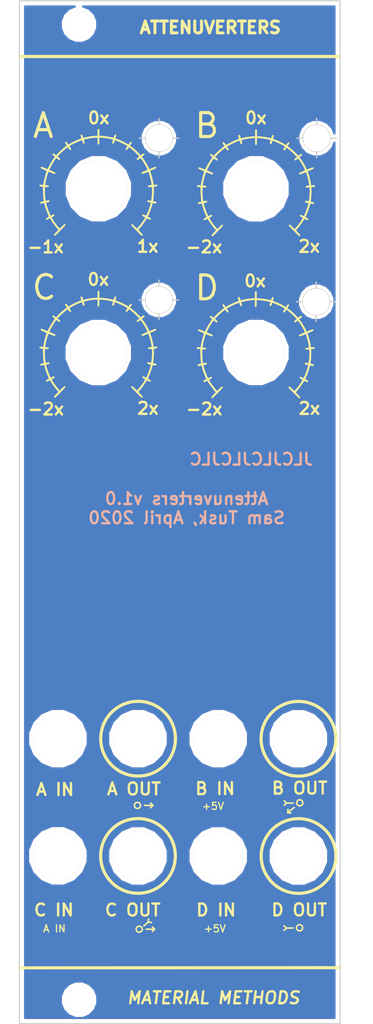
<source format=kicad_pcb>
(kicad_pcb (version 20171130) (host pcbnew "(5.0.1)-3")

  (general
    (thickness 1.6)
    (drawings 89)
    (tracks 0)
    (zones 0)
    (modules 22)
    (nets 1)
  )

  (page A4)
  (layers
    (0 F.Cu signal)
    (31 B.Cu signal)
    (32 B.Adhes user)
    (33 F.Adhes user)
    (34 B.Paste user)
    (35 F.Paste user)
    (36 B.SilkS user)
    (37 F.SilkS user)
    (38 B.Mask user)
    (39 F.Mask user)
    (40 Dwgs.User user)
    (41 Cmts.User user)
    (42 Eco1.User user)
    (43 Eco2.User user)
    (44 Edge.Cuts user)
    (45 Margin user)
    (46 B.CrtYd user hide)
    (47 F.CrtYd user)
    (48 B.Fab user)
    (49 F.Fab user)
  )

  (setup
    (last_trace_width 0.3)
    (trace_clearance 0.2)
    (zone_clearance 0.508)
    (zone_45_only no)
    (trace_min 0.2)
    (segment_width 0.2)
    (edge_width 0.15)
    (via_size 0.8)
    (via_drill 0.4)
    (via_min_size 0.4)
    (via_min_drill 0.3)
    (uvia_size 0.3)
    (uvia_drill 0.1)
    (uvias_allowed no)
    (uvia_min_size 0.2)
    (uvia_min_drill 0.1)
    (pcb_text_width 0.3)
    (pcb_text_size 1.5 1.5)
    (mod_edge_width 0.15)
    (mod_text_size 1 1)
    (mod_text_width 0.15)
    (pad_size 1.524 1.524)
    (pad_drill 0.762)
    (pad_to_mask_clearance 0.051)
    (solder_mask_min_width 0.25)
    (aux_axis_origin 0 0)
    (visible_elements 7FFFFFFF)
    (pcbplotparams
      (layerselection 0x010f0_ffffffff)
      (usegerberextensions false)
      (usegerberattributes true)
      (usegerberadvancedattributes false)
      (creategerberjobfile false)
      (excludeedgelayer true)
      (linewidth 0.400000)
      (plotframeref false)
      (viasonmask false)
      (mode 1)
      (useauxorigin false)
      (hpglpennumber 1)
      (hpglpenspeed 20)
      (hpglpendiameter 15.000000)
      (psnegative false)
      (psa4output false)
      (plotreference true)
      (plotvalue true)
      (plotinvisibletext false)
      (padsonsilk false)
      (subtractmaskfromsilk false)
      (outputformat 1)
      (mirror false)
      (drillshape 0)
      (scaleselection 1)
      (outputdirectory ""))
  )

  (net 0 "")

  (net_class Default "This is the default net class."
    (clearance 0.2)
    (trace_width 0.3)
    (via_dia 0.8)
    (via_drill 0.4)
    (uvia_dia 0.3)
    (uvia_drill 0.1)
  )

  (net_class Power ""
    (clearance 0.2)
    (trace_width 0.6)
    (via_dia 0.8)
    (via_drill 0.4)
    (uvia_dia 0.3)
    (uvia_drill 0.1)
  )

  (module Eurocad:KnobTicksReduced (layer F.Cu) (tedit 0) (tstamp 5EA0B44B)
    (at 90.91 42.27)
    (fp_text reference G*** (at 0 0) (layer F.SilkS) hide
      (effects (font (size 1.524 1.524) (thickness 0.3)))
    )
    (fp_text value KnobTicksReduced (at 0.75 0) (layer F.SilkS) hide
      (effects (font (size 1.524 1.524) (thickness 0.3)))
    )
    (fp_poly (pts (xy 0.141176 -6.713622) (xy 0.166207 -6.692849) (xy 0.183123 -6.654513) (xy 0.193453 -6.587077)
      (xy 0.198724 -6.478999) (xy 0.200464 -6.31874) (xy 0.200526 -6.265272) (xy 0.200526 -5.848685)
      (xy 0.38263 -5.848685) (xy 0.53503 -5.84202) (xy 0.733636 -5.823743) (xy 0.959332 -5.796427)
      (xy 1.193007 -5.762647) (xy 1.415546 -5.724977) (xy 1.607835 -5.685993) (xy 1.631915 -5.68042)
      (xy 1.763499 -5.650416) (xy 1.871958 -5.627605) (xy 1.939478 -5.615667) (xy 1.950092 -5.614737)
      (xy 1.981117 -5.643847) (xy 2.021593 -5.719505) (xy 2.056071 -5.806908) (xy 2.103601 -5.925015)
      (xy 2.148694 -5.98875) (xy 2.192003 -6.009047) (xy 2.271682 -6.002371) (xy 2.310569 -5.951094)
      (xy 2.309854 -5.851412) (xy 2.279781 -5.728344) (xy 2.219871 -5.53156) (xy 2.574368 -5.39277)
      (xy 2.985494 -5.218355) (xy 3.375446 -5.026881) (xy 3.658609 -4.867592) (xy 3.854184 -4.749779)
      (xy 3.975372 -4.923245) (xy 4.071825 -5.04004) (xy 4.153298 -5.09227) (xy 4.220669 -5.080304)
      (xy 4.255689 -5.040891) (xy 4.267245 -4.996455) (xy 4.247992 -4.933547) (xy 4.192727 -4.837782)
      (xy 4.169237 -4.801834) (xy 4.047575 -4.618598) (xy 4.278836 -4.446631) (xy 4.520951 -4.254196)
      (xy 4.779942 -4.026746) (xy 5.034148 -3.783879) (xy 5.19725 -3.61562) (xy 5.398052 -3.400731)
      (xy 5.542978 -3.521813) (xy 5.661014 -3.603387) (xy 5.760667 -3.639326) (xy 5.832719 -3.627649)
      (xy 5.861699 -3.590342) (xy 5.863254 -3.527767) (xy 5.839257 -3.457755) (xy 5.80231 -3.411994)
      (xy 5.789021 -3.407589) (xy 5.751124 -3.386812) (xy 5.684014 -3.336152) (xy 5.653658 -3.310864)
      (xy 5.542184 -3.215497) (xy 5.723669 -2.969656) (xy 5.863341 -2.77017) (xy 6.008147 -2.545537)
      (xy 6.146942 -2.314423) (xy 6.268581 -2.095495) (xy 6.36192 -1.90742) (xy 6.373755 -1.880814)
      (xy 6.422243 -1.776018) (xy 6.462444 -1.700816) (xy 6.485854 -1.671077) (xy 6.486184 -1.671053)
      (xy 6.523611 -1.683251) (xy 6.609488 -1.716397) (xy 6.73074 -1.765318) (xy 6.863406 -1.820277)
      (xy 7.036832 -1.890095) (xy 7.160187 -1.931346) (xy 7.243237 -1.945259) (xy 7.295745 -1.933063)
      (xy 7.327475 -1.895986) (xy 7.334638 -1.87958) (xy 7.336064 -1.828271) (xy 7.296284 -1.775577)
      (xy 7.20915 -1.71716) (xy 7.068514 -1.648682) (xy 6.918158 -1.585668) (xy 6.784503 -1.531572)
      (xy 6.675932 -1.486886) (xy 6.606158 -1.457296) (xy 6.587746 -1.448616) (xy 6.592108 -1.415048)
      (xy 6.614222 -1.332197) (xy 6.650153 -1.214005) (xy 6.679407 -1.123769) (xy 6.757352 -0.87268)
      (xy 6.82982 -0.609356) (xy 6.892448 -0.351891) (xy 6.940875 -0.118375) (xy 6.970741 0.0731)
      (xy 6.973109 0.094699) (xy 6.994802 0.306372) (xy 7.198783 0.299736) (xy 7.337318 0.296033)
      (xy 7.422196 0.298484) (xy 7.46656 0.310867) (xy 7.483552 0.336958) (xy 7.486315 0.380535)
      (xy 7.486316 0.382369) (xy 7.475734 0.448216) (xy 7.435613 0.49077) (xy 7.353389 0.517256)
      (xy 7.221994 0.534385) (xy 7.041225 0.551447) (xy 7.047607 1.019342) (xy 7.045843 1.242365)
      (xy 7.036204 1.491783) (xy 7.020315 1.735236) (xy 7.002478 1.918619) (xy 6.983916 2.0798)
      (xy 6.969686 2.214654) (xy 6.961018 2.310613) (xy 6.959139 2.35511) (xy 6.959628 2.356693)
      (xy 6.994101 2.367146) (xy 7.07514 2.387646) (xy 7.168816 2.409916) (xy 7.281094 2.439175)
      (xy 7.343336 2.467521) (xy 7.371431 2.505073) (xy 7.379505 2.544085) (xy 7.371536 2.61639)
      (xy 7.322231 2.654034) (xy 7.224928 2.659217) (xy 7.093542 2.638512) (xy 6.99286 2.619789)
      (xy 6.923306 2.610966) (xy 6.903639 2.612277) (xy 6.891595 2.646846) (xy 6.86519 2.733409)
      (xy 6.828104 2.859598) (xy 6.784016 3.013046) (xy 6.775555 3.042839) (xy 6.712296 3.247413)
      (xy 6.631668 3.481475) (xy 6.544736 3.714026) (xy 6.473819 3.888132) (xy 6.290948 4.314137)
      (xy 6.447902 4.393672) (xy 6.579923 4.46969) (xy 6.652548 4.535864) (xy 6.671354 4.598047)
      (xy 6.665492 4.621995) (xy 6.622858 4.6784) (xy 6.550748 4.689406) (xy 6.44188 4.654765)
      (xy 6.354879 4.611422) (xy 6.257166 4.564142) (xy 6.185242 4.539943) (xy 6.15567 4.543384)
      (xy 6.124867 4.603712) (xy 6.061457 4.706008) (xy 5.973329 4.839061) (xy 5.868373 4.991661)
      (xy 5.754479 5.152597) (xy 5.639537 5.310661) (xy 5.531437 5.454641) (xy 5.438068 5.573328)
      (xy 5.392864 5.627204) (xy 5.293857 5.741527) (xy 5.209403 5.840371) (xy 5.15049 5.910797)
      (xy 5.130522 5.936) (xy 5.127968 5.969375) (xy 5.159305 6.024864) (xy 5.22967 6.109305)
      (xy 5.3442 6.229532) (xy 5.372825 6.258441) (xy 5.515156 6.409324) (xy 5.605524 6.524925)
      (xy 5.645995 6.609316) (xy 5.638634 6.666573) (xy 5.595293 6.697345) (xy 5.538195 6.715168)
      (xy 5.522096 6.717631) (xy 5.492791 6.69499) (xy 5.424187 6.632028) (xy 5.323747 6.536185)
      (xy 5.198936 6.414901) (xy 5.057217 6.275616) (xy 4.906052 6.125772) (xy 4.752906 5.972809)
      (xy 4.605241 5.824167) (xy 4.470521 5.687286) (xy 4.356209 5.569608) (xy 4.269769 5.478571)
      (xy 4.218664 5.421618) (xy 4.20871 5.408276) (xy 4.192091 5.334501) (xy 4.198038 5.299658)
      (xy 4.235024 5.252879) (xy 4.295734 5.251971) (xy 4.384258 5.299004) (xy 4.504683 5.39605)
      (xy 4.638641 5.522829) (xy 4.917232 5.798552) (xy 5.093314 5.610801) (xy 5.210576 5.478812)
      (xy 5.335392 5.326396) (xy 5.461979 5.162034) (xy 5.584554 4.994205) (xy 5.697335 4.831392)
      (xy 5.794538 4.682073) (xy 5.87038 4.554729) (xy 5.919079 4.457841) (xy 5.934852 4.399889)
      (xy 5.927384 4.38768) (xy 5.880594 4.364059) (xy 5.798854 4.316177) (xy 5.734011 4.27594)
      (xy 5.638596 4.207946) (xy 5.593657 4.152924) (xy 5.587436 4.102094) (xy 5.620708 4.035667)
      (xy 5.694916 4.020198) (xy 5.811023 4.055658) (xy 5.88589 4.092913) (xy 5.980708 4.138648)
      (xy 6.052976 4.162849) (xy 6.079421 4.162905) (xy 6.11207 4.118494) (xy 6.160727 4.021402)
      (xy 6.221281 3.882693) (xy 6.28962 3.713429) (xy 6.361634 3.524672) (xy 6.433209 3.327483)
      (xy 6.500236 3.132925) (xy 6.558602 2.952061) (xy 6.604196 2.795952) (xy 6.632907 2.675661)
      (xy 6.63365 2.671731) (xy 6.655826 2.552804) (xy 6.444426 2.504625) (xy 6.328839 2.475509)
      (xy 6.263587 2.448271) (xy 6.233155 2.41331) (xy 6.222728 2.367408) (xy 6.234397 2.29147)
      (xy 6.293847 2.2544) (xy 6.404507 2.254951) (xy 6.488195 2.270782) (xy 6.585422 2.291541)
      (xy 6.656939 2.30386) (xy 6.671792 2.305235) (xy 6.695059 2.274135) (xy 6.718727 2.187136)
      (xy 6.741872 2.055167) (xy 6.76357 1.889157) (xy 6.782894 1.700037) (xy 6.79892 1.498735)
      (xy 6.810723 1.296181) (xy 6.817377 1.103305) (xy 6.817957 0.931036) (xy 6.811539 0.790304)
      (xy 6.804953 0.732038) (xy 6.782268 0.580762) (xy 6.582761 0.595193) (xy 6.431412 0.594163)
      (xy 6.33025 0.56705) (xy 6.285042 0.515695) (xy 6.283158 0.49961) (xy 6.312574 0.441285)
      (xy 6.385204 0.392485) (xy 6.477619 0.367896) (xy 6.494427 0.367175) (xy 6.63415 0.356685)
      (xy 6.716848 0.324452) (xy 6.749757 0.267126) (xy 6.751053 0.248456) (xy 6.742531 0.150536)
      (xy 6.719005 0.0079) (xy 6.683532 -0.167481) (xy 6.639171 -0.363635) (xy 6.58898 -0.568589)
      (xy 6.536018 -0.770372) (xy 6.483342 -0.957012) (xy 6.434011 -1.116538) (xy 6.391083 -1.236977)
      (xy 6.357616 -1.306358) (xy 6.352097 -1.313299) (xy 6.31313 -1.311758) (xy 6.225875 -1.287772)
      (xy 6.103386 -1.245455) (xy 5.963318 -1.190809) (xy 5.774068 -1.118038) (xy 5.63733 -1.077929)
      (xy 5.547372 -1.070346) (xy 5.498463 -1.095156) (xy 5.484871 -1.152226) (xy 5.48738 -1.179674)
      (xy 5.504817 -1.217283) (xy 5.55241 -1.257591) (xy 5.639522 -1.306239) (xy 5.775513 -1.36887)
      (xy 5.865395 -1.407458) (xy 6.025745 -1.47726) (xy 6.132374 -1.529393) (xy 6.194266 -1.569343)
      (xy 6.220403 -1.602598) (xy 6.222142 -1.625374) (xy 6.195719 -1.702168) (xy 6.138764 -1.823004)
      (xy 6.058073 -1.976473) (xy 5.960442 -2.151168) (xy 5.852666 -2.335682) (xy 5.741542 -2.518606)
      (xy 5.633864 -2.688534) (xy 5.536428 -2.834058) (xy 5.45603 -2.94377) (xy 5.399585 -3.006165)
      (xy 5.361949 -3.024621) (xy 5.315001 -3.012304) (xy 5.242893 -2.962947) (xy 5.196803 -2.925991)
      (xy 5.082012 -2.844999) (xy 4.99662 -2.818034) (xy 4.932284 -2.843953) (xy 4.899766 -2.885326)
      (xy 4.887057 -2.924007) (xy 4.903512 -2.967294) (xy 4.957332 -3.027991) (xy 5.039722 -3.103848)
      (xy 5.21668 -3.261124) (xy 4.805774 -3.662272) (xy 4.596428 -3.861674) (xy 4.397119 -4.042056)
      (xy 4.216791 -4.195782) (xy 4.064383 -4.315216) (xy 3.954118 -4.389656) (xy 3.912242 -4.377518)
      (xy 3.848913 -4.312182) (xy 3.805929 -4.253517) (xy 3.728433 -4.144416) (xy 3.673485 -4.083894)
      (xy 3.629173 -4.063254) (xy 3.583589 -4.0738) (xy 3.569498 -4.080877) (xy 3.521823 -4.124545)
      (xy 3.516247 -4.189126) (xy 3.554218 -4.284545) (xy 3.613885 -4.385033) (xy 3.671334 -4.477547)
      (xy 3.69523 -4.531692) (xy 3.689023 -4.564763) (xy 3.656164 -4.594056) (xy 3.655661 -4.594427)
      (xy 3.564662 -4.652766) (xy 3.431077 -4.727261) (xy 3.266138 -4.812709) (xy 3.081078 -4.903906)
      (xy 2.887127 -4.995651) (xy 2.695519 -5.082739) (xy 2.517485 -5.159967) (xy 2.364258 -5.222133)
      (xy 2.247069 -5.264033) (xy 2.17715 -5.280464) (xy 2.174562 -5.280527) (xy 2.147655 -5.251161)
      (xy 2.113349 -5.175313) (xy 2.088192 -5.09951) (xy 2.039599 -4.960939) (xy 1.989344 -4.883109)
      (xy 1.931634 -4.860047) (xy 1.873715 -4.878331) (xy 1.825512 -4.91407) (xy 1.808456 -4.963612)
      (xy 1.821389 -5.04346) (xy 1.854868 -5.146842) (xy 1.885538 -5.242853) (xy 1.903259 -5.315917)
      (xy 1.905 -5.332117) (xy 1.873365 -5.362238) (xy 1.784967 -5.396988) (xy 1.649562 -5.434455)
      (xy 1.476908 -5.472729) (xy 1.276763 -5.509897) (xy 1.058883 -5.544051) (xy 0.833027 -5.573277)
      (xy 0.608952 -5.595666) (xy 0.527449 -5.601904) (xy 0.202662 -5.624453) (xy 0.193239 -5.213761)
      (xy 0.187602 -5.034413) (xy 0.179325 -4.910897) (xy 0.166841 -4.832211) (xy 0.148581 -4.787352)
      (xy 0.129872 -4.76911) (xy 0.057003 -4.750211) (xy 0.021253 -4.756133) (xy -0.001868 -4.773826)
      (xy -0.017533 -4.813249) (xy -0.027105 -4.885345) (xy -0.031943 -5.001058) (xy -0.033407 -5.171332)
      (xy -0.033421 -5.195925) (xy -0.033421 -5.614737) (xy -0.198815 -5.614737) (xy -0.342618 -5.608172)
      (xy -0.53341 -5.590158) (xy -0.752817 -5.563218) (xy -0.982462 -5.529875) (xy -1.20397 -5.492653)
      (xy -1.398964 -5.454074) (xy -1.445461 -5.443571) (xy -1.593993 -5.406714) (xy -1.685826 -5.372465)
      (xy -1.729582 -5.329264) (xy -1.733884 -5.265552) (xy -1.707355 -5.169766) (xy -1.689038 -5.117035)
      (xy -1.657665 -4.991228) (xy -1.670214 -4.909563) (xy -1.723768 -4.866396) (xy -1.794501 -4.85964)
      (xy -1.851763 -4.904323) (xy -1.901176 -5.006541) (xy -1.925961 -5.085616) (xy -1.958534 -5.194486)
      (xy -1.985306 -5.251815) (xy -2.016907 -5.27085) (xy -2.063967 -5.264841) (xy -2.068814 -5.263651)
      (xy -2.185077 -5.227614) (xy -2.334672 -5.170632) (xy -2.507624 -5.097629) (xy -2.69396 -5.013528)
      (xy -2.883708 -4.923255) (xy -3.066894 -4.831732) (xy -3.233545 -4.743884) (xy -3.373687 -4.664636)
      (xy -3.477348 -4.59891) (xy -3.534554 -4.551632) (xy -3.542632 -4.535986) (xy -3.525032 -4.494151)
      (xy -3.479922 -4.418139) (xy -3.442368 -4.361448) (xy -3.370495 -4.243166) (xy -3.345998 -4.161235)
      (xy -3.367476 -4.106306) (xy -3.400592 -4.083061) (xy -3.459987 -4.064097) (xy -3.51323 -4.081098)
      (xy -3.572524 -4.142239) (xy -3.643891 -4.246027) (xy -3.707368 -4.338292) (xy -3.752195 -4.38162)
      (xy -3.791145 -4.386072) (xy -3.810981 -4.377633) (xy -3.904885 -4.316854) (xy -4.034515 -4.21831)
      (xy -4.188517 -4.091682) (xy -4.355534 -3.946653) (xy -4.524213 -3.792903) (xy -4.683197 -3.640114)
      (xy -4.724381 -3.598872) (xy -5.053894 -3.265457) (xy -4.883131 -3.108466) (xy -4.784399 -3.013993)
      (xy -4.73132 -2.949722) (xy -4.717824 -2.903519) (xy -4.737835 -2.863255) (xy -4.752474 -2.847474)
      (xy -4.809206 -2.812775) (xy -4.877483 -2.821038) (xy -4.969592 -2.875641) (xy -5.032051 -2.924342)
      (xy -5.115637 -2.988848) (xy -5.179491 -3.030908) (xy -5.202598 -3.040342) (xy -5.24283 -3.011582)
      (xy -5.30795 -2.93357) (xy -5.392224 -2.815984) (xy -5.489921 -2.668503) (xy -5.595308 -2.500806)
      (xy -5.70265 -2.322571) (xy -5.806217 -2.143477) (xy -5.900275 -1.973203) (xy -5.97909 -1.821428)
      (xy -6.036932 -1.69783) (xy -6.068065 -1.612089) (xy -6.069548 -1.576659) (xy -6.033849 -1.554296)
      (xy -5.949167 -1.51335) (xy -5.828647 -1.459897) (xy -5.702753 -1.407082) (xy -5.533349 -1.334689)
      (xy -5.419473 -1.277004) (xy -5.353153 -1.227863) (xy -5.326418 -1.181103) (xy -5.331294 -1.13056)
      (xy -5.334291 -1.12219) (xy -5.361085 -1.080663) (xy -5.40708 -1.063289) (xy -5.481878 -1.071423)
      (xy -5.595084 -1.106421) (xy -5.756303 -1.16964) (xy -5.800442 -1.188004) (xy -5.943299 -1.245395)
      (xy -6.064012 -1.289282) (xy -6.149208 -1.315108) (xy -6.184759 -1.31898) (xy -6.210528 -1.277242)
      (xy -6.248477 -1.18312) (xy -6.294777 -1.049127) (xy -6.345604 -0.887777) (xy -6.397131 -0.711582)
      (xy -6.44553 -0.533057) (xy -6.486976 -0.364715) (xy -6.511868 -0.249271) (xy -6.552581 -0.042857)
      (xy -6.581195 0.107284) (xy -6.5982 0.210524) (xy -6.604084 0.276238) (xy -6.599336 0.313799)
      (xy -6.584444 0.332579) (xy -6.559897 0.341953) (xy -6.542918 0.346371) (xy -6.456478 0.360576)
      (xy -6.351035 0.367136) (xy -6.345737 0.367175) (xy -6.233152 0.387523) (xy -6.167042 0.442823)
      (xy -6.155745 0.524776) (xy -6.171901 0.557) (xy -6.214269 0.575565) (xy -6.2974 0.584118)
      (xy -6.400807 0.586189) (xy -6.634079 0.587509) (xy -6.643243 1.070794) (xy -6.643141 1.248847)
      (xy -6.637254 1.444252) (xy -6.62661 1.644771) (xy -6.61224 1.838165) (xy -6.595174 2.012195)
      (xy -6.57644 2.154624) (xy -6.557068 2.253212) (xy -6.540341 2.293957) (xy -6.500506 2.297408)
      (xy -6.416081 2.287746) (xy -6.33428 2.272837) (xy -6.188992 2.254525) (xy -6.097512 2.272406)
      (xy -6.056624 2.327794) (xy -6.055953 2.38668) (xy -6.074679 2.42898) (xy -6.126068 2.461572)
      (xy -6.224217 2.491954) (xy -6.278026 2.50478) (xy -6.49013 2.553113) (xy -6.468702 2.688596)
      (xy -6.444538 2.798968) (xy -6.402776 2.945643) (xy -6.347411 3.118145) (xy -6.282437 3.305996)
      (xy -6.211848 3.498719) (xy -6.13964 3.685837) (xy -6.069806 3.856873) (xy -6.006341 4.00135)
      (xy -5.953239 4.108789) (xy -5.914495 4.168716) (xy -5.901001 4.177631) (xy -5.863733 4.162675)
      (xy -5.787201 4.124056) (xy -5.716306 4.085723) (xy -5.612094 4.033392) (xy -5.544211 4.015759)
      (xy -5.494739 4.028469) (xy -5.490697 4.030879) (xy -5.434713 4.090644) (xy -5.444806 4.159292)
      (xy -5.520844 4.236525) (xy -5.606382 4.291654) (xy -5.699205 4.348598) (xy -5.762807 4.395199)
      (xy -5.781842 4.417811) (xy -5.76213 4.472635) (xy -5.707466 4.570221) (xy -5.624563 4.701062)
      (xy -5.520131 4.855649) (xy -5.400881 5.024475) (xy -5.273525 5.198033) (xy -5.144773 5.366814)
      (xy -5.021335 5.52131) (xy -4.913594 5.647893) (xy -4.780162 5.798023) (xy -4.500309 5.519623)
      (xy -4.370746 5.394184) (xy -4.276395 5.312188) (xy -4.20825 5.26695) (xy -4.157308 5.251784)
      (xy -4.140557 5.25252) (xy -4.088923 5.265953) (xy -4.061998 5.291481) (xy -4.062943 5.333639)
      (xy -4.09492 5.396963) (xy -4.161091 5.485986) (xy -4.264618 5.605244) (xy -4.408663 5.759272)
      (xy -4.596388 5.952604) (xy -4.706719 6.064518) (xy -4.876564 6.235391) (xy -5.031314 6.3895)
      (xy -5.164726 6.520755) (xy -5.270556 6.623064) (xy -5.342562 6.690337) (xy -5.374499 6.716483)
      (xy -5.37514 6.716615) (xy -5.419539 6.700707) (xy -5.455987 6.681533) (xy -5.497603 6.64605)
      (xy -5.506969 6.600237) (xy -5.48012 6.536464) (xy -5.413095 6.4471) (xy -5.301929 6.324513)
      (xy -5.233829 6.253788) (xy -4.953185 5.965658) (xy -5.234989 5.631447) (xy -5.369091 5.464854)
      (xy -5.518387 5.267308) (xy -5.663485 5.065054) (xy -5.771588 4.905117) (xy -6.026384 4.512998)
      (xy -6.20375 4.614476) (xy -6.310692 4.670924) (xy -6.381325 4.693411) (xy -6.433787 4.686749)
      (xy -6.44911 4.679564) (xy -6.511634 4.62301) (xy -6.509849 4.557463) (xy -6.445126 4.48635)
      (xy -6.34843 4.427493) (xy -6.252903 4.373457) (xy -6.184728 4.324405) (xy -6.163624 4.299985)
      (xy -6.169945 4.252904) (xy -6.200331 4.161706) (xy -6.249158 4.042162) (xy -6.27929 3.975488)
      (xy -6.368754 3.767962) (xy -6.461662 3.525463) (xy -6.550055 3.271038) (xy -6.625976 3.027735)
      (xy -6.681464 2.818599) (xy -6.68648 2.796401) (xy -6.729437 2.601618) (xy -6.840508 2.62094)
      (xy -6.957919 2.641379) (xy -7.065675 2.660153) (xy -7.149785 2.666189) (xy -7.19783 2.639568)
      (xy -7.218389 2.607885) (xy -7.237929 2.536228) (xy -7.206049 2.480759) (xy -7.117486 2.436921)
      (xy -6.981777 2.403015) (xy -6.87782 2.381951) (xy -6.806409 2.366312) (xy -6.784667 2.360191)
      (xy -6.790203 2.328049) (xy -6.80441 2.248445) (xy -6.821135 2.155658) (xy -6.83331 2.060346)
      (xy -6.846009 1.912055) (xy -6.858339 1.724631) (xy -6.869404 1.511921) (xy -6.878311 1.287772)
      (xy -6.879428 1.253289) (xy -6.901447 0.551447) (xy -7.095161 0.534213) (xy -7.234489 0.510992)
      (xy -7.3168 0.468336) (xy -7.350348 0.401228) (xy -7.35212 0.377959) (xy -7.332476 0.329777)
      (xy -7.26695 0.302376) (xy -7.147937 0.293598) (xy -7.062102 0.295689) (xy -6.855126 0.304952)
      (xy -6.834967 0.177542) (xy -6.795629 -0.039989) (xy -6.742126 -0.292861) (xy -6.680205 -0.556789)
      (xy -6.61561 -0.807487) (xy -6.554086 -1.02067) (xy -6.543917 -1.052763) (xy -6.499191 -1.193873)
      (xy -6.463268 -1.311756) (xy -6.440557 -1.391664) (xy -6.434855 -1.417553) (xy -6.463334 -1.441599)
      (xy -6.541841 -1.484475) (xy -6.658373 -1.54012) (xy -6.800924 -1.602469) (xy -6.801184 -1.602578)
      (xy -6.965634 -1.674058) (xy -7.076367 -1.728864) (xy -7.142695 -1.772568) (xy -7.173933 -1.810743)
      (xy -7.179199 -1.82875) (xy -7.160354 -1.904916) (xy -7.124113 -1.935516) (xy -7.081988 -1.94607)
      (xy -7.018427 -1.938077) (xy -6.922206 -1.908493) (xy -6.782098 -1.854274) (xy -6.70121 -1.820804)
      (xy -6.55948 -1.761877) (xy -6.441939 -1.713862) (xy -6.36129 -1.681892) (xy -6.330458 -1.671053)
      (xy -6.311271 -1.699104) (xy -6.268713 -1.775573) (xy -6.208986 -1.888934) (xy -6.138294 -2.027662)
      (xy -6.134942 -2.034341) (xy -6.04372 -2.205666) (xy -5.928325 -2.406952) (xy -5.803252 -2.613639)
      (xy -5.682994 -2.801166) (xy -5.67783 -2.808908) (xy -5.402914 -3.220187) (xy -5.562565 -3.358689)
      (xy -5.66415 -3.458558) (xy -5.708372 -3.53309) (xy -5.709911 -3.561687) (xy -5.672955 -3.623367)
      (xy -5.600323 -3.634989) (xy -5.499572 -3.597475) (xy -5.391521 -3.52281) (xy -5.238727 -3.397607)
      (xy -5.039968 -3.619963) (xy -4.93248 -3.732654) (xy -4.791904 -3.869226) (xy -4.631163 -4.018193)
      (xy -4.463177 -4.16807) (xy -4.300869 -4.307374) (xy -4.157161 -4.424618) (xy -4.044973 -4.508318)
      (xy -4.026858 -4.52041) (xy -3.954439 -4.573304) (xy -3.913823 -4.614575) (xy -3.910677 -4.622794)
      (xy -3.928013 -4.663777) (xy -3.972905 -4.739179) (xy -4.010526 -4.795921) (xy -4.080307 -4.908315)
      (xy -4.107025 -4.986542) (xy -4.093758 -5.044797) (xy -4.070684 -5.073316) (xy -4.017551 -5.107941)
      (xy -3.963258 -5.097114) (xy -3.89868 -5.035571) (xy -3.822761 -4.93027) (xy -3.701156 -4.747119)
      (xy -3.563407 -4.831683) (xy -3.405346 -4.922414) (xy -3.204887 -5.028227) (xy -2.981745 -5.139505)
      (xy -2.755633 -5.246635) (xy -2.546268 -5.340001) (xy -2.392282 -5.402856) (xy -2.262025 -5.453252)
      (xy -2.157577 -5.49496) (xy -2.093124 -5.522247) (xy -2.0796 -5.529261) (xy -2.082032 -5.564755)
      (xy -2.100031 -5.645112) (xy -2.12315 -5.729904) (xy -2.156664 -5.870515) (xy -2.157588 -5.959144)
      (xy -2.123949 -6.003229) (xy -2.053772 -6.010205) (xy -2.048927 -6.009673) (xy -1.996151 -5.995512)
      (xy -1.957704 -5.957735) (xy -1.922464 -5.881024) (xy -1.893747 -5.795951) (xy -1.828969 -5.592824)
      (xy -1.507708 -5.670873) (xy -1.284528 -5.719278) (xy -1.035238 -5.763764) (xy -0.779696 -5.801563)
      (xy -0.537761 -5.829907) (xy -0.329293 -5.846027) (xy -0.232236 -5.848685) (xy -0.033421 -5.848685)
      (xy -0.033421 -6.264787) (xy -0.032291 -6.441649) (xy -0.027918 -6.56316) (xy -0.018828 -6.640786)
      (xy -0.003548 -6.685994) (xy 0.019397 -6.710251) (xy 0.024203 -6.713137) (xy 0.109157 -6.725642)
      (xy 0.141176 -6.713622)) (layer F.SilkS) (width 0.01))
  )

  (module Eurocad:KnobTicksReduced (layer F.Cu) (tedit 0) (tstamp 5EA0B447)
    (at 110.68 42.33)
    (fp_text reference G*** (at 0 0) (layer F.SilkS) hide
      (effects (font (size 1.524 1.524) (thickness 0.3)))
    )
    (fp_text value KnobTicksReduced (at 0.75 0) (layer F.SilkS) hide
      (effects (font (size 1.524 1.524) (thickness 0.3)))
    )
    (fp_poly (pts (xy 0.141176 -6.713622) (xy 0.166207 -6.692849) (xy 0.183123 -6.654513) (xy 0.193453 -6.587077)
      (xy 0.198724 -6.478999) (xy 0.200464 -6.31874) (xy 0.200526 -6.265272) (xy 0.200526 -5.848685)
      (xy 0.38263 -5.848685) (xy 0.53503 -5.84202) (xy 0.733636 -5.823743) (xy 0.959332 -5.796427)
      (xy 1.193007 -5.762647) (xy 1.415546 -5.724977) (xy 1.607835 -5.685993) (xy 1.631915 -5.68042)
      (xy 1.763499 -5.650416) (xy 1.871958 -5.627605) (xy 1.939478 -5.615667) (xy 1.950092 -5.614737)
      (xy 1.981117 -5.643847) (xy 2.021593 -5.719505) (xy 2.056071 -5.806908) (xy 2.103601 -5.925015)
      (xy 2.148694 -5.98875) (xy 2.192003 -6.009047) (xy 2.271682 -6.002371) (xy 2.310569 -5.951094)
      (xy 2.309854 -5.851412) (xy 2.279781 -5.728344) (xy 2.219871 -5.53156) (xy 2.574368 -5.39277)
      (xy 2.985494 -5.218355) (xy 3.375446 -5.026881) (xy 3.658609 -4.867592) (xy 3.854184 -4.749779)
      (xy 3.975372 -4.923245) (xy 4.071825 -5.04004) (xy 4.153298 -5.09227) (xy 4.220669 -5.080304)
      (xy 4.255689 -5.040891) (xy 4.267245 -4.996455) (xy 4.247992 -4.933547) (xy 4.192727 -4.837782)
      (xy 4.169237 -4.801834) (xy 4.047575 -4.618598) (xy 4.278836 -4.446631) (xy 4.520951 -4.254196)
      (xy 4.779942 -4.026746) (xy 5.034148 -3.783879) (xy 5.19725 -3.61562) (xy 5.398052 -3.400731)
      (xy 5.542978 -3.521813) (xy 5.661014 -3.603387) (xy 5.760667 -3.639326) (xy 5.832719 -3.627649)
      (xy 5.861699 -3.590342) (xy 5.863254 -3.527767) (xy 5.839257 -3.457755) (xy 5.80231 -3.411994)
      (xy 5.789021 -3.407589) (xy 5.751124 -3.386812) (xy 5.684014 -3.336152) (xy 5.653658 -3.310864)
      (xy 5.542184 -3.215497) (xy 5.723669 -2.969656) (xy 5.863341 -2.77017) (xy 6.008147 -2.545537)
      (xy 6.146942 -2.314423) (xy 6.268581 -2.095495) (xy 6.36192 -1.90742) (xy 6.373755 -1.880814)
      (xy 6.422243 -1.776018) (xy 6.462444 -1.700816) (xy 6.485854 -1.671077) (xy 6.486184 -1.671053)
      (xy 6.523611 -1.683251) (xy 6.609488 -1.716397) (xy 6.73074 -1.765318) (xy 6.863406 -1.820277)
      (xy 7.036832 -1.890095) (xy 7.160187 -1.931346) (xy 7.243237 -1.945259) (xy 7.295745 -1.933063)
      (xy 7.327475 -1.895986) (xy 7.334638 -1.87958) (xy 7.336064 -1.828271) (xy 7.296284 -1.775577)
      (xy 7.20915 -1.71716) (xy 7.068514 -1.648682) (xy 6.918158 -1.585668) (xy 6.784503 -1.531572)
      (xy 6.675932 -1.486886) (xy 6.606158 -1.457296) (xy 6.587746 -1.448616) (xy 6.592108 -1.415048)
      (xy 6.614222 -1.332197) (xy 6.650153 -1.214005) (xy 6.679407 -1.123769) (xy 6.757352 -0.87268)
      (xy 6.82982 -0.609356) (xy 6.892448 -0.351891) (xy 6.940875 -0.118375) (xy 6.970741 0.0731)
      (xy 6.973109 0.094699) (xy 6.994802 0.306372) (xy 7.198783 0.299736) (xy 7.337318 0.296033)
      (xy 7.422196 0.298484) (xy 7.46656 0.310867) (xy 7.483552 0.336958) (xy 7.486315 0.380535)
      (xy 7.486316 0.382369) (xy 7.475734 0.448216) (xy 7.435613 0.49077) (xy 7.353389 0.517256)
      (xy 7.221994 0.534385) (xy 7.041225 0.551447) (xy 7.047607 1.019342) (xy 7.045843 1.242365)
      (xy 7.036204 1.491783) (xy 7.020315 1.735236) (xy 7.002478 1.918619) (xy 6.983916 2.0798)
      (xy 6.969686 2.214654) (xy 6.961018 2.310613) (xy 6.959139 2.35511) (xy 6.959628 2.356693)
      (xy 6.994101 2.367146) (xy 7.07514 2.387646) (xy 7.168816 2.409916) (xy 7.281094 2.439175)
      (xy 7.343336 2.467521) (xy 7.371431 2.505073) (xy 7.379505 2.544085) (xy 7.371536 2.61639)
      (xy 7.322231 2.654034) (xy 7.224928 2.659217) (xy 7.093542 2.638512) (xy 6.99286 2.619789)
      (xy 6.923306 2.610966) (xy 6.903639 2.612277) (xy 6.891595 2.646846) (xy 6.86519 2.733409)
      (xy 6.828104 2.859598) (xy 6.784016 3.013046) (xy 6.775555 3.042839) (xy 6.712296 3.247413)
      (xy 6.631668 3.481475) (xy 6.544736 3.714026) (xy 6.473819 3.888132) (xy 6.290948 4.314137)
      (xy 6.447902 4.393672) (xy 6.579923 4.46969) (xy 6.652548 4.535864) (xy 6.671354 4.598047)
      (xy 6.665492 4.621995) (xy 6.622858 4.6784) (xy 6.550748 4.689406) (xy 6.44188 4.654765)
      (xy 6.354879 4.611422) (xy 6.257166 4.564142) (xy 6.185242 4.539943) (xy 6.15567 4.543384)
      (xy 6.124867 4.603712) (xy 6.061457 4.706008) (xy 5.973329 4.839061) (xy 5.868373 4.991661)
      (xy 5.754479 5.152597) (xy 5.639537 5.310661) (xy 5.531437 5.454641) (xy 5.438068 5.573328)
      (xy 5.392864 5.627204) (xy 5.293857 5.741527) (xy 5.209403 5.840371) (xy 5.15049 5.910797)
      (xy 5.130522 5.936) (xy 5.127968 5.969375) (xy 5.159305 6.024864) (xy 5.22967 6.109305)
      (xy 5.3442 6.229532) (xy 5.372825 6.258441) (xy 5.515156 6.409324) (xy 5.605524 6.524925)
      (xy 5.645995 6.609316) (xy 5.638634 6.666573) (xy 5.595293 6.697345) (xy 5.538195 6.715168)
      (xy 5.522096 6.717631) (xy 5.492791 6.69499) (xy 5.424187 6.632028) (xy 5.323747 6.536185)
      (xy 5.198936 6.414901) (xy 5.057217 6.275616) (xy 4.906052 6.125772) (xy 4.752906 5.972809)
      (xy 4.605241 5.824167) (xy 4.470521 5.687286) (xy 4.356209 5.569608) (xy 4.269769 5.478571)
      (xy 4.218664 5.421618) (xy 4.20871 5.408276) (xy 4.192091 5.334501) (xy 4.198038 5.299658)
      (xy 4.235024 5.252879) (xy 4.295734 5.251971) (xy 4.384258 5.299004) (xy 4.504683 5.39605)
      (xy 4.638641 5.522829) (xy 4.917232 5.798552) (xy 5.093314 5.610801) (xy 5.210576 5.478812)
      (xy 5.335392 5.326396) (xy 5.461979 5.162034) (xy 5.584554 4.994205) (xy 5.697335 4.831392)
      (xy 5.794538 4.682073) (xy 5.87038 4.554729) (xy 5.919079 4.457841) (xy 5.934852 4.399889)
      (xy 5.927384 4.38768) (xy 5.880594 4.364059) (xy 5.798854 4.316177) (xy 5.734011 4.27594)
      (xy 5.638596 4.207946) (xy 5.593657 4.152924) (xy 5.587436 4.102094) (xy 5.620708 4.035667)
      (xy 5.694916 4.020198) (xy 5.811023 4.055658) (xy 5.88589 4.092913) (xy 5.980708 4.138648)
      (xy 6.052976 4.162849) (xy 6.079421 4.162905) (xy 6.11207 4.118494) (xy 6.160727 4.021402)
      (xy 6.221281 3.882693) (xy 6.28962 3.713429) (xy 6.361634 3.524672) (xy 6.433209 3.327483)
      (xy 6.500236 3.132925) (xy 6.558602 2.952061) (xy 6.604196 2.795952) (xy 6.632907 2.675661)
      (xy 6.63365 2.671731) (xy 6.655826 2.552804) (xy 6.444426 2.504625) (xy 6.328839 2.475509)
      (xy 6.263587 2.448271) (xy 6.233155 2.41331) (xy 6.222728 2.367408) (xy 6.234397 2.29147)
      (xy 6.293847 2.2544) (xy 6.404507 2.254951) (xy 6.488195 2.270782) (xy 6.585422 2.291541)
      (xy 6.656939 2.30386) (xy 6.671792 2.305235) (xy 6.695059 2.274135) (xy 6.718727 2.187136)
      (xy 6.741872 2.055167) (xy 6.76357 1.889157) (xy 6.782894 1.700037) (xy 6.79892 1.498735)
      (xy 6.810723 1.296181) (xy 6.817377 1.103305) (xy 6.817957 0.931036) (xy 6.811539 0.790304)
      (xy 6.804953 0.732038) (xy 6.782268 0.580762) (xy 6.582761 0.595193) (xy 6.431412 0.594163)
      (xy 6.33025 0.56705) (xy 6.285042 0.515695) (xy 6.283158 0.49961) (xy 6.312574 0.441285)
      (xy 6.385204 0.392485) (xy 6.477619 0.367896) (xy 6.494427 0.367175) (xy 6.63415 0.356685)
      (xy 6.716848 0.324452) (xy 6.749757 0.267126) (xy 6.751053 0.248456) (xy 6.742531 0.150536)
      (xy 6.719005 0.0079) (xy 6.683532 -0.167481) (xy 6.639171 -0.363635) (xy 6.58898 -0.568589)
      (xy 6.536018 -0.770372) (xy 6.483342 -0.957012) (xy 6.434011 -1.116538) (xy 6.391083 -1.236977)
      (xy 6.357616 -1.306358) (xy 6.352097 -1.313299) (xy 6.31313 -1.311758) (xy 6.225875 -1.287772)
      (xy 6.103386 -1.245455) (xy 5.963318 -1.190809) (xy 5.774068 -1.118038) (xy 5.63733 -1.077929)
      (xy 5.547372 -1.070346) (xy 5.498463 -1.095156) (xy 5.484871 -1.152226) (xy 5.48738 -1.179674)
      (xy 5.504817 -1.217283) (xy 5.55241 -1.257591) (xy 5.639522 -1.306239) (xy 5.775513 -1.36887)
      (xy 5.865395 -1.407458) (xy 6.025745 -1.47726) (xy 6.132374 -1.529393) (xy 6.194266 -1.569343)
      (xy 6.220403 -1.602598) (xy 6.222142 -1.625374) (xy 6.195719 -1.702168) (xy 6.138764 -1.823004)
      (xy 6.058073 -1.976473) (xy 5.960442 -2.151168) (xy 5.852666 -2.335682) (xy 5.741542 -2.518606)
      (xy 5.633864 -2.688534) (xy 5.536428 -2.834058) (xy 5.45603 -2.94377) (xy 5.399585 -3.006165)
      (xy 5.361949 -3.024621) (xy 5.315001 -3.012304) (xy 5.242893 -2.962947) (xy 5.196803 -2.925991)
      (xy 5.082012 -2.844999) (xy 4.99662 -2.818034) (xy 4.932284 -2.843953) (xy 4.899766 -2.885326)
      (xy 4.887057 -2.924007) (xy 4.903512 -2.967294) (xy 4.957332 -3.027991) (xy 5.039722 -3.103848)
      (xy 5.21668 -3.261124) (xy 4.805774 -3.662272) (xy 4.596428 -3.861674) (xy 4.397119 -4.042056)
      (xy 4.216791 -4.195782) (xy 4.064383 -4.315216) (xy 3.954118 -4.389656) (xy 3.912242 -4.377518)
      (xy 3.848913 -4.312182) (xy 3.805929 -4.253517) (xy 3.728433 -4.144416) (xy 3.673485 -4.083894)
      (xy 3.629173 -4.063254) (xy 3.583589 -4.0738) (xy 3.569498 -4.080877) (xy 3.521823 -4.124545)
      (xy 3.516247 -4.189126) (xy 3.554218 -4.284545) (xy 3.613885 -4.385033) (xy 3.671334 -4.477547)
      (xy 3.69523 -4.531692) (xy 3.689023 -4.564763) (xy 3.656164 -4.594056) (xy 3.655661 -4.594427)
      (xy 3.564662 -4.652766) (xy 3.431077 -4.727261) (xy 3.266138 -4.812709) (xy 3.081078 -4.903906)
      (xy 2.887127 -4.995651) (xy 2.695519 -5.082739) (xy 2.517485 -5.159967) (xy 2.364258 -5.222133)
      (xy 2.247069 -5.264033) (xy 2.17715 -5.280464) (xy 2.174562 -5.280527) (xy 2.147655 -5.251161)
      (xy 2.113349 -5.175313) (xy 2.088192 -5.09951) (xy 2.039599 -4.960939) (xy 1.989344 -4.883109)
      (xy 1.931634 -4.860047) (xy 1.873715 -4.878331) (xy 1.825512 -4.91407) (xy 1.808456 -4.963612)
      (xy 1.821389 -5.04346) (xy 1.854868 -5.146842) (xy 1.885538 -5.242853) (xy 1.903259 -5.315917)
      (xy 1.905 -5.332117) (xy 1.873365 -5.362238) (xy 1.784967 -5.396988) (xy 1.649562 -5.434455)
      (xy 1.476908 -5.472729) (xy 1.276763 -5.509897) (xy 1.058883 -5.544051) (xy 0.833027 -5.573277)
      (xy 0.608952 -5.595666) (xy 0.527449 -5.601904) (xy 0.202662 -5.624453) (xy 0.193239 -5.213761)
      (xy 0.187602 -5.034413) (xy 0.179325 -4.910897) (xy 0.166841 -4.832211) (xy 0.148581 -4.787352)
      (xy 0.129872 -4.76911) (xy 0.057003 -4.750211) (xy 0.021253 -4.756133) (xy -0.001868 -4.773826)
      (xy -0.017533 -4.813249) (xy -0.027105 -4.885345) (xy -0.031943 -5.001058) (xy -0.033407 -5.171332)
      (xy -0.033421 -5.195925) (xy -0.033421 -5.614737) (xy -0.198815 -5.614737) (xy -0.342618 -5.608172)
      (xy -0.53341 -5.590158) (xy -0.752817 -5.563218) (xy -0.982462 -5.529875) (xy -1.20397 -5.492653)
      (xy -1.398964 -5.454074) (xy -1.445461 -5.443571) (xy -1.593993 -5.406714) (xy -1.685826 -5.372465)
      (xy -1.729582 -5.329264) (xy -1.733884 -5.265552) (xy -1.707355 -5.169766) (xy -1.689038 -5.117035)
      (xy -1.657665 -4.991228) (xy -1.670214 -4.909563) (xy -1.723768 -4.866396) (xy -1.794501 -4.85964)
      (xy -1.851763 -4.904323) (xy -1.901176 -5.006541) (xy -1.925961 -5.085616) (xy -1.958534 -5.194486)
      (xy -1.985306 -5.251815) (xy -2.016907 -5.27085) (xy -2.063967 -5.264841) (xy -2.068814 -5.263651)
      (xy -2.185077 -5.227614) (xy -2.334672 -5.170632) (xy -2.507624 -5.097629) (xy -2.69396 -5.013528)
      (xy -2.883708 -4.923255) (xy -3.066894 -4.831732) (xy -3.233545 -4.743884) (xy -3.373687 -4.664636)
      (xy -3.477348 -4.59891) (xy -3.534554 -4.551632) (xy -3.542632 -4.535986) (xy -3.525032 -4.494151)
      (xy -3.479922 -4.418139) (xy -3.442368 -4.361448) (xy -3.370495 -4.243166) (xy -3.345998 -4.161235)
      (xy -3.367476 -4.106306) (xy -3.400592 -4.083061) (xy -3.459987 -4.064097) (xy -3.51323 -4.081098)
      (xy -3.572524 -4.142239) (xy -3.643891 -4.246027) (xy -3.707368 -4.338292) (xy -3.752195 -4.38162)
      (xy -3.791145 -4.386072) (xy -3.810981 -4.377633) (xy -3.904885 -4.316854) (xy -4.034515 -4.21831)
      (xy -4.188517 -4.091682) (xy -4.355534 -3.946653) (xy -4.524213 -3.792903) (xy -4.683197 -3.640114)
      (xy -4.724381 -3.598872) (xy -5.053894 -3.265457) (xy -4.883131 -3.108466) (xy -4.784399 -3.013993)
      (xy -4.73132 -2.949722) (xy -4.717824 -2.903519) (xy -4.737835 -2.863255) (xy -4.752474 -2.847474)
      (xy -4.809206 -2.812775) (xy -4.877483 -2.821038) (xy -4.969592 -2.875641) (xy -5.032051 -2.924342)
      (xy -5.115637 -2.988848) (xy -5.179491 -3.030908) (xy -5.202598 -3.040342) (xy -5.24283 -3.011582)
      (xy -5.30795 -2.93357) (xy -5.392224 -2.815984) (xy -5.489921 -2.668503) (xy -5.595308 -2.500806)
      (xy -5.70265 -2.322571) (xy -5.806217 -2.143477) (xy -5.900275 -1.973203) (xy -5.97909 -1.821428)
      (xy -6.036932 -1.69783) (xy -6.068065 -1.612089) (xy -6.069548 -1.576659) (xy -6.033849 -1.554296)
      (xy -5.949167 -1.51335) (xy -5.828647 -1.459897) (xy -5.702753 -1.407082) (xy -5.533349 -1.334689)
      (xy -5.419473 -1.277004) (xy -5.353153 -1.227863) (xy -5.326418 -1.181103) (xy -5.331294 -1.13056)
      (xy -5.334291 -1.12219) (xy -5.361085 -1.080663) (xy -5.40708 -1.063289) (xy -5.481878 -1.071423)
      (xy -5.595084 -1.106421) (xy -5.756303 -1.16964) (xy -5.800442 -1.188004) (xy -5.943299 -1.245395)
      (xy -6.064012 -1.289282) (xy -6.149208 -1.315108) (xy -6.184759 -1.31898) (xy -6.210528 -1.277242)
      (xy -6.248477 -1.18312) (xy -6.294777 -1.049127) (xy -6.345604 -0.887777) (xy -6.397131 -0.711582)
      (xy -6.44553 -0.533057) (xy -6.486976 -0.364715) (xy -6.511868 -0.249271) (xy -6.552581 -0.042857)
      (xy -6.581195 0.107284) (xy -6.5982 0.210524) (xy -6.604084 0.276238) (xy -6.599336 0.313799)
      (xy -6.584444 0.332579) (xy -6.559897 0.341953) (xy -6.542918 0.346371) (xy -6.456478 0.360576)
      (xy -6.351035 0.367136) (xy -6.345737 0.367175) (xy -6.233152 0.387523) (xy -6.167042 0.442823)
      (xy -6.155745 0.524776) (xy -6.171901 0.557) (xy -6.214269 0.575565) (xy -6.2974 0.584118)
      (xy -6.400807 0.586189) (xy -6.634079 0.587509) (xy -6.643243 1.070794) (xy -6.643141 1.248847)
      (xy -6.637254 1.444252) (xy -6.62661 1.644771) (xy -6.61224 1.838165) (xy -6.595174 2.012195)
      (xy -6.57644 2.154624) (xy -6.557068 2.253212) (xy -6.540341 2.293957) (xy -6.500506 2.297408)
      (xy -6.416081 2.287746) (xy -6.33428 2.272837) (xy -6.188992 2.254525) (xy -6.097512 2.272406)
      (xy -6.056624 2.327794) (xy -6.055953 2.38668) (xy -6.074679 2.42898) (xy -6.126068 2.461572)
      (xy -6.224217 2.491954) (xy -6.278026 2.50478) (xy -6.49013 2.553113) (xy -6.468702 2.688596)
      (xy -6.444538 2.798968) (xy -6.402776 2.945643) (xy -6.347411 3.118145) (xy -6.282437 3.305996)
      (xy -6.211848 3.498719) (xy -6.13964 3.685837) (xy -6.069806 3.856873) (xy -6.006341 4.00135)
      (xy -5.953239 4.108789) (xy -5.914495 4.168716) (xy -5.901001 4.177631) (xy -5.863733 4.162675)
      (xy -5.787201 4.124056) (xy -5.716306 4.085723) (xy -5.612094 4.033392) (xy -5.544211 4.015759)
      (xy -5.494739 4.028469) (xy -5.490697 4.030879) (xy -5.434713 4.090644) (xy -5.444806 4.159292)
      (xy -5.520844 4.236525) (xy -5.606382 4.291654) (xy -5.699205 4.348598) (xy -5.762807 4.395199)
      (xy -5.781842 4.417811) (xy -5.76213 4.472635) (xy -5.707466 4.570221) (xy -5.624563 4.701062)
      (xy -5.520131 4.855649) (xy -5.400881 5.024475) (xy -5.273525 5.198033) (xy -5.144773 5.366814)
      (xy -5.021335 5.52131) (xy -4.913594 5.647893) (xy -4.780162 5.798023) (xy -4.500309 5.519623)
      (xy -4.370746 5.394184) (xy -4.276395 5.312188) (xy -4.20825 5.26695) (xy -4.157308 5.251784)
      (xy -4.140557 5.25252) (xy -4.088923 5.265953) (xy -4.061998 5.291481) (xy -4.062943 5.333639)
      (xy -4.09492 5.396963) (xy -4.161091 5.485986) (xy -4.264618 5.605244) (xy -4.408663 5.759272)
      (xy -4.596388 5.952604) (xy -4.706719 6.064518) (xy -4.876564 6.235391) (xy -5.031314 6.3895)
      (xy -5.164726 6.520755) (xy -5.270556 6.623064) (xy -5.342562 6.690337) (xy -5.374499 6.716483)
      (xy -5.37514 6.716615) (xy -5.419539 6.700707) (xy -5.455987 6.681533) (xy -5.497603 6.64605)
      (xy -5.506969 6.600237) (xy -5.48012 6.536464) (xy -5.413095 6.4471) (xy -5.301929 6.324513)
      (xy -5.233829 6.253788) (xy -4.953185 5.965658) (xy -5.234989 5.631447) (xy -5.369091 5.464854)
      (xy -5.518387 5.267308) (xy -5.663485 5.065054) (xy -5.771588 4.905117) (xy -6.026384 4.512998)
      (xy -6.20375 4.614476) (xy -6.310692 4.670924) (xy -6.381325 4.693411) (xy -6.433787 4.686749)
      (xy -6.44911 4.679564) (xy -6.511634 4.62301) (xy -6.509849 4.557463) (xy -6.445126 4.48635)
      (xy -6.34843 4.427493) (xy -6.252903 4.373457) (xy -6.184728 4.324405) (xy -6.163624 4.299985)
      (xy -6.169945 4.252904) (xy -6.200331 4.161706) (xy -6.249158 4.042162) (xy -6.27929 3.975488)
      (xy -6.368754 3.767962) (xy -6.461662 3.525463) (xy -6.550055 3.271038) (xy -6.625976 3.027735)
      (xy -6.681464 2.818599) (xy -6.68648 2.796401) (xy -6.729437 2.601618) (xy -6.840508 2.62094)
      (xy -6.957919 2.641379) (xy -7.065675 2.660153) (xy -7.149785 2.666189) (xy -7.19783 2.639568)
      (xy -7.218389 2.607885) (xy -7.237929 2.536228) (xy -7.206049 2.480759) (xy -7.117486 2.436921)
      (xy -6.981777 2.403015) (xy -6.87782 2.381951) (xy -6.806409 2.366312) (xy -6.784667 2.360191)
      (xy -6.790203 2.328049) (xy -6.80441 2.248445) (xy -6.821135 2.155658) (xy -6.83331 2.060346)
      (xy -6.846009 1.912055) (xy -6.858339 1.724631) (xy -6.869404 1.511921) (xy -6.878311 1.287772)
      (xy -6.879428 1.253289) (xy -6.901447 0.551447) (xy -7.095161 0.534213) (xy -7.234489 0.510992)
      (xy -7.3168 0.468336) (xy -7.350348 0.401228) (xy -7.35212 0.377959) (xy -7.332476 0.329777)
      (xy -7.26695 0.302376) (xy -7.147937 0.293598) (xy -7.062102 0.295689) (xy -6.855126 0.304952)
      (xy -6.834967 0.177542) (xy -6.795629 -0.039989) (xy -6.742126 -0.292861) (xy -6.680205 -0.556789)
      (xy -6.61561 -0.807487) (xy -6.554086 -1.02067) (xy -6.543917 -1.052763) (xy -6.499191 -1.193873)
      (xy -6.463268 -1.311756) (xy -6.440557 -1.391664) (xy -6.434855 -1.417553) (xy -6.463334 -1.441599)
      (xy -6.541841 -1.484475) (xy -6.658373 -1.54012) (xy -6.800924 -1.602469) (xy -6.801184 -1.602578)
      (xy -6.965634 -1.674058) (xy -7.076367 -1.728864) (xy -7.142695 -1.772568) (xy -7.173933 -1.810743)
      (xy -7.179199 -1.82875) (xy -7.160354 -1.904916) (xy -7.124113 -1.935516) (xy -7.081988 -1.94607)
      (xy -7.018427 -1.938077) (xy -6.922206 -1.908493) (xy -6.782098 -1.854274) (xy -6.70121 -1.820804)
      (xy -6.55948 -1.761877) (xy -6.441939 -1.713862) (xy -6.36129 -1.681892) (xy -6.330458 -1.671053)
      (xy -6.311271 -1.699104) (xy -6.268713 -1.775573) (xy -6.208986 -1.888934) (xy -6.138294 -2.027662)
      (xy -6.134942 -2.034341) (xy -6.04372 -2.205666) (xy -5.928325 -2.406952) (xy -5.803252 -2.613639)
      (xy -5.682994 -2.801166) (xy -5.67783 -2.808908) (xy -5.402914 -3.220187) (xy -5.562565 -3.358689)
      (xy -5.66415 -3.458558) (xy -5.708372 -3.53309) (xy -5.709911 -3.561687) (xy -5.672955 -3.623367)
      (xy -5.600323 -3.634989) (xy -5.499572 -3.597475) (xy -5.391521 -3.52281) (xy -5.238727 -3.397607)
      (xy -5.039968 -3.619963) (xy -4.93248 -3.732654) (xy -4.791904 -3.869226) (xy -4.631163 -4.018193)
      (xy -4.463177 -4.16807) (xy -4.300869 -4.307374) (xy -4.157161 -4.424618) (xy -4.044973 -4.508318)
      (xy -4.026858 -4.52041) (xy -3.954439 -4.573304) (xy -3.913823 -4.614575) (xy -3.910677 -4.622794)
      (xy -3.928013 -4.663777) (xy -3.972905 -4.739179) (xy -4.010526 -4.795921) (xy -4.080307 -4.908315)
      (xy -4.107025 -4.986542) (xy -4.093758 -5.044797) (xy -4.070684 -5.073316) (xy -4.017551 -5.107941)
      (xy -3.963258 -5.097114) (xy -3.89868 -5.035571) (xy -3.822761 -4.93027) (xy -3.701156 -4.747119)
      (xy -3.563407 -4.831683) (xy -3.405346 -4.922414) (xy -3.204887 -5.028227) (xy -2.981745 -5.139505)
      (xy -2.755633 -5.246635) (xy -2.546268 -5.340001) (xy -2.392282 -5.402856) (xy -2.262025 -5.453252)
      (xy -2.157577 -5.49496) (xy -2.093124 -5.522247) (xy -2.0796 -5.529261) (xy -2.082032 -5.564755)
      (xy -2.100031 -5.645112) (xy -2.12315 -5.729904) (xy -2.156664 -5.870515) (xy -2.157588 -5.959144)
      (xy -2.123949 -6.003229) (xy -2.053772 -6.010205) (xy -2.048927 -6.009673) (xy -1.996151 -5.995512)
      (xy -1.957704 -5.957735) (xy -1.922464 -5.881024) (xy -1.893747 -5.795951) (xy -1.828969 -5.592824)
      (xy -1.507708 -5.670873) (xy -1.284528 -5.719278) (xy -1.035238 -5.763764) (xy -0.779696 -5.801563)
      (xy -0.537761 -5.829907) (xy -0.329293 -5.846027) (xy -0.232236 -5.848685) (xy -0.033421 -5.848685)
      (xy -0.033421 -6.264787) (xy -0.032291 -6.441649) (xy -0.027918 -6.56316) (xy -0.018828 -6.640786)
      (xy -0.003548 -6.685994) (xy 0.019397 -6.710251) (xy 0.024203 -6.713137) (xy 0.109157 -6.725642)
      (xy 0.141176 -6.713622)) (layer F.SilkS) (width 0.01))
  )

  (module Eurocad:KnobTicksReduced (layer F.Cu) (tedit 0) (tstamp 5EA0B421)
    (at 110.71 21.98)
    (fp_text reference G*** (at 0 0) (layer F.SilkS) hide
      (effects (font (size 1.524 1.524) (thickness 0.3)))
    )
    (fp_text value KnobTicksReduced (at 0.75 0) (layer F.SilkS) hide
      (effects (font (size 1.524 1.524) (thickness 0.3)))
    )
    (fp_poly (pts (xy 0.141176 -6.713622) (xy 0.166207 -6.692849) (xy 0.183123 -6.654513) (xy 0.193453 -6.587077)
      (xy 0.198724 -6.478999) (xy 0.200464 -6.31874) (xy 0.200526 -6.265272) (xy 0.200526 -5.848685)
      (xy 0.38263 -5.848685) (xy 0.53503 -5.84202) (xy 0.733636 -5.823743) (xy 0.959332 -5.796427)
      (xy 1.193007 -5.762647) (xy 1.415546 -5.724977) (xy 1.607835 -5.685993) (xy 1.631915 -5.68042)
      (xy 1.763499 -5.650416) (xy 1.871958 -5.627605) (xy 1.939478 -5.615667) (xy 1.950092 -5.614737)
      (xy 1.981117 -5.643847) (xy 2.021593 -5.719505) (xy 2.056071 -5.806908) (xy 2.103601 -5.925015)
      (xy 2.148694 -5.98875) (xy 2.192003 -6.009047) (xy 2.271682 -6.002371) (xy 2.310569 -5.951094)
      (xy 2.309854 -5.851412) (xy 2.279781 -5.728344) (xy 2.219871 -5.53156) (xy 2.574368 -5.39277)
      (xy 2.985494 -5.218355) (xy 3.375446 -5.026881) (xy 3.658609 -4.867592) (xy 3.854184 -4.749779)
      (xy 3.975372 -4.923245) (xy 4.071825 -5.04004) (xy 4.153298 -5.09227) (xy 4.220669 -5.080304)
      (xy 4.255689 -5.040891) (xy 4.267245 -4.996455) (xy 4.247992 -4.933547) (xy 4.192727 -4.837782)
      (xy 4.169237 -4.801834) (xy 4.047575 -4.618598) (xy 4.278836 -4.446631) (xy 4.520951 -4.254196)
      (xy 4.779942 -4.026746) (xy 5.034148 -3.783879) (xy 5.19725 -3.61562) (xy 5.398052 -3.400731)
      (xy 5.542978 -3.521813) (xy 5.661014 -3.603387) (xy 5.760667 -3.639326) (xy 5.832719 -3.627649)
      (xy 5.861699 -3.590342) (xy 5.863254 -3.527767) (xy 5.839257 -3.457755) (xy 5.80231 -3.411994)
      (xy 5.789021 -3.407589) (xy 5.751124 -3.386812) (xy 5.684014 -3.336152) (xy 5.653658 -3.310864)
      (xy 5.542184 -3.215497) (xy 5.723669 -2.969656) (xy 5.863341 -2.77017) (xy 6.008147 -2.545537)
      (xy 6.146942 -2.314423) (xy 6.268581 -2.095495) (xy 6.36192 -1.90742) (xy 6.373755 -1.880814)
      (xy 6.422243 -1.776018) (xy 6.462444 -1.700816) (xy 6.485854 -1.671077) (xy 6.486184 -1.671053)
      (xy 6.523611 -1.683251) (xy 6.609488 -1.716397) (xy 6.73074 -1.765318) (xy 6.863406 -1.820277)
      (xy 7.036832 -1.890095) (xy 7.160187 -1.931346) (xy 7.243237 -1.945259) (xy 7.295745 -1.933063)
      (xy 7.327475 -1.895986) (xy 7.334638 -1.87958) (xy 7.336064 -1.828271) (xy 7.296284 -1.775577)
      (xy 7.20915 -1.71716) (xy 7.068514 -1.648682) (xy 6.918158 -1.585668) (xy 6.784503 -1.531572)
      (xy 6.675932 -1.486886) (xy 6.606158 -1.457296) (xy 6.587746 -1.448616) (xy 6.592108 -1.415048)
      (xy 6.614222 -1.332197) (xy 6.650153 -1.214005) (xy 6.679407 -1.123769) (xy 6.757352 -0.87268)
      (xy 6.82982 -0.609356) (xy 6.892448 -0.351891) (xy 6.940875 -0.118375) (xy 6.970741 0.0731)
      (xy 6.973109 0.094699) (xy 6.994802 0.306372) (xy 7.198783 0.299736) (xy 7.337318 0.296033)
      (xy 7.422196 0.298484) (xy 7.46656 0.310867) (xy 7.483552 0.336958) (xy 7.486315 0.380535)
      (xy 7.486316 0.382369) (xy 7.475734 0.448216) (xy 7.435613 0.49077) (xy 7.353389 0.517256)
      (xy 7.221994 0.534385) (xy 7.041225 0.551447) (xy 7.047607 1.019342) (xy 7.045843 1.242365)
      (xy 7.036204 1.491783) (xy 7.020315 1.735236) (xy 7.002478 1.918619) (xy 6.983916 2.0798)
      (xy 6.969686 2.214654) (xy 6.961018 2.310613) (xy 6.959139 2.35511) (xy 6.959628 2.356693)
      (xy 6.994101 2.367146) (xy 7.07514 2.387646) (xy 7.168816 2.409916) (xy 7.281094 2.439175)
      (xy 7.343336 2.467521) (xy 7.371431 2.505073) (xy 7.379505 2.544085) (xy 7.371536 2.61639)
      (xy 7.322231 2.654034) (xy 7.224928 2.659217) (xy 7.093542 2.638512) (xy 6.99286 2.619789)
      (xy 6.923306 2.610966) (xy 6.903639 2.612277) (xy 6.891595 2.646846) (xy 6.86519 2.733409)
      (xy 6.828104 2.859598) (xy 6.784016 3.013046) (xy 6.775555 3.042839) (xy 6.712296 3.247413)
      (xy 6.631668 3.481475) (xy 6.544736 3.714026) (xy 6.473819 3.888132) (xy 6.290948 4.314137)
      (xy 6.447902 4.393672) (xy 6.579923 4.46969) (xy 6.652548 4.535864) (xy 6.671354 4.598047)
      (xy 6.665492 4.621995) (xy 6.622858 4.6784) (xy 6.550748 4.689406) (xy 6.44188 4.654765)
      (xy 6.354879 4.611422) (xy 6.257166 4.564142) (xy 6.185242 4.539943) (xy 6.15567 4.543384)
      (xy 6.124867 4.603712) (xy 6.061457 4.706008) (xy 5.973329 4.839061) (xy 5.868373 4.991661)
      (xy 5.754479 5.152597) (xy 5.639537 5.310661) (xy 5.531437 5.454641) (xy 5.438068 5.573328)
      (xy 5.392864 5.627204) (xy 5.293857 5.741527) (xy 5.209403 5.840371) (xy 5.15049 5.910797)
      (xy 5.130522 5.936) (xy 5.127968 5.969375) (xy 5.159305 6.024864) (xy 5.22967 6.109305)
      (xy 5.3442 6.229532) (xy 5.372825 6.258441) (xy 5.515156 6.409324) (xy 5.605524 6.524925)
      (xy 5.645995 6.609316) (xy 5.638634 6.666573) (xy 5.595293 6.697345) (xy 5.538195 6.715168)
      (xy 5.522096 6.717631) (xy 5.492791 6.69499) (xy 5.424187 6.632028) (xy 5.323747 6.536185)
      (xy 5.198936 6.414901) (xy 5.057217 6.275616) (xy 4.906052 6.125772) (xy 4.752906 5.972809)
      (xy 4.605241 5.824167) (xy 4.470521 5.687286) (xy 4.356209 5.569608) (xy 4.269769 5.478571)
      (xy 4.218664 5.421618) (xy 4.20871 5.408276) (xy 4.192091 5.334501) (xy 4.198038 5.299658)
      (xy 4.235024 5.252879) (xy 4.295734 5.251971) (xy 4.384258 5.299004) (xy 4.504683 5.39605)
      (xy 4.638641 5.522829) (xy 4.917232 5.798552) (xy 5.093314 5.610801) (xy 5.210576 5.478812)
      (xy 5.335392 5.326396) (xy 5.461979 5.162034) (xy 5.584554 4.994205) (xy 5.697335 4.831392)
      (xy 5.794538 4.682073) (xy 5.87038 4.554729) (xy 5.919079 4.457841) (xy 5.934852 4.399889)
      (xy 5.927384 4.38768) (xy 5.880594 4.364059) (xy 5.798854 4.316177) (xy 5.734011 4.27594)
      (xy 5.638596 4.207946) (xy 5.593657 4.152924) (xy 5.587436 4.102094) (xy 5.620708 4.035667)
      (xy 5.694916 4.020198) (xy 5.811023 4.055658) (xy 5.88589 4.092913) (xy 5.980708 4.138648)
      (xy 6.052976 4.162849) (xy 6.079421 4.162905) (xy 6.11207 4.118494) (xy 6.160727 4.021402)
      (xy 6.221281 3.882693) (xy 6.28962 3.713429) (xy 6.361634 3.524672) (xy 6.433209 3.327483)
      (xy 6.500236 3.132925) (xy 6.558602 2.952061) (xy 6.604196 2.795952) (xy 6.632907 2.675661)
      (xy 6.63365 2.671731) (xy 6.655826 2.552804) (xy 6.444426 2.504625) (xy 6.328839 2.475509)
      (xy 6.263587 2.448271) (xy 6.233155 2.41331) (xy 6.222728 2.367408) (xy 6.234397 2.29147)
      (xy 6.293847 2.2544) (xy 6.404507 2.254951) (xy 6.488195 2.270782) (xy 6.585422 2.291541)
      (xy 6.656939 2.30386) (xy 6.671792 2.305235) (xy 6.695059 2.274135) (xy 6.718727 2.187136)
      (xy 6.741872 2.055167) (xy 6.76357 1.889157) (xy 6.782894 1.700037) (xy 6.79892 1.498735)
      (xy 6.810723 1.296181) (xy 6.817377 1.103305) (xy 6.817957 0.931036) (xy 6.811539 0.790304)
      (xy 6.804953 0.732038) (xy 6.782268 0.580762) (xy 6.582761 0.595193) (xy 6.431412 0.594163)
      (xy 6.33025 0.56705) (xy 6.285042 0.515695) (xy 6.283158 0.49961) (xy 6.312574 0.441285)
      (xy 6.385204 0.392485) (xy 6.477619 0.367896) (xy 6.494427 0.367175) (xy 6.63415 0.356685)
      (xy 6.716848 0.324452) (xy 6.749757 0.267126) (xy 6.751053 0.248456) (xy 6.742531 0.150536)
      (xy 6.719005 0.0079) (xy 6.683532 -0.167481) (xy 6.639171 -0.363635) (xy 6.58898 -0.568589)
      (xy 6.536018 -0.770372) (xy 6.483342 -0.957012) (xy 6.434011 -1.116538) (xy 6.391083 -1.236977)
      (xy 6.357616 -1.306358) (xy 6.352097 -1.313299) (xy 6.31313 -1.311758) (xy 6.225875 -1.287772)
      (xy 6.103386 -1.245455) (xy 5.963318 -1.190809) (xy 5.774068 -1.118038) (xy 5.63733 -1.077929)
      (xy 5.547372 -1.070346) (xy 5.498463 -1.095156) (xy 5.484871 -1.152226) (xy 5.48738 -1.179674)
      (xy 5.504817 -1.217283) (xy 5.55241 -1.257591) (xy 5.639522 -1.306239) (xy 5.775513 -1.36887)
      (xy 5.865395 -1.407458) (xy 6.025745 -1.47726) (xy 6.132374 -1.529393) (xy 6.194266 -1.569343)
      (xy 6.220403 -1.602598) (xy 6.222142 -1.625374) (xy 6.195719 -1.702168) (xy 6.138764 -1.823004)
      (xy 6.058073 -1.976473) (xy 5.960442 -2.151168) (xy 5.852666 -2.335682) (xy 5.741542 -2.518606)
      (xy 5.633864 -2.688534) (xy 5.536428 -2.834058) (xy 5.45603 -2.94377) (xy 5.399585 -3.006165)
      (xy 5.361949 -3.024621) (xy 5.315001 -3.012304) (xy 5.242893 -2.962947) (xy 5.196803 -2.925991)
      (xy 5.082012 -2.844999) (xy 4.99662 -2.818034) (xy 4.932284 -2.843953) (xy 4.899766 -2.885326)
      (xy 4.887057 -2.924007) (xy 4.903512 -2.967294) (xy 4.957332 -3.027991) (xy 5.039722 -3.103848)
      (xy 5.21668 -3.261124) (xy 4.805774 -3.662272) (xy 4.596428 -3.861674) (xy 4.397119 -4.042056)
      (xy 4.216791 -4.195782) (xy 4.064383 -4.315216) (xy 3.954118 -4.389656) (xy 3.912242 -4.377518)
      (xy 3.848913 -4.312182) (xy 3.805929 -4.253517) (xy 3.728433 -4.144416) (xy 3.673485 -4.083894)
      (xy 3.629173 -4.063254) (xy 3.583589 -4.0738) (xy 3.569498 -4.080877) (xy 3.521823 -4.124545)
      (xy 3.516247 -4.189126) (xy 3.554218 -4.284545) (xy 3.613885 -4.385033) (xy 3.671334 -4.477547)
      (xy 3.69523 -4.531692) (xy 3.689023 -4.564763) (xy 3.656164 -4.594056) (xy 3.655661 -4.594427)
      (xy 3.564662 -4.652766) (xy 3.431077 -4.727261) (xy 3.266138 -4.812709) (xy 3.081078 -4.903906)
      (xy 2.887127 -4.995651) (xy 2.695519 -5.082739) (xy 2.517485 -5.159967) (xy 2.364258 -5.222133)
      (xy 2.247069 -5.264033) (xy 2.17715 -5.280464) (xy 2.174562 -5.280527) (xy 2.147655 -5.251161)
      (xy 2.113349 -5.175313) (xy 2.088192 -5.09951) (xy 2.039599 -4.960939) (xy 1.989344 -4.883109)
      (xy 1.931634 -4.860047) (xy 1.873715 -4.878331) (xy 1.825512 -4.91407) (xy 1.808456 -4.963612)
      (xy 1.821389 -5.04346) (xy 1.854868 -5.146842) (xy 1.885538 -5.242853) (xy 1.903259 -5.315917)
      (xy 1.905 -5.332117) (xy 1.873365 -5.362238) (xy 1.784967 -5.396988) (xy 1.649562 -5.434455)
      (xy 1.476908 -5.472729) (xy 1.276763 -5.509897) (xy 1.058883 -5.544051) (xy 0.833027 -5.573277)
      (xy 0.608952 -5.595666) (xy 0.527449 -5.601904) (xy 0.202662 -5.624453) (xy 0.193239 -5.213761)
      (xy 0.187602 -5.034413) (xy 0.179325 -4.910897) (xy 0.166841 -4.832211) (xy 0.148581 -4.787352)
      (xy 0.129872 -4.76911) (xy 0.057003 -4.750211) (xy 0.021253 -4.756133) (xy -0.001868 -4.773826)
      (xy -0.017533 -4.813249) (xy -0.027105 -4.885345) (xy -0.031943 -5.001058) (xy -0.033407 -5.171332)
      (xy -0.033421 -5.195925) (xy -0.033421 -5.614737) (xy -0.198815 -5.614737) (xy -0.342618 -5.608172)
      (xy -0.53341 -5.590158) (xy -0.752817 -5.563218) (xy -0.982462 -5.529875) (xy -1.20397 -5.492653)
      (xy -1.398964 -5.454074) (xy -1.445461 -5.443571) (xy -1.593993 -5.406714) (xy -1.685826 -5.372465)
      (xy -1.729582 -5.329264) (xy -1.733884 -5.265552) (xy -1.707355 -5.169766) (xy -1.689038 -5.117035)
      (xy -1.657665 -4.991228) (xy -1.670214 -4.909563) (xy -1.723768 -4.866396) (xy -1.794501 -4.85964)
      (xy -1.851763 -4.904323) (xy -1.901176 -5.006541) (xy -1.925961 -5.085616) (xy -1.958534 -5.194486)
      (xy -1.985306 -5.251815) (xy -2.016907 -5.27085) (xy -2.063967 -5.264841) (xy -2.068814 -5.263651)
      (xy -2.185077 -5.227614) (xy -2.334672 -5.170632) (xy -2.507624 -5.097629) (xy -2.69396 -5.013528)
      (xy -2.883708 -4.923255) (xy -3.066894 -4.831732) (xy -3.233545 -4.743884) (xy -3.373687 -4.664636)
      (xy -3.477348 -4.59891) (xy -3.534554 -4.551632) (xy -3.542632 -4.535986) (xy -3.525032 -4.494151)
      (xy -3.479922 -4.418139) (xy -3.442368 -4.361448) (xy -3.370495 -4.243166) (xy -3.345998 -4.161235)
      (xy -3.367476 -4.106306) (xy -3.400592 -4.083061) (xy -3.459987 -4.064097) (xy -3.51323 -4.081098)
      (xy -3.572524 -4.142239) (xy -3.643891 -4.246027) (xy -3.707368 -4.338292) (xy -3.752195 -4.38162)
      (xy -3.791145 -4.386072) (xy -3.810981 -4.377633) (xy -3.904885 -4.316854) (xy -4.034515 -4.21831)
      (xy -4.188517 -4.091682) (xy -4.355534 -3.946653) (xy -4.524213 -3.792903) (xy -4.683197 -3.640114)
      (xy -4.724381 -3.598872) (xy -5.053894 -3.265457) (xy -4.883131 -3.108466) (xy -4.784399 -3.013993)
      (xy -4.73132 -2.949722) (xy -4.717824 -2.903519) (xy -4.737835 -2.863255) (xy -4.752474 -2.847474)
      (xy -4.809206 -2.812775) (xy -4.877483 -2.821038) (xy -4.969592 -2.875641) (xy -5.032051 -2.924342)
      (xy -5.115637 -2.988848) (xy -5.179491 -3.030908) (xy -5.202598 -3.040342) (xy -5.24283 -3.011582)
      (xy -5.30795 -2.93357) (xy -5.392224 -2.815984) (xy -5.489921 -2.668503) (xy -5.595308 -2.500806)
      (xy -5.70265 -2.322571) (xy -5.806217 -2.143477) (xy -5.900275 -1.973203) (xy -5.97909 -1.821428)
      (xy -6.036932 -1.69783) (xy -6.068065 -1.612089) (xy -6.069548 -1.576659) (xy -6.033849 -1.554296)
      (xy -5.949167 -1.51335) (xy -5.828647 -1.459897) (xy -5.702753 -1.407082) (xy -5.533349 -1.334689)
      (xy -5.419473 -1.277004) (xy -5.353153 -1.227863) (xy -5.326418 -1.181103) (xy -5.331294 -1.13056)
      (xy -5.334291 -1.12219) (xy -5.361085 -1.080663) (xy -5.40708 -1.063289) (xy -5.481878 -1.071423)
      (xy -5.595084 -1.106421) (xy -5.756303 -1.16964) (xy -5.800442 -1.188004) (xy -5.943299 -1.245395)
      (xy -6.064012 -1.289282) (xy -6.149208 -1.315108) (xy -6.184759 -1.31898) (xy -6.210528 -1.277242)
      (xy -6.248477 -1.18312) (xy -6.294777 -1.049127) (xy -6.345604 -0.887777) (xy -6.397131 -0.711582)
      (xy -6.44553 -0.533057) (xy -6.486976 -0.364715) (xy -6.511868 -0.249271) (xy -6.552581 -0.042857)
      (xy -6.581195 0.107284) (xy -6.5982 0.210524) (xy -6.604084 0.276238) (xy -6.599336 0.313799)
      (xy -6.584444 0.332579) (xy -6.559897 0.341953) (xy -6.542918 0.346371) (xy -6.456478 0.360576)
      (xy -6.351035 0.367136) (xy -6.345737 0.367175) (xy -6.233152 0.387523) (xy -6.167042 0.442823)
      (xy -6.155745 0.524776) (xy -6.171901 0.557) (xy -6.214269 0.575565) (xy -6.2974 0.584118)
      (xy -6.400807 0.586189) (xy -6.634079 0.587509) (xy -6.643243 1.070794) (xy -6.643141 1.248847)
      (xy -6.637254 1.444252) (xy -6.62661 1.644771) (xy -6.61224 1.838165) (xy -6.595174 2.012195)
      (xy -6.57644 2.154624) (xy -6.557068 2.253212) (xy -6.540341 2.293957) (xy -6.500506 2.297408)
      (xy -6.416081 2.287746) (xy -6.33428 2.272837) (xy -6.188992 2.254525) (xy -6.097512 2.272406)
      (xy -6.056624 2.327794) (xy -6.055953 2.38668) (xy -6.074679 2.42898) (xy -6.126068 2.461572)
      (xy -6.224217 2.491954) (xy -6.278026 2.50478) (xy -6.49013 2.553113) (xy -6.468702 2.688596)
      (xy -6.444538 2.798968) (xy -6.402776 2.945643) (xy -6.347411 3.118145) (xy -6.282437 3.305996)
      (xy -6.211848 3.498719) (xy -6.13964 3.685837) (xy -6.069806 3.856873) (xy -6.006341 4.00135)
      (xy -5.953239 4.108789) (xy -5.914495 4.168716) (xy -5.901001 4.177631) (xy -5.863733 4.162675)
      (xy -5.787201 4.124056) (xy -5.716306 4.085723) (xy -5.612094 4.033392) (xy -5.544211 4.015759)
      (xy -5.494739 4.028469) (xy -5.490697 4.030879) (xy -5.434713 4.090644) (xy -5.444806 4.159292)
      (xy -5.520844 4.236525) (xy -5.606382 4.291654) (xy -5.699205 4.348598) (xy -5.762807 4.395199)
      (xy -5.781842 4.417811) (xy -5.76213 4.472635) (xy -5.707466 4.570221) (xy -5.624563 4.701062)
      (xy -5.520131 4.855649) (xy -5.400881 5.024475) (xy -5.273525 5.198033) (xy -5.144773 5.366814)
      (xy -5.021335 5.52131) (xy -4.913594 5.647893) (xy -4.780162 5.798023) (xy -4.500309 5.519623)
      (xy -4.370746 5.394184) (xy -4.276395 5.312188) (xy -4.20825 5.26695) (xy -4.157308 5.251784)
      (xy -4.140557 5.25252) (xy -4.088923 5.265953) (xy -4.061998 5.291481) (xy -4.062943 5.333639)
      (xy -4.09492 5.396963) (xy -4.161091 5.485986) (xy -4.264618 5.605244) (xy -4.408663 5.759272)
      (xy -4.596388 5.952604) (xy -4.706719 6.064518) (xy -4.876564 6.235391) (xy -5.031314 6.3895)
      (xy -5.164726 6.520755) (xy -5.270556 6.623064) (xy -5.342562 6.690337) (xy -5.374499 6.716483)
      (xy -5.37514 6.716615) (xy -5.419539 6.700707) (xy -5.455987 6.681533) (xy -5.497603 6.64605)
      (xy -5.506969 6.600237) (xy -5.48012 6.536464) (xy -5.413095 6.4471) (xy -5.301929 6.324513)
      (xy -5.233829 6.253788) (xy -4.953185 5.965658) (xy -5.234989 5.631447) (xy -5.369091 5.464854)
      (xy -5.518387 5.267308) (xy -5.663485 5.065054) (xy -5.771588 4.905117) (xy -6.026384 4.512998)
      (xy -6.20375 4.614476) (xy -6.310692 4.670924) (xy -6.381325 4.693411) (xy -6.433787 4.686749)
      (xy -6.44911 4.679564) (xy -6.511634 4.62301) (xy -6.509849 4.557463) (xy -6.445126 4.48635)
      (xy -6.34843 4.427493) (xy -6.252903 4.373457) (xy -6.184728 4.324405) (xy -6.163624 4.299985)
      (xy -6.169945 4.252904) (xy -6.200331 4.161706) (xy -6.249158 4.042162) (xy -6.27929 3.975488)
      (xy -6.368754 3.767962) (xy -6.461662 3.525463) (xy -6.550055 3.271038) (xy -6.625976 3.027735)
      (xy -6.681464 2.818599) (xy -6.68648 2.796401) (xy -6.729437 2.601618) (xy -6.840508 2.62094)
      (xy -6.957919 2.641379) (xy -7.065675 2.660153) (xy -7.149785 2.666189) (xy -7.19783 2.639568)
      (xy -7.218389 2.607885) (xy -7.237929 2.536228) (xy -7.206049 2.480759) (xy -7.117486 2.436921)
      (xy -6.981777 2.403015) (xy -6.87782 2.381951) (xy -6.806409 2.366312) (xy -6.784667 2.360191)
      (xy -6.790203 2.328049) (xy -6.80441 2.248445) (xy -6.821135 2.155658) (xy -6.83331 2.060346)
      (xy -6.846009 1.912055) (xy -6.858339 1.724631) (xy -6.869404 1.511921) (xy -6.878311 1.287772)
      (xy -6.879428 1.253289) (xy -6.901447 0.551447) (xy -7.095161 0.534213) (xy -7.234489 0.510992)
      (xy -7.3168 0.468336) (xy -7.350348 0.401228) (xy -7.35212 0.377959) (xy -7.332476 0.329777)
      (xy -7.26695 0.302376) (xy -7.147937 0.293598) (xy -7.062102 0.295689) (xy -6.855126 0.304952)
      (xy -6.834967 0.177542) (xy -6.795629 -0.039989) (xy -6.742126 -0.292861) (xy -6.680205 -0.556789)
      (xy -6.61561 -0.807487) (xy -6.554086 -1.02067) (xy -6.543917 -1.052763) (xy -6.499191 -1.193873)
      (xy -6.463268 -1.311756) (xy -6.440557 -1.391664) (xy -6.434855 -1.417553) (xy -6.463334 -1.441599)
      (xy -6.541841 -1.484475) (xy -6.658373 -1.54012) (xy -6.800924 -1.602469) (xy -6.801184 -1.602578)
      (xy -6.965634 -1.674058) (xy -7.076367 -1.728864) (xy -7.142695 -1.772568) (xy -7.173933 -1.810743)
      (xy -7.179199 -1.82875) (xy -7.160354 -1.904916) (xy -7.124113 -1.935516) (xy -7.081988 -1.94607)
      (xy -7.018427 -1.938077) (xy -6.922206 -1.908493) (xy -6.782098 -1.854274) (xy -6.70121 -1.820804)
      (xy -6.55948 -1.761877) (xy -6.441939 -1.713862) (xy -6.36129 -1.681892) (xy -6.330458 -1.671053)
      (xy -6.311271 -1.699104) (xy -6.268713 -1.775573) (xy -6.208986 -1.888934) (xy -6.138294 -2.027662)
      (xy -6.134942 -2.034341) (xy -6.04372 -2.205666) (xy -5.928325 -2.406952) (xy -5.803252 -2.613639)
      (xy -5.682994 -2.801166) (xy -5.67783 -2.808908) (xy -5.402914 -3.220187) (xy -5.562565 -3.358689)
      (xy -5.66415 -3.458558) (xy -5.708372 -3.53309) (xy -5.709911 -3.561687) (xy -5.672955 -3.623367)
      (xy -5.600323 -3.634989) (xy -5.499572 -3.597475) (xy -5.391521 -3.52281) (xy -5.238727 -3.397607)
      (xy -5.039968 -3.619963) (xy -4.93248 -3.732654) (xy -4.791904 -3.869226) (xy -4.631163 -4.018193)
      (xy -4.463177 -4.16807) (xy -4.300869 -4.307374) (xy -4.157161 -4.424618) (xy -4.044973 -4.508318)
      (xy -4.026858 -4.52041) (xy -3.954439 -4.573304) (xy -3.913823 -4.614575) (xy -3.910677 -4.622794)
      (xy -3.928013 -4.663777) (xy -3.972905 -4.739179) (xy -4.010526 -4.795921) (xy -4.080307 -4.908315)
      (xy -4.107025 -4.986542) (xy -4.093758 -5.044797) (xy -4.070684 -5.073316) (xy -4.017551 -5.107941)
      (xy -3.963258 -5.097114) (xy -3.89868 -5.035571) (xy -3.822761 -4.93027) (xy -3.701156 -4.747119)
      (xy -3.563407 -4.831683) (xy -3.405346 -4.922414) (xy -3.204887 -5.028227) (xy -2.981745 -5.139505)
      (xy -2.755633 -5.246635) (xy -2.546268 -5.340001) (xy -2.392282 -5.402856) (xy -2.262025 -5.453252)
      (xy -2.157577 -5.49496) (xy -2.093124 -5.522247) (xy -2.0796 -5.529261) (xy -2.082032 -5.564755)
      (xy -2.100031 -5.645112) (xy -2.12315 -5.729904) (xy -2.156664 -5.870515) (xy -2.157588 -5.959144)
      (xy -2.123949 -6.003229) (xy -2.053772 -6.010205) (xy -2.048927 -6.009673) (xy -1.996151 -5.995512)
      (xy -1.957704 -5.957735) (xy -1.922464 -5.881024) (xy -1.893747 -5.795951) (xy -1.828969 -5.592824)
      (xy -1.507708 -5.670873) (xy -1.284528 -5.719278) (xy -1.035238 -5.763764) (xy -0.779696 -5.801563)
      (xy -0.537761 -5.829907) (xy -0.329293 -5.846027) (xy -0.232236 -5.848685) (xy -0.033421 -5.848685)
      (xy -0.033421 -6.264787) (xy -0.032291 -6.441649) (xy -0.027918 -6.56316) (xy -0.018828 -6.640786)
      (xy -0.003548 -6.685994) (xy 0.019397 -6.710251) (xy 0.024203 -6.713137) (xy 0.109157 -6.725642)
      (xy 0.141176 -6.713622)) (layer F.SilkS) (width 0.01))
  )

  (module "Eurocad:Eurorack Rail Hole" (layer F.Cu) (tedit 5CC36D5A) (tstamp 5E9F6CA0)
    (at 88.55 2.09)
    (fp_text reference REF** (at 0 3) (layer F.SilkS) hide
      (effects (font (size 1 1) (thickness 0.15)))
    )
    (fp_text value "Eurorack Rail Hole" (at 0 -3) (layer F.Fab) hide
      (effects (font (size 1 1) (thickness 0.15)))
    )
    (pad 1 thru_hole circle (at 0 0) (size 3.3 3.3) (drill 3.3) (layers *.Cu *.Mask))
  )

  (module "Eurocad:Eurorack Rail Hole" (layer F.Cu) (tedit 5CC36D5A) (tstamp 5E9F6CB5)
    (at 88.56 124.61)
    (fp_text reference REF** (at 0 3) (layer F.SilkS) hide
      (effects (font (size 1 1) (thickness 0.15)))
    )
    (fp_text value "Eurorack Rail Hole" (at 0 -3) (layer F.Fab) hide
      (effects (font (size 1 1) (thickness 0.15)))
    )
    (pad 1 thru_hole circle (at 0 0) (size 3.3 3.3) (drill 3.3) (layers *.Cu *.Mask))
  )

  (module "Eurocad:Eurorack LED hole" (layer F.Cu) (tedit 5CC37007) (tstamp 5E9F6CDB)
    (at 98.59 16.37)
    (fp_text reference "" (at 0 0.5) (layer F.SilkS) hide
      (effects (font (size 1 1) (thickness 0.15)))
    )
    (fp_text value "Eurorack LED hole" (at 0 -2.75) (layer F.Fab)
      (effects (font (size 1 1) (thickness 0.15)))
    )
    (pad 1 thru_hole circle (at 0 0) (size 3.3 3.3) (drill 3.3) (layers *.Cu *.Mask))
  )

  (module "Eurocad:Eurorack LED hole" (layer F.Cu) (tedit 5CC37007) (tstamp 5E9F6CEC)
    (at 118.4 16.37)
    (fp_text reference "" (at 0 0.5) (layer F.SilkS) hide
      (effects (font (size 1 1) (thickness 0.15)))
    )
    (fp_text value "Eurorack LED hole" (at 0 -2.75) (layer F.Fab)
      (effects (font (size 1 1) (thickness 0.15)))
    )
    (pad 1 thru_hole circle (at 0 0) (size 3.3 3.3) (drill 3.3) (layers *.Cu *.Mask))
  )

  (module "Eurocad:Eurorack LED hole" (layer F.Cu) (tedit 5CC37007) (tstamp 5E9F6CFD)
    (at 118.35 36.92)
    (fp_text reference "" (at 0 0.5) (layer F.SilkS) hide
      (effects (font (size 1 1) (thickness 0.15)))
    )
    (fp_text value "Eurorack LED hole" (at 0 -2.75) (layer F.Fab)
      (effects (font (size 1 1) (thickness 0.15)))
    )
    (pad 1 thru_hole circle (at 0 0) (size 3.3 3.3) (drill 3.3) (layers *.Cu *.Mask))
  )

  (module "Eurocad:Eurorack LED hole" (layer F.Cu) (tedit 5CC37007) (tstamp 5E9F6D1A)
    (at 98.58 36.69)
    (fp_text reference "" (at 0 0.5) (layer F.SilkS) hide
      (effects (font (size 1 1) (thickness 0.15)))
    )
    (fp_text value "Eurorack LED hole" (at 0 -2.75) (layer F.Fab)
      (effects (font (size 1 1) (thickness 0.15)))
    )
    (pad 1 thru_hole circle (at 0 0) (size 3.3 3.3) (drill 3.3) (layers *.Cu *.Mask))
  )

  (module "Eurocad:Eurorack jack hole" (layer F.Cu) (tedit 5CC36F82) (tstamp 5E9F6D44)
    (at 85.9 91.81)
    (fp_text reference "" (at -0.25 4.75) (layer F.SilkS) hide
      (effects (font (size 1 1) (thickness 0.15)))
    )
    (fp_text value "Eurorack jack hole" (at 0 -4.25) (layer F.Fab)
      (effects (font (size 1 1) (thickness 0.15)))
    )
    (pad 1 thru_hole circle (at 0 0) (size 6.2 6.2) (drill 6.2) (layers *.Cu *.Mask))
  )

  (module "Eurocad:Eurorack jack hole" (layer F.Cu) (tedit 5CC36F82) (tstamp 5E9F6D55)
    (at 95.96 91.81)
    (fp_text reference "" (at -0.25 4.75) (layer F.SilkS) hide
      (effects (font (size 1 1) (thickness 0.15)))
    )
    (fp_text value "Eurorack jack hole" (at 0 -4.25) (layer F.Fab)
      (effects (font (size 1 1) (thickness 0.15)))
    )
    (pad 1 thru_hole circle (at 0 0) (size 6.2 6.2) (drill 6.2) (layers *.Cu *.Mask))
  )

  (module "Eurocad:Eurorack jack hole" (layer F.Cu) (tedit 5CC36F82) (tstamp 5E9F6D66)
    (at 106.04 91.81)
    (fp_text reference "" (at -0.25 4.75) (layer F.SilkS) hide
      (effects (font (size 1 1) (thickness 0.15)))
    )
    (fp_text value "Eurorack jack hole" (at 0 -4.25) (layer F.Fab)
      (effects (font (size 1 1) (thickness 0.15)))
    )
    (pad 1 thru_hole circle (at 0 0) (size 6.2 6.2) (drill 6.2) (layers *.Cu *.Mask))
  )

  (module "Eurocad:Eurorack jack hole" (layer F.Cu) (tedit 5CC36F82) (tstamp 5E9F6D77)
    (at 116.11 91.82)
    (fp_text reference "" (at -0.25 4.75) (layer F.SilkS) hide
      (effects (font (size 1 1) (thickness 0.15)))
    )
    (fp_text value "Eurorack jack hole" (at 0 -4.25) (layer F.Fab)
      (effects (font (size 1 1) (thickness 0.15)))
    )
    (pad 1 thru_hole circle (at 0 0) (size 6.2 6.2) (drill 6.2) (layers *.Cu *.Mask))
  )

  (module "Eurocad:Eurorack jack hole" (layer F.Cu) (tedit 5CC36F82) (tstamp 5E9F6D88)
    (at 85.89 106.53)
    (fp_text reference "" (at -0.25 4.75) (layer F.SilkS) hide
      (effects (font (size 1 1) (thickness 0.15)))
    )
    (fp_text value "Eurorack jack hole" (at 0 -4.25) (layer F.Fab)
      (effects (font (size 1 1) (thickness 0.15)))
    )
    (pad 1 thru_hole circle (at 0 0) (size 6.2 6.2) (drill 6.2) (layers *.Cu *.Mask))
  )

  (module "Eurocad:Eurorack jack hole" (layer F.Cu) (tedit 5CC36F82) (tstamp 5E9F6D99)
    (at 95.96 106.54)
    (fp_text reference "" (at -0.25 4.75) (layer F.SilkS) hide
      (effects (font (size 1 1) (thickness 0.15)))
    )
    (fp_text value "Eurorack jack hole" (at 0 -4.25) (layer F.Fab)
      (effects (font (size 1 1) (thickness 0.15)))
    )
    (pad 1 thru_hole circle (at 0 0) (size 6.2 6.2) (drill 6.2) (layers *.Cu *.Mask))
  )

  (module "Eurocad:Eurorack jack hole" (layer F.Cu) (tedit 5CC36F82) (tstamp 5E9F6DAA)
    (at 106.04 106.54)
    (fp_text reference "" (at -0.25 4.75) (layer F.SilkS) hide
      (effects (font (size 1 1) (thickness 0.15)))
    )
    (fp_text value "Eurorack jack hole" (at 0 -4.25) (layer F.Fab)
      (effects (font (size 1 1) (thickness 0.15)))
    )
    (pad 1 thru_hole circle (at 0 0) (size 6.2 6.2) (drill 6.2) (layers *.Cu *.Mask))
  )

  (module "Eurocad:Eurorack jack hole" (layer F.Cu) (tedit 5CC36F82) (tstamp 5E9F6DBB)
    (at 116.12 106.55)
    (fp_text reference "" (at -0.25 4.75) (layer F.SilkS) hide
      (effects (font (size 1 1) (thickness 0.15)))
    )
    (fp_text value "Eurorack jack hole" (at 0 -4.25) (layer F.Fab)
      (effects (font (size 1 1) (thickness 0.15)))
    )
    (pad 1 thru_hole circle (at 0 0) (size 6.2 6.2) (drill 6.2) (layers *.Cu *.Mask))
  )

  (module "Eurocad:9mm alpha jack hole" (layer F.Cu) (tedit 5CC36F14) (tstamp 5E9F6DE9)
    (at 90.98 22.72)
    (fp_text reference "" (at -0.25 5.5) (layer F.SilkS) hide
      (effects (font (size 1 1) (thickness 0.15)))
    )
    (fp_text value "9mm alpha jack hole" (at 0 -4.5) (layer F.Fab)
      (effects (font (size 1 1) (thickness 0.15)))
    )
    (pad 1 thru_hole circle (at 0 0) (size 7.2 7.2) (drill 7.2) (layers *.Cu *.Mask))
  )

  (module "Eurocad:9mm alpha jack hole" (layer F.Cu) (tedit 5CC36F14) (tstamp 5E9F6DFE)
    (at 90.97 43.3)
    (fp_text reference "" (at -0.25 5.5) (layer F.SilkS) hide
      (effects (font (size 1 1) (thickness 0.15)))
    )
    (fp_text value "9mm alpha jack hole" (at 0 -4.5) (layer F.Fab)
      (effects (font (size 1 1) (thickness 0.15)))
    )
    (pad 1 thru_hole circle (at 0 0) (size 7.2 7.2) (drill 7.2) (layers *.Cu *.Mask))
  )

  (module "Eurocad:9mm alpha jack hole" (layer F.Cu) (tedit 5CC36F14) (tstamp 5E9F6E23)
    (at 110.78 43.29)
    (fp_text reference "" (at -0.25 5.5) (layer F.SilkS) hide
      (effects (font (size 1 1) (thickness 0.15)))
    )
    (fp_text value "9mm alpha jack hole" (at 0 -4.5) (layer F.Fab)
      (effects (font (size 1 1) (thickness 0.15)))
    )
    (pad 1 thru_hole circle (at 0 0) (size 7.2 7.2) (drill 7.2) (layers *.Cu *.Mask))
  )

  (module "Eurocad:9mm alpha jack hole" (layer F.Cu) (tedit 5CC36F14) (tstamp 5E9F6E38)
    (at 110.78 22.73)
    (fp_text reference "" (at -0.25 5.5) (layer F.SilkS) hide
      (effects (font (size 1 1) (thickness 0.15)))
    )
    (fp_text value "9mm alpha jack hole" (at 0 -4.5) (layer F.Fab)
      (effects (font (size 1 1) (thickness 0.15)))
    )
    (pad 1 thru_hole circle (at 0 0) (size 7.2 7.2) (drill 7.2) (layers *.Cu *.Mask))
  )

  (module Eurocad:KnobTicksReduced (layer F.Cu) (tedit 0) (tstamp 5EA0B417)
    (at 90.91 21.92)
    (fp_text reference G*** (at 0 0) (layer F.SilkS) hide
      (effects (font (size 1.524 1.524) (thickness 0.3)))
    )
    (fp_text value KnobTicksReduced (at 0.75 0) (layer F.SilkS) hide
      (effects (font (size 1.524 1.524) (thickness 0.3)))
    )
    (fp_poly (pts (xy 0.141176 -6.713622) (xy 0.166207 -6.692849) (xy 0.183123 -6.654513) (xy 0.193453 -6.587077)
      (xy 0.198724 -6.478999) (xy 0.200464 -6.31874) (xy 0.200526 -6.265272) (xy 0.200526 -5.848685)
      (xy 0.38263 -5.848685) (xy 0.53503 -5.84202) (xy 0.733636 -5.823743) (xy 0.959332 -5.796427)
      (xy 1.193007 -5.762647) (xy 1.415546 -5.724977) (xy 1.607835 -5.685993) (xy 1.631915 -5.68042)
      (xy 1.763499 -5.650416) (xy 1.871958 -5.627605) (xy 1.939478 -5.615667) (xy 1.950092 -5.614737)
      (xy 1.981117 -5.643847) (xy 2.021593 -5.719505) (xy 2.056071 -5.806908) (xy 2.103601 -5.925015)
      (xy 2.148694 -5.98875) (xy 2.192003 -6.009047) (xy 2.271682 -6.002371) (xy 2.310569 -5.951094)
      (xy 2.309854 -5.851412) (xy 2.279781 -5.728344) (xy 2.219871 -5.53156) (xy 2.574368 -5.39277)
      (xy 2.985494 -5.218355) (xy 3.375446 -5.026881) (xy 3.658609 -4.867592) (xy 3.854184 -4.749779)
      (xy 3.975372 -4.923245) (xy 4.071825 -5.04004) (xy 4.153298 -5.09227) (xy 4.220669 -5.080304)
      (xy 4.255689 -5.040891) (xy 4.267245 -4.996455) (xy 4.247992 -4.933547) (xy 4.192727 -4.837782)
      (xy 4.169237 -4.801834) (xy 4.047575 -4.618598) (xy 4.278836 -4.446631) (xy 4.520951 -4.254196)
      (xy 4.779942 -4.026746) (xy 5.034148 -3.783879) (xy 5.19725 -3.61562) (xy 5.398052 -3.400731)
      (xy 5.542978 -3.521813) (xy 5.661014 -3.603387) (xy 5.760667 -3.639326) (xy 5.832719 -3.627649)
      (xy 5.861699 -3.590342) (xy 5.863254 -3.527767) (xy 5.839257 -3.457755) (xy 5.80231 -3.411994)
      (xy 5.789021 -3.407589) (xy 5.751124 -3.386812) (xy 5.684014 -3.336152) (xy 5.653658 -3.310864)
      (xy 5.542184 -3.215497) (xy 5.723669 -2.969656) (xy 5.863341 -2.77017) (xy 6.008147 -2.545537)
      (xy 6.146942 -2.314423) (xy 6.268581 -2.095495) (xy 6.36192 -1.90742) (xy 6.373755 -1.880814)
      (xy 6.422243 -1.776018) (xy 6.462444 -1.700816) (xy 6.485854 -1.671077) (xy 6.486184 -1.671053)
      (xy 6.523611 -1.683251) (xy 6.609488 -1.716397) (xy 6.73074 -1.765318) (xy 6.863406 -1.820277)
      (xy 7.036832 -1.890095) (xy 7.160187 -1.931346) (xy 7.243237 -1.945259) (xy 7.295745 -1.933063)
      (xy 7.327475 -1.895986) (xy 7.334638 -1.87958) (xy 7.336064 -1.828271) (xy 7.296284 -1.775577)
      (xy 7.20915 -1.71716) (xy 7.068514 -1.648682) (xy 6.918158 -1.585668) (xy 6.784503 -1.531572)
      (xy 6.675932 -1.486886) (xy 6.606158 -1.457296) (xy 6.587746 -1.448616) (xy 6.592108 -1.415048)
      (xy 6.614222 -1.332197) (xy 6.650153 -1.214005) (xy 6.679407 -1.123769) (xy 6.757352 -0.87268)
      (xy 6.82982 -0.609356) (xy 6.892448 -0.351891) (xy 6.940875 -0.118375) (xy 6.970741 0.0731)
      (xy 6.973109 0.094699) (xy 6.994802 0.306372) (xy 7.198783 0.299736) (xy 7.337318 0.296033)
      (xy 7.422196 0.298484) (xy 7.46656 0.310867) (xy 7.483552 0.336958) (xy 7.486315 0.380535)
      (xy 7.486316 0.382369) (xy 7.475734 0.448216) (xy 7.435613 0.49077) (xy 7.353389 0.517256)
      (xy 7.221994 0.534385) (xy 7.041225 0.551447) (xy 7.047607 1.019342) (xy 7.045843 1.242365)
      (xy 7.036204 1.491783) (xy 7.020315 1.735236) (xy 7.002478 1.918619) (xy 6.983916 2.0798)
      (xy 6.969686 2.214654) (xy 6.961018 2.310613) (xy 6.959139 2.35511) (xy 6.959628 2.356693)
      (xy 6.994101 2.367146) (xy 7.07514 2.387646) (xy 7.168816 2.409916) (xy 7.281094 2.439175)
      (xy 7.343336 2.467521) (xy 7.371431 2.505073) (xy 7.379505 2.544085) (xy 7.371536 2.61639)
      (xy 7.322231 2.654034) (xy 7.224928 2.659217) (xy 7.093542 2.638512) (xy 6.99286 2.619789)
      (xy 6.923306 2.610966) (xy 6.903639 2.612277) (xy 6.891595 2.646846) (xy 6.86519 2.733409)
      (xy 6.828104 2.859598) (xy 6.784016 3.013046) (xy 6.775555 3.042839) (xy 6.712296 3.247413)
      (xy 6.631668 3.481475) (xy 6.544736 3.714026) (xy 6.473819 3.888132) (xy 6.290948 4.314137)
      (xy 6.447902 4.393672) (xy 6.579923 4.46969) (xy 6.652548 4.535864) (xy 6.671354 4.598047)
      (xy 6.665492 4.621995) (xy 6.622858 4.6784) (xy 6.550748 4.689406) (xy 6.44188 4.654765)
      (xy 6.354879 4.611422) (xy 6.257166 4.564142) (xy 6.185242 4.539943) (xy 6.15567 4.543384)
      (xy 6.124867 4.603712) (xy 6.061457 4.706008) (xy 5.973329 4.839061) (xy 5.868373 4.991661)
      (xy 5.754479 5.152597) (xy 5.639537 5.310661) (xy 5.531437 5.454641) (xy 5.438068 5.573328)
      (xy 5.392864 5.627204) (xy 5.293857 5.741527) (xy 5.209403 5.840371) (xy 5.15049 5.910797)
      (xy 5.130522 5.936) (xy 5.127968 5.969375) (xy 5.159305 6.024864) (xy 5.22967 6.109305)
      (xy 5.3442 6.229532) (xy 5.372825 6.258441) (xy 5.515156 6.409324) (xy 5.605524 6.524925)
      (xy 5.645995 6.609316) (xy 5.638634 6.666573) (xy 5.595293 6.697345) (xy 5.538195 6.715168)
      (xy 5.522096 6.717631) (xy 5.492791 6.69499) (xy 5.424187 6.632028) (xy 5.323747 6.536185)
      (xy 5.198936 6.414901) (xy 5.057217 6.275616) (xy 4.906052 6.125772) (xy 4.752906 5.972809)
      (xy 4.605241 5.824167) (xy 4.470521 5.687286) (xy 4.356209 5.569608) (xy 4.269769 5.478571)
      (xy 4.218664 5.421618) (xy 4.20871 5.408276) (xy 4.192091 5.334501) (xy 4.198038 5.299658)
      (xy 4.235024 5.252879) (xy 4.295734 5.251971) (xy 4.384258 5.299004) (xy 4.504683 5.39605)
      (xy 4.638641 5.522829) (xy 4.917232 5.798552) (xy 5.093314 5.610801) (xy 5.210576 5.478812)
      (xy 5.335392 5.326396) (xy 5.461979 5.162034) (xy 5.584554 4.994205) (xy 5.697335 4.831392)
      (xy 5.794538 4.682073) (xy 5.87038 4.554729) (xy 5.919079 4.457841) (xy 5.934852 4.399889)
      (xy 5.927384 4.38768) (xy 5.880594 4.364059) (xy 5.798854 4.316177) (xy 5.734011 4.27594)
      (xy 5.638596 4.207946) (xy 5.593657 4.152924) (xy 5.587436 4.102094) (xy 5.620708 4.035667)
      (xy 5.694916 4.020198) (xy 5.811023 4.055658) (xy 5.88589 4.092913) (xy 5.980708 4.138648)
      (xy 6.052976 4.162849) (xy 6.079421 4.162905) (xy 6.11207 4.118494) (xy 6.160727 4.021402)
      (xy 6.221281 3.882693) (xy 6.28962 3.713429) (xy 6.361634 3.524672) (xy 6.433209 3.327483)
      (xy 6.500236 3.132925) (xy 6.558602 2.952061) (xy 6.604196 2.795952) (xy 6.632907 2.675661)
      (xy 6.63365 2.671731) (xy 6.655826 2.552804) (xy 6.444426 2.504625) (xy 6.328839 2.475509)
      (xy 6.263587 2.448271) (xy 6.233155 2.41331) (xy 6.222728 2.367408) (xy 6.234397 2.29147)
      (xy 6.293847 2.2544) (xy 6.404507 2.254951) (xy 6.488195 2.270782) (xy 6.585422 2.291541)
      (xy 6.656939 2.30386) (xy 6.671792 2.305235) (xy 6.695059 2.274135) (xy 6.718727 2.187136)
      (xy 6.741872 2.055167) (xy 6.76357 1.889157) (xy 6.782894 1.700037) (xy 6.79892 1.498735)
      (xy 6.810723 1.296181) (xy 6.817377 1.103305) (xy 6.817957 0.931036) (xy 6.811539 0.790304)
      (xy 6.804953 0.732038) (xy 6.782268 0.580762) (xy 6.582761 0.595193) (xy 6.431412 0.594163)
      (xy 6.33025 0.56705) (xy 6.285042 0.515695) (xy 6.283158 0.49961) (xy 6.312574 0.441285)
      (xy 6.385204 0.392485) (xy 6.477619 0.367896) (xy 6.494427 0.367175) (xy 6.63415 0.356685)
      (xy 6.716848 0.324452) (xy 6.749757 0.267126) (xy 6.751053 0.248456) (xy 6.742531 0.150536)
      (xy 6.719005 0.0079) (xy 6.683532 -0.167481) (xy 6.639171 -0.363635) (xy 6.58898 -0.568589)
      (xy 6.536018 -0.770372) (xy 6.483342 -0.957012) (xy 6.434011 -1.116538) (xy 6.391083 -1.236977)
      (xy 6.357616 -1.306358) (xy 6.352097 -1.313299) (xy 6.31313 -1.311758) (xy 6.225875 -1.287772)
      (xy 6.103386 -1.245455) (xy 5.963318 -1.190809) (xy 5.774068 -1.118038) (xy 5.63733 -1.077929)
      (xy 5.547372 -1.070346) (xy 5.498463 -1.095156) (xy 5.484871 -1.152226) (xy 5.48738 -1.179674)
      (xy 5.504817 -1.217283) (xy 5.55241 -1.257591) (xy 5.639522 -1.306239) (xy 5.775513 -1.36887)
      (xy 5.865395 -1.407458) (xy 6.025745 -1.47726) (xy 6.132374 -1.529393) (xy 6.194266 -1.569343)
      (xy 6.220403 -1.602598) (xy 6.222142 -1.625374) (xy 6.195719 -1.702168) (xy 6.138764 -1.823004)
      (xy 6.058073 -1.976473) (xy 5.960442 -2.151168) (xy 5.852666 -2.335682) (xy 5.741542 -2.518606)
      (xy 5.633864 -2.688534) (xy 5.536428 -2.834058) (xy 5.45603 -2.94377) (xy 5.399585 -3.006165)
      (xy 5.361949 -3.024621) (xy 5.315001 -3.012304) (xy 5.242893 -2.962947) (xy 5.196803 -2.925991)
      (xy 5.082012 -2.844999) (xy 4.99662 -2.818034) (xy 4.932284 -2.843953) (xy 4.899766 -2.885326)
      (xy 4.887057 -2.924007) (xy 4.903512 -2.967294) (xy 4.957332 -3.027991) (xy 5.039722 -3.103848)
      (xy 5.21668 -3.261124) (xy 4.805774 -3.662272) (xy 4.596428 -3.861674) (xy 4.397119 -4.042056)
      (xy 4.216791 -4.195782) (xy 4.064383 -4.315216) (xy 3.954118 -4.389656) (xy 3.912242 -4.377518)
      (xy 3.848913 -4.312182) (xy 3.805929 -4.253517) (xy 3.728433 -4.144416) (xy 3.673485 -4.083894)
      (xy 3.629173 -4.063254) (xy 3.583589 -4.0738) (xy 3.569498 -4.080877) (xy 3.521823 -4.124545)
      (xy 3.516247 -4.189126) (xy 3.554218 -4.284545) (xy 3.613885 -4.385033) (xy 3.671334 -4.477547)
      (xy 3.69523 -4.531692) (xy 3.689023 -4.564763) (xy 3.656164 -4.594056) (xy 3.655661 -4.594427)
      (xy 3.564662 -4.652766) (xy 3.431077 -4.727261) (xy 3.266138 -4.812709) (xy 3.081078 -4.903906)
      (xy 2.887127 -4.995651) (xy 2.695519 -5.082739) (xy 2.517485 -5.159967) (xy 2.364258 -5.222133)
      (xy 2.247069 -5.264033) (xy 2.17715 -5.280464) (xy 2.174562 -5.280527) (xy 2.147655 -5.251161)
      (xy 2.113349 -5.175313) (xy 2.088192 -5.09951) (xy 2.039599 -4.960939) (xy 1.989344 -4.883109)
      (xy 1.931634 -4.860047) (xy 1.873715 -4.878331) (xy 1.825512 -4.91407) (xy 1.808456 -4.963612)
      (xy 1.821389 -5.04346) (xy 1.854868 -5.146842) (xy 1.885538 -5.242853) (xy 1.903259 -5.315917)
      (xy 1.905 -5.332117) (xy 1.873365 -5.362238) (xy 1.784967 -5.396988) (xy 1.649562 -5.434455)
      (xy 1.476908 -5.472729) (xy 1.276763 -5.509897) (xy 1.058883 -5.544051) (xy 0.833027 -5.573277)
      (xy 0.608952 -5.595666) (xy 0.527449 -5.601904) (xy 0.202662 -5.624453) (xy 0.193239 -5.213761)
      (xy 0.187602 -5.034413) (xy 0.179325 -4.910897) (xy 0.166841 -4.832211) (xy 0.148581 -4.787352)
      (xy 0.129872 -4.76911) (xy 0.057003 -4.750211) (xy 0.021253 -4.756133) (xy -0.001868 -4.773826)
      (xy -0.017533 -4.813249) (xy -0.027105 -4.885345) (xy -0.031943 -5.001058) (xy -0.033407 -5.171332)
      (xy -0.033421 -5.195925) (xy -0.033421 -5.614737) (xy -0.198815 -5.614737) (xy -0.342618 -5.608172)
      (xy -0.53341 -5.590158) (xy -0.752817 -5.563218) (xy -0.982462 -5.529875) (xy -1.20397 -5.492653)
      (xy -1.398964 -5.454074) (xy -1.445461 -5.443571) (xy -1.593993 -5.406714) (xy -1.685826 -5.372465)
      (xy -1.729582 -5.329264) (xy -1.733884 -5.265552) (xy -1.707355 -5.169766) (xy -1.689038 -5.117035)
      (xy -1.657665 -4.991228) (xy -1.670214 -4.909563) (xy -1.723768 -4.866396) (xy -1.794501 -4.85964)
      (xy -1.851763 -4.904323) (xy -1.901176 -5.006541) (xy -1.925961 -5.085616) (xy -1.958534 -5.194486)
      (xy -1.985306 -5.251815) (xy -2.016907 -5.27085) (xy -2.063967 -5.264841) (xy -2.068814 -5.263651)
      (xy -2.185077 -5.227614) (xy -2.334672 -5.170632) (xy -2.507624 -5.097629) (xy -2.69396 -5.013528)
      (xy -2.883708 -4.923255) (xy -3.066894 -4.831732) (xy -3.233545 -4.743884) (xy -3.373687 -4.664636)
      (xy -3.477348 -4.59891) (xy -3.534554 -4.551632) (xy -3.542632 -4.535986) (xy -3.525032 -4.494151)
      (xy -3.479922 -4.418139) (xy -3.442368 -4.361448) (xy -3.370495 -4.243166) (xy -3.345998 -4.161235)
      (xy -3.367476 -4.106306) (xy -3.400592 -4.083061) (xy -3.459987 -4.064097) (xy -3.51323 -4.081098)
      (xy -3.572524 -4.142239) (xy -3.643891 -4.246027) (xy -3.707368 -4.338292) (xy -3.752195 -4.38162)
      (xy -3.791145 -4.386072) (xy -3.810981 -4.377633) (xy -3.904885 -4.316854) (xy -4.034515 -4.21831)
      (xy -4.188517 -4.091682) (xy -4.355534 -3.946653) (xy -4.524213 -3.792903) (xy -4.683197 -3.640114)
      (xy -4.724381 -3.598872) (xy -5.053894 -3.265457) (xy -4.883131 -3.108466) (xy -4.784399 -3.013993)
      (xy -4.73132 -2.949722) (xy -4.717824 -2.903519) (xy -4.737835 -2.863255) (xy -4.752474 -2.847474)
      (xy -4.809206 -2.812775) (xy -4.877483 -2.821038) (xy -4.969592 -2.875641) (xy -5.032051 -2.924342)
      (xy -5.115637 -2.988848) (xy -5.179491 -3.030908) (xy -5.202598 -3.040342) (xy -5.24283 -3.011582)
      (xy -5.30795 -2.93357) (xy -5.392224 -2.815984) (xy -5.489921 -2.668503) (xy -5.595308 -2.500806)
      (xy -5.70265 -2.322571) (xy -5.806217 -2.143477) (xy -5.900275 -1.973203) (xy -5.97909 -1.821428)
      (xy -6.036932 -1.69783) (xy -6.068065 -1.612089) (xy -6.069548 -1.576659) (xy -6.033849 -1.554296)
      (xy -5.949167 -1.51335) (xy -5.828647 -1.459897) (xy -5.702753 -1.407082) (xy -5.533349 -1.334689)
      (xy -5.419473 -1.277004) (xy -5.353153 -1.227863) (xy -5.326418 -1.181103) (xy -5.331294 -1.13056)
      (xy -5.334291 -1.12219) (xy -5.361085 -1.080663) (xy -5.40708 -1.063289) (xy -5.481878 -1.071423)
      (xy -5.595084 -1.106421) (xy -5.756303 -1.16964) (xy -5.800442 -1.188004) (xy -5.943299 -1.245395)
      (xy -6.064012 -1.289282) (xy -6.149208 -1.315108) (xy -6.184759 -1.31898) (xy -6.210528 -1.277242)
      (xy -6.248477 -1.18312) (xy -6.294777 -1.049127) (xy -6.345604 -0.887777) (xy -6.397131 -0.711582)
      (xy -6.44553 -0.533057) (xy -6.486976 -0.364715) (xy -6.511868 -0.249271) (xy -6.552581 -0.042857)
      (xy -6.581195 0.107284) (xy -6.5982 0.210524) (xy -6.604084 0.276238) (xy -6.599336 0.313799)
      (xy -6.584444 0.332579) (xy -6.559897 0.341953) (xy -6.542918 0.346371) (xy -6.456478 0.360576)
      (xy -6.351035 0.367136) (xy -6.345737 0.367175) (xy -6.233152 0.387523) (xy -6.167042 0.442823)
      (xy -6.155745 0.524776) (xy -6.171901 0.557) (xy -6.214269 0.575565) (xy -6.2974 0.584118)
      (xy -6.400807 0.586189) (xy -6.634079 0.587509) (xy -6.643243 1.070794) (xy -6.643141 1.248847)
      (xy -6.637254 1.444252) (xy -6.62661 1.644771) (xy -6.61224 1.838165) (xy -6.595174 2.012195)
      (xy -6.57644 2.154624) (xy -6.557068 2.253212) (xy -6.540341 2.293957) (xy -6.500506 2.297408)
      (xy -6.416081 2.287746) (xy -6.33428 2.272837) (xy -6.188992 2.254525) (xy -6.097512 2.272406)
      (xy -6.056624 2.327794) (xy -6.055953 2.38668) (xy -6.074679 2.42898) (xy -6.126068 2.461572)
      (xy -6.224217 2.491954) (xy -6.278026 2.50478) (xy -6.49013 2.553113) (xy -6.468702 2.688596)
      (xy -6.444538 2.798968) (xy -6.402776 2.945643) (xy -6.347411 3.118145) (xy -6.282437 3.305996)
      (xy -6.211848 3.498719) (xy -6.13964 3.685837) (xy -6.069806 3.856873) (xy -6.006341 4.00135)
      (xy -5.953239 4.108789) (xy -5.914495 4.168716) (xy -5.901001 4.177631) (xy -5.863733 4.162675)
      (xy -5.787201 4.124056) (xy -5.716306 4.085723) (xy -5.612094 4.033392) (xy -5.544211 4.015759)
      (xy -5.494739 4.028469) (xy -5.490697 4.030879) (xy -5.434713 4.090644) (xy -5.444806 4.159292)
      (xy -5.520844 4.236525) (xy -5.606382 4.291654) (xy -5.699205 4.348598) (xy -5.762807 4.395199)
      (xy -5.781842 4.417811) (xy -5.76213 4.472635) (xy -5.707466 4.570221) (xy -5.624563 4.701062)
      (xy -5.520131 4.855649) (xy -5.400881 5.024475) (xy -5.273525 5.198033) (xy -5.144773 5.366814)
      (xy -5.021335 5.52131) (xy -4.913594 5.647893) (xy -4.780162 5.798023) (xy -4.500309 5.519623)
      (xy -4.370746 5.394184) (xy -4.276395 5.312188) (xy -4.20825 5.26695) (xy -4.157308 5.251784)
      (xy -4.140557 5.25252) (xy -4.088923 5.265953) (xy -4.061998 5.291481) (xy -4.062943 5.333639)
      (xy -4.09492 5.396963) (xy -4.161091 5.485986) (xy -4.264618 5.605244) (xy -4.408663 5.759272)
      (xy -4.596388 5.952604) (xy -4.706719 6.064518) (xy -4.876564 6.235391) (xy -5.031314 6.3895)
      (xy -5.164726 6.520755) (xy -5.270556 6.623064) (xy -5.342562 6.690337) (xy -5.374499 6.716483)
      (xy -5.37514 6.716615) (xy -5.419539 6.700707) (xy -5.455987 6.681533) (xy -5.497603 6.64605)
      (xy -5.506969 6.600237) (xy -5.48012 6.536464) (xy -5.413095 6.4471) (xy -5.301929 6.324513)
      (xy -5.233829 6.253788) (xy -4.953185 5.965658) (xy -5.234989 5.631447) (xy -5.369091 5.464854)
      (xy -5.518387 5.267308) (xy -5.663485 5.065054) (xy -5.771588 4.905117) (xy -6.026384 4.512998)
      (xy -6.20375 4.614476) (xy -6.310692 4.670924) (xy -6.381325 4.693411) (xy -6.433787 4.686749)
      (xy -6.44911 4.679564) (xy -6.511634 4.62301) (xy -6.509849 4.557463) (xy -6.445126 4.48635)
      (xy -6.34843 4.427493) (xy -6.252903 4.373457) (xy -6.184728 4.324405) (xy -6.163624 4.299985)
      (xy -6.169945 4.252904) (xy -6.200331 4.161706) (xy -6.249158 4.042162) (xy -6.27929 3.975488)
      (xy -6.368754 3.767962) (xy -6.461662 3.525463) (xy -6.550055 3.271038) (xy -6.625976 3.027735)
      (xy -6.681464 2.818599) (xy -6.68648 2.796401) (xy -6.729437 2.601618) (xy -6.840508 2.62094)
      (xy -6.957919 2.641379) (xy -7.065675 2.660153) (xy -7.149785 2.666189) (xy -7.19783 2.639568)
      (xy -7.218389 2.607885) (xy -7.237929 2.536228) (xy -7.206049 2.480759) (xy -7.117486 2.436921)
      (xy -6.981777 2.403015) (xy -6.87782 2.381951) (xy -6.806409 2.366312) (xy -6.784667 2.360191)
      (xy -6.790203 2.328049) (xy -6.80441 2.248445) (xy -6.821135 2.155658) (xy -6.83331 2.060346)
      (xy -6.846009 1.912055) (xy -6.858339 1.724631) (xy -6.869404 1.511921) (xy -6.878311 1.287772)
      (xy -6.879428 1.253289) (xy -6.901447 0.551447) (xy -7.095161 0.534213) (xy -7.234489 0.510992)
      (xy -7.3168 0.468336) (xy -7.350348 0.401228) (xy -7.35212 0.377959) (xy -7.332476 0.329777)
      (xy -7.26695 0.302376) (xy -7.147937 0.293598) (xy -7.062102 0.295689) (xy -6.855126 0.304952)
      (xy -6.834967 0.177542) (xy -6.795629 -0.039989) (xy -6.742126 -0.292861) (xy -6.680205 -0.556789)
      (xy -6.61561 -0.807487) (xy -6.554086 -1.02067) (xy -6.543917 -1.052763) (xy -6.499191 -1.193873)
      (xy -6.463268 -1.311756) (xy -6.440557 -1.391664) (xy -6.434855 -1.417553) (xy -6.463334 -1.441599)
      (xy -6.541841 -1.484475) (xy -6.658373 -1.54012) (xy -6.800924 -1.602469) (xy -6.801184 -1.602578)
      (xy -6.965634 -1.674058) (xy -7.076367 -1.728864) (xy -7.142695 -1.772568) (xy -7.173933 -1.810743)
      (xy -7.179199 -1.82875) (xy -7.160354 -1.904916) (xy -7.124113 -1.935516) (xy -7.081988 -1.94607)
      (xy -7.018427 -1.938077) (xy -6.922206 -1.908493) (xy -6.782098 -1.854274) (xy -6.70121 -1.820804)
      (xy -6.55948 -1.761877) (xy -6.441939 -1.713862) (xy -6.36129 -1.681892) (xy -6.330458 -1.671053)
      (xy -6.311271 -1.699104) (xy -6.268713 -1.775573) (xy -6.208986 -1.888934) (xy -6.138294 -2.027662)
      (xy -6.134942 -2.034341) (xy -6.04372 -2.205666) (xy -5.928325 -2.406952) (xy -5.803252 -2.613639)
      (xy -5.682994 -2.801166) (xy -5.67783 -2.808908) (xy -5.402914 -3.220187) (xy -5.562565 -3.358689)
      (xy -5.66415 -3.458558) (xy -5.708372 -3.53309) (xy -5.709911 -3.561687) (xy -5.672955 -3.623367)
      (xy -5.600323 -3.634989) (xy -5.499572 -3.597475) (xy -5.391521 -3.52281) (xy -5.238727 -3.397607)
      (xy -5.039968 -3.619963) (xy -4.93248 -3.732654) (xy -4.791904 -3.869226) (xy -4.631163 -4.018193)
      (xy -4.463177 -4.16807) (xy -4.300869 -4.307374) (xy -4.157161 -4.424618) (xy -4.044973 -4.508318)
      (xy -4.026858 -4.52041) (xy -3.954439 -4.573304) (xy -3.913823 -4.614575) (xy -3.910677 -4.622794)
      (xy -3.928013 -4.663777) (xy -3.972905 -4.739179) (xy -4.010526 -4.795921) (xy -4.080307 -4.908315)
      (xy -4.107025 -4.986542) (xy -4.093758 -5.044797) (xy -4.070684 -5.073316) (xy -4.017551 -5.107941)
      (xy -3.963258 -5.097114) (xy -3.89868 -5.035571) (xy -3.822761 -4.93027) (xy -3.701156 -4.747119)
      (xy -3.563407 -4.831683) (xy -3.405346 -4.922414) (xy -3.204887 -5.028227) (xy -2.981745 -5.139505)
      (xy -2.755633 -5.246635) (xy -2.546268 -5.340001) (xy -2.392282 -5.402856) (xy -2.262025 -5.453252)
      (xy -2.157577 -5.49496) (xy -2.093124 -5.522247) (xy -2.0796 -5.529261) (xy -2.082032 -5.564755)
      (xy -2.100031 -5.645112) (xy -2.12315 -5.729904) (xy -2.156664 -5.870515) (xy -2.157588 -5.959144)
      (xy -2.123949 -6.003229) (xy -2.053772 -6.010205) (xy -2.048927 -6.009673) (xy -1.996151 -5.995512)
      (xy -1.957704 -5.957735) (xy -1.922464 -5.881024) (xy -1.893747 -5.795951) (xy -1.828969 -5.592824)
      (xy -1.507708 -5.670873) (xy -1.284528 -5.719278) (xy -1.035238 -5.763764) (xy -0.779696 -5.801563)
      (xy -0.537761 -5.829907) (xy -0.329293 -5.846027) (xy -0.232236 -5.848685) (xy -0.033421 -5.848685)
      (xy -0.033421 -6.264787) (xy -0.032291 -6.441649) (xy -0.027918 -6.56316) (xy -0.018828 -6.640786)
      (xy -0.003548 -6.685994) (xy 0.019397 -6.710251) (xy 0.024203 -6.713137) (xy 0.109157 -6.725642)
      (xy 0.141176 -6.713622)) (layer F.SilkS) (width 0.01))
  )

  (gr_text "Attenuverters v1.0\nSam Tusk, April 2020" (at 102.07 62.86) (layer B.SilkS)
    (effects (font (size 1.5 1.5) (thickness 0.3)) (justify mirror))
  )
  (gr_text JLCJLCJLCJLC (at 110.18 56.7) (layer B.SilkS)
    (effects (font (size 1.5 1.5) (thickness 0.3)) (justify mirror))
  )
  (gr_circle (center 116.26 115.57) (end 116.64 115.62) (layer F.SilkS) (width 0.2) (tstamp 5EA0C47E))
  (gr_line (start 114.6 115.6) (end 114.31 115.89) (layer F.SilkS) (width 0.2) (tstamp 5EA0C47D))
  (gr_line (start 114.53 115.6) (end 115.43 115.6) (layer F.SilkS) (width 0.2) (tstamp 5EA0C47C))
  (gr_line (start 114.6 115.6) (end 114.31 115.31) (layer F.SilkS) (width 0.2) (tstamp 5EA0C47B))
  (gr_line (start 97.240975 114.860584) (end 97.276718 114.452023) (layer F.SilkS) (width 0.2) (tstamp 5EA0C42A))
  (gr_line (start 97.274596 114.84559) (end 96.7 115.32) (layer F.SilkS) (width 0.2) (tstamp 5EA0C429))
  (gr_line (start 97.240975 114.860584) (end 97.649535 114.896329) (layer F.SilkS) (width 0.2) (tstamp 5EA0C428))
  (gr_line (start 97 115.745) (end 98.06 115.745) (layer F.SilkS) (width 0.2) (tstamp 5EA0C3E7))
  (gr_line (start 98.06 115.75) (end 97.77 115.46) (layer F.SilkS) (width 0.2) (tstamp 5EA0C3E6))
  (gr_line (start 98.06 115.75) (end 97.77 116.04) (layer F.SilkS) (width 0.2) (tstamp 5EA0C3E5))
  (gr_circle (center 96.11 115.745) (end 96.49 115.795) (layer F.SilkS) (width 0.2) (tstamp 5EA0C3E4))
  (gr_line (start 114.62 99.9) (end 114.33 100.19) (layer F.SilkS) (width 0.2) (tstamp 5EA0C3AD))
  (gr_line (start 114.62 99.9) (end 114.33 99.61) (layer F.SilkS) (width 0.2) (tstamp 5EA0C3AC))
  (gr_line (start 114.55 99.9) (end 115.45 99.9) (layer F.SilkS) (width 0.2) (tstamp 5EA0C3AB))
  (gr_line (start 115.596491 100.445629) (end 114.761199 101.098228) (layer F.SilkS) (width 0.2) (tstamp 5EA0C3A5))
  (gr_line (start 114.761199 101.098228) (end 115.168264 101.148211) (layer F.SilkS) (width 0.2) (tstamp 5EA0C3A4))
  (gr_line (start 114.761199 101.098228) (end 114.811181 100.691164) (layer F.SilkS) (width 0.2) (tstamp 5EA0C3A3))
  (gr_circle (center 116.28 99.87) (end 116.66 99.92) (layer F.SilkS) (width 0.2) (tstamp 5EA0C3A2))
  (gr_line (start 97.84 100.19) (end 97.55 100.48) (layer F.SilkS) (width 0.2) (tstamp 5EA0C396))
  (gr_line (start 97.84 100.19) (end 97.55 99.9) (layer F.SilkS) (width 0.2))
  (gr_line (start 96.78 100.19) (end 97.84 100.19) (layer F.SilkS) (width 0.2))
  (gr_circle (center 95.89 100.19) (end 96.27 100.24) (layer F.SilkS) (width 0.2))
  (gr_text "A IN" (at 85.46 115.678) (layer F.SilkS) (tstamp 5EA0C458)
    (effects (font (size 0.9 0.9) (thickness 0.16)))
  )
  (gr_text +5V (at 105.62 115.678) (layer F.SilkS) (tstamp 5EA0C389)
    (effects (font (size 0.9 0.9) (thickness 0.16)))
  )
  (gr_text +5V (at 105.39 100.29) (layer F.SilkS) (tstamp 5EA0C387)
    (effects (font (size 0.9 0.9) (thickness 0.16)))
  )
  (gr_text "D IN" (at 105.77 113.34) (layer F.SilkS) (tstamp 5EA0BDD0)
    (effects (font (size 1.5 1.5) (thickness 0.3)))
  )
  (gr_text "C IN" (at 85.39 113.34) (layer F.SilkS) (tstamp 5EA0BA4D)
    (effects (font (size 1.5 1.5) (thickness 0.3)))
  )
  (gr_text "D OUT" (at 116.22 113.33) (layer F.SilkS) (tstamp 5EA0BA4C)
    (effects (font (size 1.5 1.5) (thickness 0.3)))
  )
  (gr_text "C OUT" (at 95.3 113.34) (layer F.SilkS) (tstamp 5EA0BA4A)
    (effects (font (size 1.5 1.5) (thickness 0.3)))
  )
  (gr_text "B IN" (at 105.65 98.09) (layer F.SilkS) (tstamp 5EA0BA3D)
    (effects (font (size 1.5 1.5) (thickness 0.3)))
  )
  (gr_text "B OUT" (at 116.27 98.03) (layer F.SilkS) (tstamp 5EA0BA3C)
    (effects (font (size 1.5 1.5) (thickness 0.3)))
  )
  (gr_text "A OUT" (at 95.45 98.13) (layer F.SilkS) (tstamp 5EA0BA34)
    (effects (font (size 1.5 1.5) (thickness 0.3)))
  )
  (gr_text "A IN" (at 85.54 98.2) (layer F.SilkS) (tstamp 5EA0BA25)
    (effects (font (size 1.5 1.5) (thickness 0.3)))
  )
  (gr_text D (at 104.62 35.18) (layer F.SilkS) (tstamp 5EA0BA0B)
    (effects (font (size 3 3) (thickness 0.4)))
  )
  (gr_text C (at 84.167143 35.13) (layer F.SilkS) (tstamp 5EA0BA06)
    (effects (font (size 3 3) (thickness 0.4)))
  )
  (gr_text B (at 104.62 14.79) (layer F.SilkS) (tstamp 5EA0BA03)
    (effects (font (size 3 3) (thickness 0.4)))
  )
  (gr_text A (at 84.06 14.79) (layer F.SilkS) (tstamp 5EA0BA00)
    (effects (font (size 3 3) (thickness 0.4)))
  )
  (gr_text -2x (at 104.28 50.4) (layer F.SilkS) (tstamp 5EA0B999)
    (effects (font (size 1.5 1.5) (thickness 0.3)))
  )
  (gr_text 2x (at 117.49 50.33) (layer F.SilkS) (tstamp 5EA0B998)
    (effects (font (size 1.5 1.5) (thickness 0.3)))
  )
  (gr_text -2x (at 84.38 50.4) (layer F.SilkS) (tstamp 5EA0B997)
    (effects (font (size 1.5 1.5) (thickness 0.3)))
  )
  (gr_text 2x (at 97.2 50.32) (layer F.SilkS) (tstamp 5EA0B996)
    (effects (font (size 1.5 1.5) (thickness 0.3)))
  )
  (gr_text -2x (at 104.25 30.04) (layer F.SilkS) (tstamp 5EA0B975)
    (effects (font (size 1.5 1.5) (thickness 0.3)))
  )
  (gr_text 2x (at 117.46 29.97) (layer F.SilkS) (tstamp 5EA0B974)
    (effects (font (size 1.5 1.5) (thickness 0.3)))
  )
  (gr_text 1x (at 97.17 29.96) (layer F.SilkS) (tstamp 5EA0B616)
    (effects (font (size 1.5 1.5) (thickness 0.3)))
  )
  (gr_text 0x (at 91.02 13.83) (layer F.SilkS)
    (effects (font (size 1.5 1.5) (thickness 0.3)))
  )
  (gr_text 0x (at 110.77 13.83) (layer F.SilkS) (tstamp 5EA0B45A)
    (effects (font (size 1.5 1.5) (thickness 0.3)))
  )
  (gr_text -1x (at 84.35 30.04) (layer F.SilkS) (tstamp 5EA0B62D)
    (effects (font (size 1.5 1.5) (thickness 0.3)))
  )
  (gr_text 0x (at 110.67 34.31) (layer F.SilkS) (tstamp 5EA0B45E)
    (effects (font (size 1.5 1.5) (thickness 0.3)))
  )
  (gr_text 0x (at 90.97 34.12) (layer F.SilkS) (tstamp 5EA0B45C)
    (effects (font (size 1.5 1.5) (thickness 0.3)))
  )
  (gr_circle (center 116.12 91.82) (end 120.78 92.38) (layer F.SilkS) (width 0.4) (tstamp 5E9F7431))
  (gr_circle (center 95.97 91.81) (end 100.63 92.37) (layer F.SilkS) (width 0.4) (tstamp 5E9F742F))
  (gr_circle (center 95.96 106.54) (end 100.62 107.1) (layer F.SilkS) (width 0.4) (tstamp 5E9F742C))
  (gr_circle (center 116.13 106.55) (end 120.79 107.11) (layer F.SilkS) (width 0.4))
  (gr_text ATTENUVERTERS (at 105.05 2.47) (layer F.SilkS)
    (effects (font (size 1.5 1.5) (thickness 0.375)))
  )
  (gr_text "MATERIAL METHODS" (at 105.46 124.37) (layer F.SilkS)
    (effects (font (size 1.5 1.5) (thickness 0.3) italic))
  )
  (gr_line (start 81.06 120.6) (end 121.36 120.58) (layer F.SilkS) (width 0.4))
  (gr_line (start 81.06 127.6) (end 81.06 120.6) (layer Eco2.User) (width 0.1))
  (gr_line (start 81.06 6.11) (end 121.29 6.11) (layer F.SilkS) (width 0.4))
  (gr_line (start 81.06 -0.89) (end 81.06 6.11) (layer Eco2.User) (width 0.2))
  (gr_line (start 81.06 127.61) (end 81.06 124.61) (layer Eco2.User) (width 0.1) (tstamp 5E9F690B))
  (gr_line (start 88.56 127.61) (end 81.06 127.61) (layer Eco2.User) (width 0.1) (tstamp 5E9F690A))
  (gr_line (start 88.56 124.61) (end 88.56 127.61) (layer Eco2.User) (width 0.1) (tstamp 5E9F6909))
  (gr_line (start 81.06 124.61) (end 88.56 124.61) (layer Eco2.User) (width 0.1) (tstamp 5E9F6908))
  (gr_line (start 81.06 2.11) (end 81.06 -0.89) (layer Eco2.User) (width 0.2))
  (gr_line (start 88.56 2.11) (end 81.06 2.11) (layer Eco2.User) (width 0.2))
  (gr_line (start 88.56 -0.89) (end 88.56 2.11) (layer Eco2.User) (width 0.2))
  (gr_line (start 81.06 -0.89) (end 88.56 -0.89) (layer Eco2.User) (width 0.2))
  (gr_line (start 121.36 127.61) (end 81.06 127.61) (layer Edge.Cuts) (width 0.15) (tstamp 5E9F68F8))
  (gr_line (start 121.36 -0.89) (end 81.06 -0.89) (layer Edge.Cuts) (width 0.15) (tstamp 5E9F68F6))
  (gr_line (start 81.06 127.61) (end 81.06 -0.89) (layer Edge.Cuts) (width 0.15) (tstamp 5E9F68B7))
  (gr_line (start 121.36 127.61) (end 121.36 -0.89) (layer Edge.Cuts) (width 0.15) (tstamp 5E9F68A9))
  (target plus (at 98.59 16.37) (size 5) (width 0.15) (layer Edge.Cuts) (tstamp 5E9F687A))
  (target plus (at 90.98 22.72) (size 5) (width 0.15) (layer Edge.Cuts) (tstamp 5E9F6879))
  (target plus (at 118.35 36.92) (size 5) (width 0.15) (layer Edge.Cuts) (tstamp 5E9F6878))
  (target plus (at 110.78 43.29) (size 5) (width 0.15) (layer Edge.Cuts) (tstamp 5E9F6877))
  (target plus (at 90.97 43.3) (size 5) (width 0.15) (layer Edge.Cuts) (tstamp 5E9F6876))
  (target plus (at 98.58 36.69) (size 5) (width 0.15) (layer Edge.Cuts) (tstamp 5E9F6875))
  (target plus (at 118.4 16.37) (size 5) (width 0.15) (layer Edge.Cuts) (tstamp 5E9F6874))
  (target plus (at 110.78 22.73) (size 5) (width 0.15) (layer Edge.Cuts) (tstamp 5E9F6873))
  (target plus (at 106.04 91.81) (size 5) (width 0.15) (layer Edge.Cuts) (tstamp 5E9F6872))
  (target plus (at 116.12 106.55) (size 5) (width 0.15) (layer Edge.Cuts) (tstamp 5E9F6871))
  (target plus (at 106.04 106.55) (size 5) (width 0.15) (layer Edge.Cuts) (tstamp 5E9F6870))
  (target plus (at 95.96 91.81) (size 5) (width 0.15) (layer Edge.Cuts) (tstamp 5E9F686F))
  (target plus (at 95.96 106.54) (size 5) (width 0.15) (layer Edge.Cuts) (tstamp 5E9F686E))
  (target plus (at 85.9 91.81) (size 5) (width 0.15) (layer Edge.Cuts) (tstamp 5E9F686D))
  (target plus (at 116.11 91.82) (size 5) (width 0.15) (layer Edge.Cuts) (tstamp 5E9F686C))
  (target plus (at 85.89 106.54) (size 5) (width 0.15) (layer Edge.Cuts) (tstamp 5E9F686B))

  (zone (net 0) (net_name "") (layer F.Cu) (tstamp 5EA0C396) (hatch edge 0.508)
    (connect_pads (clearance 0.508))
    (min_thickness 0.254)
    (fill yes (arc_segments 16) (thermal_gap 0.508) (thermal_bridge_width 0.508))
    (polygon
      (pts
        (xy 121.35 -0.89) (xy 81.1 -0.88) (xy 81.08 127.59) (xy 121.35 127.6)
      )
    )
    (filled_polygon
      (pts
        (xy 87.285379 0.133334) (xy 87.280443 0.142601) (xy 87.255651 0.15287) (xy 86.61287 0.795651) (xy 86.602601 0.820443)
        (xy 86.593334 0.825379) (xy 86.432272 1.231653) (xy 86.265 1.635485) (xy 86.265 1.653594) (xy 86.258327 1.670426)
        (xy 86.265 2.107435) (xy 86.265 2.544515) (xy 86.27193 2.561244) (xy 86.272206 2.57935) (xy 86.593334 3.354621)
        (xy 86.602601 3.359557) (xy 86.61287 3.384349) (xy 87.255651 4.02713) (xy 87.280443 4.037399) (xy 87.285379 4.046666)
        (xy 87.691653 4.207728) (xy 88.095485 4.375) (xy 88.113594 4.375) (xy 88.130426 4.381673) (xy 88.567435 4.375)
        (xy 89.004515 4.375) (xy 89.021244 4.36807) (xy 89.03935 4.367794) (xy 89.814621 4.046666) (xy 89.819557 4.037399)
        (xy 89.844349 4.02713) (xy 90.48713 3.384349) (xy 90.497399 3.359557) (xy 90.506666 3.354621) (xy 90.667728 2.948347)
        (xy 90.835 2.544515) (xy 90.835 2.526406) (xy 90.841673 2.509574) (xy 90.835 2.072565) (xy 90.835 1.635485)
        (xy 90.82807 1.618756) (xy 90.827794 1.60065) (xy 90.506666 0.825379) (xy 90.497399 0.820443) (xy 90.48713 0.795651)
        (xy 89.844349 0.15287) (xy 89.819557 0.142601) (xy 89.814621 0.133334) (xy 89.408347 -0.027728) (xy 89.040728 -0.18)
        (xy 120.650001 -0.18) (xy 120.650001 15.813551) (xy 120.356666 15.105379) (xy 120.347399 15.100443) (xy 120.33713 15.075651)
        (xy 119.694349 14.43287) (xy 119.669557 14.422601) (xy 119.664621 14.413334) (xy 119.258347 14.252272) (xy 118.854515 14.085)
        (xy 118.836406 14.085) (xy 118.819574 14.078327) (xy 118.382565 14.085) (xy 117.945485 14.085) (xy 117.928756 14.09193)
        (xy 117.91065 14.092206) (xy 117.135379 14.413334) (xy 117.130443 14.422601) (xy 117.105651 14.43287) (xy 116.46287 15.075651)
        (xy 116.452601 15.100443) (xy 116.443334 15.105379) (xy 116.282272 15.511653) (xy 116.115 15.915485) (xy 116.115 15.933594)
        (xy 116.108327 15.950426) (xy 116.115 16.387435) (xy 116.115 16.824515) (xy 116.12193 16.841244) (xy 116.122206 16.85935)
        (xy 116.443334 17.634621) (xy 116.452601 17.639557) (xy 116.46287 17.664349) (xy 117.105651 18.30713) (xy 117.130443 18.317399)
        (xy 117.135379 18.326666) (xy 117.541653 18.487728) (xy 117.945485 18.655) (xy 117.963594 18.655) (xy 117.980426 18.661673)
        (xy 118.417435 18.655) (xy 118.854515 18.655) (xy 118.871244 18.64807) (xy 118.88935 18.647794) (xy 119.664621 18.326666)
        (xy 119.669557 18.317399) (xy 119.694349 18.30713) (xy 120.33713 17.664349) (xy 120.347399 17.639557) (xy 120.356666 17.634621)
        (xy 120.517728 17.228347) (xy 120.650001 16.909011) (xy 120.65 126.9) (xy 88.249989 126.9) (xy 88.577435 126.895)
        (xy 89.014515 126.895) (xy 89.031244 126.88807) (xy 89.04935 126.887794) (xy 89.824621 126.566666) (xy 89.829557 126.557399)
        (xy 89.854349 126.54713) (xy 90.49713 125.904349) (xy 90.507399 125.879557) (xy 90.516666 125.874621) (xy 90.677728 125.468347)
        (xy 90.845 125.064515) (xy 90.845 125.046406) (xy 90.851673 125.029574) (xy 90.845 124.592565) (xy 90.845 124.155485)
        (xy 90.83807 124.138756) (xy 90.837794 124.12065) (xy 90.516666 123.345379) (xy 90.507399 123.340443) (xy 90.49713 123.315651)
        (xy 89.854349 122.67287) (xy 89.829557 122.662601) (xy 89.824621 122.653334) (xy 89.418347 122.492272) (xy 89.014515 122.325)
        (xy 88.996406 122.325) (xy 88.979574 122.318327) (xy 88.542565 122.325) (xy 88.105485 122.325) (xy 88.088756 122.33193)
        (xy 88.07065 122.332206) (xy 87.295379 122.653334) (xy 87.290443 122.662601) (xy 87.265651 122.67287) (xy 86.62287 123.315651)
        (xy 86.612601 123.340443) (xy 86.603334 123.345379) (xy 86.442272 123.751653) (xy 86.275 124.155485) (xy 86.275 124.173594)
        (xy 86.268327 124.190426) (xy 86.275 124.627435) (xy 86.275 125.064515) (xy 86.28193 125.081244) (xy 86.282206 125.09935)
        (xy 86.603334 125.874621) (xy 86.612601 125.879557) (xy 86.62287 125.904349) (xy 87.265651 126.54713) (xy 87.290443 126.557399)
        (xy 87.295379 126.566666) (xy 87.701653 126.727728) (xy 88.105485 126.895) (xy 88.123594 126.895) (xy 88.136206 126.9)
        (xy 81.77 126.9) (xy 81.77 107.250835) (xy 82.150671 107.250835) (xy 82.155 107.261463) (xy 82.155 107.272938)
        (xy 82.435061 107.949065) (xy 82.711162 108.626944) (xy 82.72349 108.645394) (xy 82.72362 108.645708) (xy 82.72386 108.645948)
        (xy 82.736188 108.664398) (xy 82.758982 108.68107) (xy 83.73893 109.661018) (xy 83.755602 109.683812) (xy 83.766178 109.688266)
        (xy 83.774292 109.69638) (xy 84.450425 109.976444) (xy 85.124985 110.260541) (xy 85.136461 110.260609) (xy 85.147062 110.265)
        (xy 85.8789 110.265) (xy 86.610835 110.269329) (xy 86.621463 110.265) (xy 86.632938 110.265) (xy 87.309065 109.984939)
        (xy 87.986944 109.708838) (xy 88.005394 109.69651) (xy 88.005708 109.69638) (xy 88.005948 109.69614) (xy 88.024398 109.683812)
        (xy 88.04107 109.661018) (xy 89.021018 108.68107) (xy 89.043812 108.664398) (xy 89.048266 108.653822) (xy 89.05638 108.645708)
        (xy 89.336444 107.969575) (xy 89.620541 107.295015) (xy 89.620609 107.283539) (xy 89.625 107.272938) (xy 89.625 107.260835)
        (xy 92.220671 107.260835) (xy 92.225 107.271463) (xy 92.225 107.282938) (xy 92.505061 107.959065) (xy 92.781162 108.636944)
        (xy 92.79349 108.655394) (xy 92.79362 108.655708) (xy 92.79386 108.655948) (xy 92.806188 108.674398) (xy 92.828982 108.69107)
        (xy 93.80893 109.671018) (xy 93.825602 109.693812) (xy 93.836178 109.698266) (xy 93.844292 109.70638) (xy 94.520425 109.986444)
        (xy 95.194985 110.270541) (xy 95.206461 110.270609) (xy 95.217062 110.275) (xy 95.9489 110.275) (xy 96.680835 110.279329)
        (xy 96.691463 110.275) (xy 96.702938 110.275) (xy 97.379065 109.994939) (xy 98.056944 109.718838) (xy 98.075394 109.70651)
        (xy 98.075708 109.70638) (xy 98.075948 109.70614) (xy 98.094398 109.693812) (xy 98.11107 109.671018) (xy 99.091018 108.69107)
        (xy 99.113812 108.674398) (xy 99.118266 108.663822) (xy 99.12638 108.655708) (xy 99.406444 107.979575) (xy 99.690541 107.305015)
        (xy 99.690609 107.293539) (xy 99.695 107.282938) (xy 99.695 107.260835) (xy 102.300671 107.260835) (xy 102.305 107.271463)
        (xy 102.305 107.282938) (xy 102.585061 107.959065) (xy 102.861162 108.636944) (xy 102.87349 108.655394) (xy 102.87362 108.655708)
        (xy 102.87386 108.655948) (xy 102.886188 108.674398) (xy 102.908982 108.69107) (xy 103.88893 109.671018) (xy 103.905602 109.693812)
        (xy 103.916178 109.698266) (xy 103.924292 109.70638) (xy 104.600425 109.986444) (xy 105.274985 110.270541) (xy 105.286461 110.270609)
        (xy 105.297062 110.275) (xy 106.0289 110.275) (xy 106.760835 110.279329) (xy 106.771463 110.275) (xy 106.782938 110.275)
        (xy 107.459065 109.994939) (xy 108.136944 109.718838) (xy 108.155394 109.70651) (xy 108.155708 109.70638) (xy 108.155948 109.70614)
        (xy 108.174398 109.693812) (xy 108.19107 109.671018) (xy 109.171018 108.69107) (xy 109.193812 108.674398) (xy 109.198266 108.663822)
        (xy 109.20638 108.655708) (xy 109.486444 107.979575) (xy 109.770541 107.305015) (xy 109.770609 107.293539) (xy 109.775 107.282938)
        (xy 109.775 107.270835) (xy 112.380671 107.270835) (xy 112.385 107.281463) (xy 112.385 107.292938) (xy 112.665061 107.969065)
        (xy 112.941162 108.646944) (xy 112.95349 108.665394) (xy 112.95362 108.665708) (xy 112.95386 108.665948) (xy 112.966188 108.684398)
        (xy 112.988982 108.70107) (xy 113.96893 109.681018) (xy 113.985602 109.703812) (xy 113.996178 109.708266) (xy 114.004292 109.71638)
        (xy 114.680425 109.996444) (xy 115.354985 110.280541) (xy 115.366461 110.280609) (xy 115.377062 110.285) (xy 116.1089 110.285)
        (xy 116.840835 110.289329) (xy 116.851463 110.285) (xy 116.862938 110.285) (xy 117.539065 110.004939) (xy 118.216944 109.728838)
        (xy 118.235394 109.71651) (xy 118.235708 109.71638) (xy 118.235948 109.71614) (xy 118.254398 109.703812) (xy 118.27107 109.681018)
        (xy 119.251018 108.70107) (xy 119.273812 108.684398) (xy 119.278266 108.673822) (xy 119.28638 108.665708) (xy 119.566444 107.989575)
        (xy 119.850541 107.315015) (xy 119.850609 107.303539) (xy 119.855 107.292938) (xy 119.855 106.5611) (xy 119.859329 105.829165)
        (xy 119.855 105.818537) (xy 119.855 105.807062) (xy 119.574939 105.130935) (xy 119.298838 104.453056) (xy 119.28651 104.434606)
        (xy 119.28638 104.434292) (xy 119.28614 104.434052) (xy 119.273812 104.415602) (xy 119.251018 104.39893) (xy 118.27107 103.418982)
        (xy 118.254398 103.396188) (xy 118.243822 103.391734) (xy 118.235708 103.38362) (xy 117.559575 103.103556) (xy 116.885015 102.819459)
        (xy 116.873539 102.819391) (xy 116.862938 102.815) (xy 116.1311 102.815) (xy 115.399165 102.810671) (xy 115.388537 102.815)
        (xy 115.377062 102.815) (xy 114.700935 103.095061) (xy 114.023056 103.371162) (xy 114.004606 103.38349) (xy 114.004292 103.38362)
        (xy 114.004052 103.38386) (xy 113.985602 103.396188) (xy 113.96893 103.418982) (xy 112.988982 104.39893) (xy 112.966188 104.415602)
        (xy 112.961734 104.426178) (xy 112.95362 104.434292) (xy 112.673556 105.110425) (xy 112.389459 105.784985) (xy 112.389391 105.796461)
        (xy 112.385 105.807062) (xy 112.385 106.5389) (xy 112.380671 107.270835) (xy 109.775 107.270835) (xy 109.775 106.5511)
        (xy 109.779329 105.819165) (xy 109.775 105.808537) (xy 109.775 105.797062) (xy 109.494939 105.120935) (xy 109.218838 104.443056)
        (xy 109.20651 104.424606) (xy 109.20638 104.424292) (xy 109.20614 104.424052) (xy 109.193812 104.405602) (xy 109.171018 104.38893)
        (xy 108.19107 103.408982) (xy 108.174398 103.386188) (xy 108.163822 103.381734) (xy 108.155708 103.37362) (xy 107.479575 103.093556)
        (xy 106.805015 102.809459) (xy 106.793539 102.809391) (xy 106.782938 102.805) (xy 106.0511 102.805) (xy 105.319165 102.800671)
        (xy 105.308537 102.805) (xy 105.297062 102.805) (xy 104.620935 103.085061) (xy 103.943056 103.361162) (xy 103.924606 103.37349)
        (xy 103.924292 103.37362) (xy 103.924052 103.37386) (xy 103.905602 103.386188) (xy 103.88893 103.408982) (xy 102.908982 104.38893)
        (xy 102.886188 104.405602) (xy 102.881734 104.416178) (xy 102.87362 104.424292) (xy 102.593556 105.100425) (xy 102.309459 105.774985)
        (xy 102.309391 105.786461) (xy 102.305 105.797062) (xy 102.305 106.5289) (xy 102.300671 107.260835) (xy 99.695 107.260835)
        (xy 99.695 106.5511) (xy 99.699329 105.819165) (xy 99.695 105.808537) (xy 99.695 105.797062) (xy 99.414939 105.120935)
        (xy 99.138838 104.443056) (xy 99.12651 104.424606) (xy 99.12638 104.424292) (xy 99.12614 104.424052) (xy 99.113812 104.405602)
        (xy 99.091018 104.38893) (xy 98.11107 103.408982) (xy 98.094398 103.386188) (xy 98.083822 103.381734) (xy 98.075708 103.37362)
        (xy 97.399575 103.093556) (xy 96.725015 102.809459) (xy 96.713539 102.809391) (xy 96.702938 102.805) (xy 95.9711 102.805)
        (xy 95.239165 102.800671) (xy 95.228537 102.805) (xy 95.217062 102.805) (xy 94.540935 103.085061) (xy 93.863056 103.361162)
        (xy 93.844606 103.37349) (xy 93.844292 103.37362) (xy 93.844052 103.37386) (xy 93.825602 103.386188) (xy 93.80893 103.408982)
        (xy 92.828982 104.38893) (xy 92.806188 104.405602) (xy 92.801734 104.416178) (xy 92.79362 104.424292) (xy 92.513556 105.100425)
        (xy 92.229459 105.774985) (xy 92.229391 105.786461) (xy 92.225 105.797062) (xy 92.225 106.5289) (xy 92.220671 107.260835)
        (xy 89.625 107.260835) (xy 89.625 106.5411) (xy 89.629329 105.809165) (xy 89.625 105.798537) (xy 89.625 105.787062)
        (xy 89.344939 105.110935) (xy 89.068838 104.433056) (xy 89.05651 104.414606) (xy 89.05638 104.414292) (xy 89.05614 104.414052)
        (xy 89.043812 104.395602) (xy 89.021018 104.37893) (xy 88.04107 103.398982) (xy 88.024398 103.376188) (xy 88.013822 103.371734)
        (xy 88.005708 103.36362) (xy 87.329575 103.083556) (xy 86.655015 102.799459) (xy 86.643539 102.799391) (xy 86.632938 102.795)
        (xy 85.9011 102.795) (xy 85.169165 102.790671) (xy 85.158537 102.795) (xy 85.147062 102.795) (xy 84.470935 103.075061)
        (xy 83.793056 103.351162) (xy 83.774606 103.36349) (xy 83.774292 103.36362) (xy 83.774052 103.36386) (xy 83.755602 103.376188)
        (xy 83.73893 103.398982) (xy 82.758982 104.37893) (xy 82.736188 104.395602) (xy 82.731734 104.406178) (xy 82.72362 104.414292)
        (xy 82.443556 105.090425) (xy 82.159459 105.764985) (xy 82.159391 105.776461) (xy 82.155 105.787062) (xy 82.155 106.5189)
        (xy 82.150671 107.250835) (xy 81.77 107.250835) (xy 81.77 92.530835) (xy 82.160671 92.530835) (xy 82.165 92.541463)
        (xy 82.165 92.552938) (xy 82.445061 93.229065) (xy 82.721162 93.906944) (xy 82.73349 93.925394) (xy 82.73362 93.925708)
        (xy 82.73386 93.925948) (xy 82.746188 93.944398) (xy 82.768982 93.96107) (xy 83.74893 94.941018) (xy 83.765602 94.963812)
        (xy 83.776178 94.968266) (xy 83.784292 94.97638) (xy 84.460425 95.256444) (xy 85.134985 95.540541) (xy 85.146461 95.540609)
        (xy 85.157062 95.545) (xy 85.8889 95.545) (xy 86.620835 95.549329) (xy 86.631463 95.545) (xy 86.642938 95.545)
        (xy 87.319065 95.264939) (xy 87.996944 94.988838) (xy 88.015394 94.97651) (xy 88.015708 94.97638) (xy 88.015948 94.97614)
        (xy 88.034398 94.963812) (xy 88.05107 94.941018) (xy 89.031018 93.96107) (xy 89.053812 93.944398) (xy 89.058266 93.933822)
        (xy 89.06638 93.925708) (xy 89.346444 93.249575) (xy 89.630541 92.575015) (xy 89.630609 92.563539) (xy 89.635 92.552938)
        (xy 89.635 92.530835) (xy 92.220671 92.530835) (xy 92.225 92.541463) (xy 92.225 92.552938) (xy 92.505061 93.229065)
        (xy 92.781162 93.906944) (xy 92.79349 93.925394) (xy 92.79362 93.925708) (xy 92.79386 93.925948) (xy 92.806188 93.944398)
        (xy 92.828982 93.96107) (xy 93.80893 94.941018) (xy 93.825602 94.963812) (xy 93.836178 94.968266) (xy 93.844292 94.97638)
        (xy 94.520425 95.256444) (xy 95.194985 95.540541) (xy 95.206461 95.540609) (xy 95.217062 95.545) (xy 95.9489 95.545)
        (xy 96.680835 95.549329) (xy 96.691463 95.545) (xy 96.702938 95.545) (xy 97.379065 95.264939) (xy 98.056944 94.988838)
        (xy 98.075394 94.97651) (xy 98.075708 94.97638) (xy 98.075948 94.97614) (xy 98.094398 94.963812) (xy 98.11107 94.941018)
        (xy 99.091018 93.96107) (xy 99.113812 93.944398) (xy 99.118266 93.933822) (xy 99.12638 93.925708) (xy 99.406444 93.249575)
        (xy 99.690541 92.575015) (xy 99.690609 92.563539) (xy 99.695 92.552938) (xy 99.695 92.530835) (xy 102.300671 92.530835)
        (xy 102.305 92.541463) (xy 102.305 92.552938) (xy 102.585061 93.229065) (xy 102.861162 93.906944) (xy 102.87349 93.925394)
        (xy 102.87362 93.925708) (xy 102.87386 93.925948) (xy 102.886188 93.944398) (xy 102.908982 93.96107) (xy 103.88893 94.941018)
        (xy 103.905602 94.963812) (xy 103.916178 94.968266) (xy 103.924292 94.97638) (xy 104.600425 95.256444) (xy 105.274985 95.540541)
        (xy 105.286461 95.540609) (xy 105.297062 95.545) (xy 106.0289 95.545) (xy 106.760835 95.549329) (xy 106.771463 95.545)
        (xy 106.782938 95.545) (xy 107.459065 95.264939) (xy 108.136944 94.988838) (xy 108.155394 94.97651) (xy 108.155708 94.97638)
        (xy 108.155948 94.97614) (xy 108.174398 94.963812) (xy 108.19107 94.941018) (xy 109.171018 93.96107) (xy 109.193812 93.944398)
        (xy 109.198266 93.933822) (xy 109.20638 93.925708) (xy 109.486444 93.249575) (xy 109.770541 92.575015) (xy 109.770609 92.563539)
        (xy 109.775 92.552938) (xy 109.775 92.540835) (xy 112.370671 92.540835) (xy 112.375 92.551463) (xy 112.375 92.562938)
        (xy 112.655061 93.239065) (xy 112.931162 93.916944) (xy 112.94349 93.935394) (xy 112.94362 93.935708) (xy 112.94386 93.935948)
        (xy 112.956188 93.954398) (xy 112.978982 93.97107) (xy 113.95893 94.951018) (xy 113.975602 94.973812) (xy 113.986178 94.978266)
        (xy 113.994292 94.98638) (xy 114.670425 95.266444) (xy 115.344985 95.550541) (xy 115.356461 95.550609) (xy 115.367062 95.555)
        (xy 116.0989 95.555) (xy 116.830835 95.559329) (xy 116.841463 95.555) (xy 116.852938 95.555) (xy 117.529065 95.274939)
        (xy 118.206944 94.998838) (xy 118.225394 94.98651) (xy 118.225708 94.98638) (xy 118.225948 94.98614) (xy 118.244398 94.973812)
        (xy 118.26107 94.951018) (xy 119.241018 93.97107) (xy 119.263812 93.954398) (xy 119.268266 93.943822) (xy 119.27638 93.935708)
        (xy 119.556444 93.259575) (xy 119.840541 92.585015) (xy 119.840609 92.573539) (xy 119.845 92.562938) (xy 119.845 91.8311)
        (xy 119.849329 91.099165) (xy 119.845 91.088537) (xy 119.845 91.077062) (xy 119.564939 90.400935) (xy 119.288838 89.723056)
        (xy 119.27651 89.704606) (xy 119.27638 89.704292) (xy 119.27614 89.704052) (xy 119.263812 89.685602) (xy 119.241018 89.66893)
        (xy 118.26107 88.688982) (xy 118.244398 88.666188) (xy 118.233822 88.661734) (xy 118.225708 88.65362) (xy 117.549575 88.373556)
        (xy 116.875015 88.089459) (xy 116.863539 88.089391) (xy 116.852938 88.085) (xy 116.1211 88.085) (xy 115.389165 88.080671)
        (xy 115.378537 88.085) (xy 115.367062 88.085) (xy 114.690935 88.365061) (xy 114.013056 88.641162) (xy 113.994606 88.65349)
        (xy 113.994292 88.65362) (xy 113.994052 88.65386) (xy 113.975602 88.666188) (xy 113.95893 88.688982) (xy 112.978982 89.66893)
        (xy 112.956188 89.685602) (xy 112.951734 89.696178) (xy 112.94362 89.704292) (xy 112.663556 90.380425) (xy 112.379459 91.054985)
        (xy 112.379391 91.066461) (xy 112.375 91.077062) (xy 112.375 91.8089) (xy 112.370671 92.540835) (xy 109.775 92.540835)
        (xy 109.775 91.8211) (xy 109.779329 91.089165) (xy 109.775 91.078537) (xy 109.775 91.067062) (xy 109.494939 90.390935)
        (xy 109.218838 89.713056) (xy 109.20651 89.694606) (xy 109.20638 89.694292) (xy 109.20614 89.694052) (xy 109.193812 89.675602)
        (xy 109.171018 89.65893) (xy 108.19107 88.678982) (xy 108.174398 88.656188) (xy 108.163822 88.651734) (xy 108.155708 88.64362)
        (xy 107.479575 88.363556) (xy 106.805015 88.079459) (xy 106.793539 88.079391) (xy 106.782938 88.075) (xy 106.0511 88.075)
        (xy 105.319165 88.070671) (xy 105.308537 88.075) (xy 105.297062 88.075) (xy 104.620935 88.355061) (xy 103.943056 88.631162)
        (xy 103.924606 88.64349) (xy 103.924292 88.64362) (xy 103.924052 88.64386) (xy 103.905602 88.656188) (xy 103.88893 88.678982)
        (xy 102.908982 89.65893) (xy 102.886188 89.675602) (xy 102.881734 89.686178) (xy 102.87362 89.694292) (xy 102.593556 90.370425)
        (xy 102.309459 91.044985) (xy 102.309391 91.056461) (xy 102.305 91.067062) (xy 102.305 91.7989) (xy 102.300671 92.530835)
        (xy 99.695 92.530835) (xy 99.695 91.8211) (xy 99.699329 91.089165) (xy 99.695 91.078537) (xy 99.695 91.067062)
        (xy 99.414939 90.390935) (xy 99.138838 89.713056) (xy 99.12651 89.694606) (xy 99.12638 89.694292) (xy 99.12614 89.694052)
        (xy 99.113812 89.675602) (xy 99.091018 89.65893) (xy 98.11107 88.678982) (xy 98.094398 88.656188) (xy 98.083822 88.651734)
        (xy 98.075708 88.64362) (xy 97.399575 88.363556) (xy 96.725015 88.079459) (xy 96.713539 88.079391) (xy 96.702938 88.075)
        (xy 95.9711 88.075) (xy 95.239165 88.070671) (xy 95.228537 88.075) (xy 95.217062 88.075) (xy 94.540935 88.355061)
        (xy 93.863056 88.631162) (xy 93.844606 88.64349) (xy 93.844292 88.64362) (xy 93.844052 88.64386) (xy 93.825602 88.656188)
        (xy 93.80893 88.678982) (xy 92.828982 89.65893) (xy 92.806188 89.675602) (xy 92.801734 89.686178) (xy 92.79362 89.694292)
        (xy 92.513556 90.370425) (xy 92.229459 91.044985) (xy 92.229391 91.056461) (xy 92.225 91.067062) (xy 92.225 91.7989)
        (xy 92.220671 92.530835) (xy 89.635 92.530835) (xy 89.635 91.8211) (xy 89.639329 91.089165) (xy 89.635 91.078537)
        (xy 89.635 91.067062) (xy 89.354939 90.390935) (xy 89.078838 89.713056) (xy 89.06651 89.694606) (xy 89.06638 89.694292)
        (xy 89.06614 89.694052) (xy 89.053812 89.675602) (xy 89.031018 89.65893) (xy 88.05107 88.678982) (xy 88.034398 88.656188)
        (xy 88.023822 88.651734) (xy 88.015708 88.64362) (xy 87.339575 88.363556) (xy 86.665015 88.079459) (xy 86.653539 88.079391)
        (xy 86.642938 88.075) (xy 85.9111 88.075) (xy 85.179165 88.070671) (xy 85.168537 88.075) (xy 85.157062 88.075)
        (xy 84.480935 88.355061) (xy 83.803056 88.631162) (xy 83.784606 88.64349) (xy 83.784292 88.64362) (xy 83.784052 88.64386)
        (xy 83.765602 88.656188) (xy 83.74893 88.678982) (xy 82.768982 89.65893) (xy 82.746188 89.675602) (xy 82.741734 89.686178)
        (xy 82.73362 89.694292) (xy 82.453556 90.370425) (xy 82.169459 91.044985) (xy 82.169391 91.056461) (xy 82.165 91.067062)
        (xy 82.165 91.7989) (xy 82.160671 92.530835) (xy 81.77 92.530835) (xy 81.77 44.100623) (xy 86.726905 44.100623)
        (xy 86.735 44.120724) (xy 86.735 44.142394) (xy 87.049405 44.901436) (xy 87.356277 45.663441) (xy 87.379327 45.697938)
        (xy 87.37974 45.698935) (xy 87.380503 45.699698) (xy 87.403553 45.734195) (xy 87.454204 45.773399) (xy 88.496601 46.815796)
        (xy 88.535805 46.866447) (xy 88.555741 46.874936) (xy 88.571065 46.89026) (xy 89.330129 47.204674) (xy 90.085917 47.526493)
        (xy 90.107584 47.526707) (xy 90.127606 47.535) (xy 90.949174 47.535) (xy 91.770623 47.543095) (xy 91.790724 47.535)
        (xy 91.812394 47.535) (xy 92.571436 47.220595) (xy 93.333441 46.913723) (xy 93.367938 46.890673) (xy 93.368935 46.89026)
        (xy 93.369698 46.889497) (xy 93.404195 46.866447) (xy 93.443399 46.815796) (xy 94.485796 45.773399) (xy 94.536447 45.734195)
        (xy 94.544936 45.714259) (xy 94.56026 45.698935) (xy 94.874674 44.939871) (xy 95.196493 44.184083) (xy 95.196707 44.162416)
        (xy 95.205 44.142394) (xy 95.205 44.090623) (xy 106.536905 44.090623) (xy 106.545 44.110724) (xy 106.545 44.132394)
        (xy 106.859405 44.891436) (xy 107.166277 45.653441) (xy 107.189327 45.687938) (xy 107.18974 45.688935) (xy 107.190503 45.689698)
        (xy 107.213553 45.724195) (xy 107.264204 45.763399) (xy 108.306601 46.805796) (xy 108.345805 46.856447) (xy 108.365741 46.864936)
        (xy 108.381065 46.88026) (xy 109.140129 47.194674) (xy 109.895917 47.516493) (xy 109.917584 47.516707) (xy 109.937606 47.525)
        (xy 110.759174 47.525) (xy 111.580623 47.533095) (xy 111.600724 47.525) (xy 111.622394 47.525) (xy 112.381436 47.210595)
        (xy 113.143441 46.903723) (xy 113.177938 46.880673) (xy 113.178935 46.88026) (xy 113.179698 46.879497) (xy 113.214195 46.856447)
        (xy 113.253399 46.805796) (xy 114.295796 45.763399) (xy 114.346447 45.724195) (xy 114.354936 45.704259) (xy 114.37026 45.688935)
        (xy 114.684674 44.929871) (xy 115.006493 44.174083) (xy 115.006707 44.152416) (xy 115.015 44.132394) (xy 115.015 43.310826)
        (xy 115.023095 42.489377) (xy 115.015 42.469276) (xy 115.015 42.447606) (xy 114.700595 41.688564) (xy 114.393723 40.926559)
        (xy 114.370673 40.892062) (xy 114.37026 40.891065) (xy 114.369497 40.890302) (xy 114.346447 40.855805) (xy 114.295796 40.816601)
        (xy 113.253399 39.774204) (xy 113.214195 39.723553) (xy 113.194259 39.715064) (xy 113.178935 39.69974) (xy 112.419871 39.385326)
        (xy 111.664083 39.063507) (xy 111.642416 39.063293) (xy 111.622394 39.055) (xy 110.800826 39.055) (xy 109.979377 39.046905)
        (xy 109.959276 39.055) (xy 109.937606 39.055) (xy 109.178564 39.369405) (xy 108.416559 39.676277) (xy 108.382062 39.699327)
        (xy 108.381065 39.69974) (xy 108.380302 39.700503) (xy 108.345805 39.723553) (xy 108.306601 39.774204) (xy 107.264204 40.816601)
        (xy 107.213553 40.855805) (xy 107.205064 40.875741) (xy 107.18974 40.891065) (xy 106.875326 41.650129) (xy 106.553507 42.405917)
        (xy 106.553293 42.427584) (xy 106.545 42.447606) (xy 106.545 43.269174) (xy 106.536905 44.090623) (xy 95.205 44.090623)
        (xy 95.205 43.320826) (xy 95.213095 42.499377) (xy 95.205 42.479276) (xy 95.205 42.457606) (xy 94.890595 41.698564)
        (xy 94.583723 40.936559) (xy 94.560673 40.902062) (xy 94.56026 40.901065) (xy 94.559497 40.900302) (xy 94.536447 40.865805)
        (xy 94.485796 40.826601) (xy 93.443399 39.784204) (xy 93.404195 39.733553) (xy 93.384259 39.725064) (xy 93.368935 39.70974)
        (xy 92.609871 39.395326) (xy 91.854083 39.073507) (xy 91.832416 39.073293) (xy 91.812394 39.065) (xy 90.990826 39.065)
        (xy 90.169377 39.056905) (xy 90.149276 39.065) (xy 90.127606 39.065) (xy 89.368564 39.379405) (xy 88.606559 39.686277)
        (xy 88.572062 39.709327) (xy 88.571065 39.70974) (xy 88.570302 39.710503) (xy 88.535805 39.733553) (xy 88.496601 39.784204)
        (xy 87.454204 40.826601) (xy 87.403553 40.865805) (xy 87.395064 40.885741) (xy 87.37974 40.901065) (xy 87.065326 41.660129)
        (xy 86.743507 42.415917) (xy 86.743293 42.437584) (xy 86.735 42.457606) (xy 86.735 43.279174) (xy 86.726905 44.100623)
        (xy 81.77 44.100623) (xy 81.77 36.270426) (xy 96.288327 36.270426) (xy 96.295 36.707435) (xy 96.295 37.144515)
        (xy 96.30193 37.161244) (xy 96.302206 37.17935) (xy 96.623334 37.954621) (xy 96.632601 37.959557) (xy 96.64287 37.984349)
        (xy 97.285651 38.62713) (xy 97.310443 38.637399) (xy 97.315379 38.646666) (xy 97.721653 38.807728) (xy 98.125485 38.975)
        (xy 98.143594 38.975) (xy 98.160426 38.981673) (xy 98.597435 38.975) (xy 99.034515 38.975) (xy 99.051244 38.96807)
        (xy 99.06935 38.967794) (xy 99.844621 38.646666) (xy 99.849557 38.637399) (xy 99.874349 38.62713) (xy 100.51713 37.984349)
        (xy 100.527399 37.959557) (xy 100.536666 37.954621) (xy 100.697728 37.548347) (xy 100.865 37.144515) (xy 100.865 37.126406)
        (xy 100.871673 37.109574) (xy 100.865 36.672565) (xy 100.865 36.500426) (xy 116.058327 36.500426) (xy 116.065 36.937435)
        (xy 116.065 37.374515) (xy 116.07193 37.391244) (xy 116.072206 37.40935) (xy 116.393334 38.184621) (xy 116.402601 38.189557)
        (xy 116.41287 38.214349) (xy 117.055651 38.85713) (xy 117.080443 38.867399) (xy 117.085379 38.876666) (xy 117.491653 39.037728)
        (xy 117.895485 39.205) (xy 117.913594 39.205) (xy 117.930426 39.211673) (xy 118.367435 39.205) (xy 118.804515 39.205)
        (xy 118.821244 39.19807) (xy 118.83935 39.197794) (xy 119.614621 38.876666) (xy 119.619557 38.867399) (xy 119.644349 38.85713)
        (xy 120.28713 38.214349) (xy 120.297399 38.189557) (xy 120.306666 38.184621) (xy 120.467728 37.778347) (xy 120.635 37.374515)
        (xy 120.635 37.356406) (xy 120.641673 37.339574) (xy 120.635 36.902565) (xy 120.635 36.465485) (xy 120.62807 36.448756)
        (xy 120.627794 36.43065) (xy 120.306666 35.655379) (xy 120.297399 35.650443) (xy 120.28713 35.625651) (xy 119.644349 34.98287)
        (xy 119.619557 34.972601) (xy 119.614621 34.963334) (xy 119.208347 34.802272) (xy 118.804515 34.635) (xy 118.786406 34.635)
        (xy 118.769574 34.628327) (xy 118.332565 34.635) (xy 117.895485 34.635) (xy 117.878756 34.64193) (xy 117.86065 34.642206)
        (xy 117.085379 34.963334) (xy 117.080443 34.972601) (xy 117.055651 34.98287) (xy 116.41287 35.625651) (xy 116.402601 35.650443)
        (xy 116.393334 35.655379) (xy 116.232272 36.061653) (xy 116.065 36.465485) (xy 116.065 36.483594) (xy 116.058327 36.500426)
        (xy 100.865 36.500426) (xy 100.865 36.235485) (xy 100.85807 36.218756) (xy 100.857794 36.20065) (xy 100.536666 35.425379)
        (xy 100.527399 35.420443) (xy 100.51713 35.395651) (xy 99.874349 34.75287) (xy 99.849557 34.742601) (xy 99.844621 34.733334)
        (xy 99.438347 34.572272) (xy 99.034515 34.405) (xy 99.016406 34.405) (xy 98.999574 34.398327) (xy 98.562565 34.405)
        (xy 98.125485 34.405) (xy 98.108756 34.41193) (xy 98.09065 34.412206) (xy 97.315379 34.733334) (xy 97.310443 34.742601)
        (xy 97.285651 34.75287) (xy 96.64287 35.395651) (xy 96.632601 35.420443) (xy 96.623334 35.425379) (xy 96.462272 35.831653)
        (xy 96.295 36.235485) (xy 96.295 36.253594) (xy 96.288327 36.270426) (xy 81.77 36.270426) (xy 81.77 23.520623)
        (xy 86.736905 23.520623) (xy 86.745 23.540724) (xy 86.745 23.562394) (xy 87.059405 24.321436) (xy 87.366277 25.083441)
        (xy 87.389327 25.117938) (xy 87.38974 25.118935) (xy 87.390503 25.119698) (xy 87.413553 25.154195) (xy 87.464204 25.193399)
        (xy 88.506601 26.235796) (xy 88.545805 26.286447) (xy 88.565741 26.294936) (xy 88.581065 26.31026) (xy 89.340129 26.624674)
        (xy 90.095917 26.946493) (xy 90.117584 26.946707) (xy 90.137606 26.955) (xy 90.959174 26.955) (xy 91.780623 26.963095)
        (xy 91.800724 26.955) (xy 91.822394 26.955) (xy 92.581436 26.640595) (xy 93.343441 26.333723) (xy 93.377938 26.310673)
        (xy 93.378935 26.31026) (xy 93.379698 26.309497) (xy 93.414195 26.286447) (xy 93.453399 26.235796) (xy 94.495796 25.193399)
        (xy 94.546447 25.154195) (xy 94.554936 25.134259) (xy 94.57026 25.118935) (xy 94.884674 24.359871) (xy 95.206493 23.604083)
        (xy 95.206707 23.582416) (xy 95.215 23.562394) (xy 95.215 23.530623) (xy 106.536905 23.530623) (xy 106.545 23.550724)
        (xy 106.545 23.572394) (xy 106.859405 24.331436) (xy 107.166277 25.093441) (xy 107.189327 25.127938) (xy 107.18974 25.128935)
        (xy 107.190503 25.129698) (xy 107.213553 25.164195) (xy 107.264204 25.203399) (xy 108.306601 26.245796) (xy 108.345805 26.296447)
        (xy 108.365741 26.304936) (xy 108.381065 26.32026) (xy 109.140129 26.634674) (xy 109.895917 26.956493) (xy 109.917584 26.956707)
        (xy 109.937606 26.965) (xy 110.759174 26.965) (xy 111.580623 26.973095) (xy 111.600724 26.965) (xy 111.622394 26.965)
        (xy 112.381436 26.650595) (xy 113.143441 26.343723) (xy 113.177938 26.320673) (xy 113.178935 26.32026) (xy 113.179698 26.319497)
        (xy 113.214195 26.296447) (xy 113.253399 26.245796) (xy 114.295796 25.203399) (xy 114.346447 25.164195) (xy 114.354936 25.144259)
        (xy 114.37026 25.128935) (xy 114.684674 24.369871) (xy 115.006493 23.614083) (xy 115.006707 23.592416) (xy 115.015 23.572394)
        (xy 115.015 22.750826) (xy 115.023095 21.929377) (xy 115.015 21.909276) (xy 115.015 21.887606) (xy 114.700595 21.128564)
        (xy 114.393723 20.366559) (xy 114.370673 20.332062) (xy 114.37026 20.331065) (xy 114.369497 20.330302) (xy 114.346447 20.295805)
        (xy 114.295796 20.256601) (xy 113.253399 19.214204) (xy 113.214195 19.163553) (xy 113.194259 19.155064) (xy 113.178935 19.13974)
        (xy 112.419871 18.825326) (xy 111.664083 18.503507) (xy 111.642416 18.503293) (xy 111.622394 18.495) (xy 110.800826 18.495)
        (xy 109.979377 18.486905) (xy 109.959276 18.495) (xy 109.937606 18.495) (xy 109.178564 18.809405) (xy 108.416559 19.116277)
        (xy 108.382062 19.139327) (xy 108.381065 19.13974) (xy 108.380302 19.140503) (xy 108.345805 19.163553) (xy 108.306601 19.214204)
        (xy 107.264204 20.256601) (xy 107.213553 20.295805) (xy 107.205064 20.315741) (xy 107.18974 20.331065) (xy 106.875326 21.090129)
        (xy 106.553507 21.845917) (xy 106.553293 21.867584) (xy 106.545 21.887606) (xy 106.545 22.709174) (xy 106.536905 23.530623)
        (xy 95.215 23.530623) (xy 95.215 22.740826) (xy 95.223095 21.919377) (xy 95.215 21.899276) (xy 95.215 21.877606)
        (xy 94.900595 21.118564) (xy 94.593723 20.356559) (xy 94.570673 20.322062) (xy 94.57026 20.321065) (xy 94.569497 20.320302)
        (xy 94.546447 20.285805) (xy 94.495796 20.246601) (xy 93.453399 19.204204) (xy 93.414195 19.153553) (xy 93.394259 19.145064)
        (xy 93.378935 19.12974) (xy 92.619871 18.815326) (xy 91.864083 18.493507) (xy 91.842416 18.493293) (xy 91.822394 18.485)
        (xy 91.000826 18.485) (xy 90.179377 18.476905) (xy 90.159276 18.485) (xy 90.137606 18.485) (xy 89.378564 18.799405)
        (xy 88.616559 19.106277) (xy 88.582062 19.129327) (xy 88.581065 19.12974) (xy 88.580302 19.130503) (xy 88.545805 19.153553)
        (xy 88.506601 19.204204) (xy 87.464204 20.246601) (xy 87.413553 20.285805) (xy 87.405064 20.305741) (xy 87.38974 20.321065)
        (xy 87.075326 21.080129) (xy 86.753507 21.835917) (xy 86.753293 21.857584) (xy 86.745 21.877606) (xy 86.745 22.699174)
        (xy 86.736905 23.520623) (xy 81.77 23.520623) (xy 81.77 15.950426) (xy 96.298327 15.950426) (xy 96.305 16.387435)
        (xy 96.305 16.824515) (xy 96.31193 16.841244) (xy 96.312206 16.85935) (xy 96.633334 17.634621) (xy 96.642601 17.639557)
        (xy 96.65287 17.664349) (xy 97.295651 18.30713) (xy 97.320443 18.317399) (xy 97.325379 18.326666) (xy 97.731653 18.487728)
        (xy 98.135485 18.655) (xy 98.153594 18.655) (xy 98.170426 18.661673) (xy 98.607435 18.655) (xy 99.044515 18.655)
        (xy 99.061244 18.64807) (xy 99.07935 18.647794) (xy 99.854621 18.326666) (xy 99.859557 18.317399) (xy 99.884349 18.30713)
        (xy 100.52713 17.664349) (xy 100.537399 17.639557) (xy 100.546666 17.634621) (xy 100.707728 17.228347) (xy 100.875 16.824515)
        (xy 100.875 16.806406) (xy 100.881673 16.789574) (xy 100.875 16.352565) (xy 100.875 15.915485) (xy 100.86807 15.898756)
        (xy 100.867794 15.88065) (xy 100.546666 15.105379) (xy 100.537399 15.100443) (xy 100.52713 15.075651) (xy 99.884349 14.43287)
        (xy 99.859557 14.422601) (xy 99.854621 14.413334) (xy 99.448347 14.252272) (xy 99.044515 14.085) (xy 99.026406 14.085)
        (xy 99.009574 14.078327) (xy 98.572565 14.085) (xy 98.135485 14.085) (xy 98.118756 14.09193) (xy 98.10065 14.092206)
        (xy 97.325379 14.413334) (xy 97.320443 14.422601) (xy 97.295651 14.43287) (xy 96.65287 15.075651) (xy 96.642601 15.100443)
        (xy 96.633334 15.105379) (xy 96.472272 15.511653) (xy 96.305 15.915485) (xy 96.305 15.933594) (xy 96.298327 15.950426)
        (xy 81.77 15.950426) (xy 81.77 -0.18) (xy 88.041834 -0.18)
      )
    )
  )
  (zone (net 0) (net_name "") (layer B.Cu) (tstamp 5EA0C393) (hatch edge 0.508)
    (connect_pads (clearance 0.508))
    (min_thickness 0.254)
    (fill yes (arc_segments 16) (thermal_gap 0.508) (thermal_bridge_width 0.508))
    (polygon
      (pts
        (xy 121.35 127.6) (xy 81.08 127.6) (xy 81.06 -0.9) (xy 121.36 -0.9)
      )
    )
    (filled_polygon
      (pts
        (xy 87.285379 0.133334) (xy 87.280443 0.142601) (xy 87.255651 0.15287) (xy 86.61287 0.795651) (xy 86.602601 0.820443)
        (xy 86.593334 0.825379) (xy 86.432272 1.231653) (xy 86.265 1.635485) (xy 86.265 1.653594) (xy 86.258327 1.670426)
        (xy 86.265 2.107435) (xy 86.265 2.544515) (xy 86.27193 2.561244) (xy 86.272206 2.57935) (xy 86.593334 3.354621)
        (xy 86.602601 3.359557) (xy 86.61287 3.384349) (xy 87.255651 4.02713) (xy 87.280443 4.037399) (xy 87.285379 4.046666)
        (xy 87.691653 4.207728) (xy 88.095485 4.375) (xy 88.113594 4.375) (xy 88.130426 4.381673) (xy 88.567435 4.375)
        (xy 89.004515 4.375) (xy 89.021244 4.36807) (xy 89.03935 4.367794) (xy 89.814621 4.046666) (xy 89.819557 4.037399)
        (xy 89.844349 4.02713) (xy 90.48713 3.384349) (xy 90.497399 3.359557) (xy 90.506666 3.354621) (xy 90.667728 2.948347)
        (xy 90.835 2.544515) (xy 90.835 2.526406) (xy 90.841673 2.509574) (xy 90.835 2.072565) (xy 90.835 1.635485)
        (xy 90.82807 1.618756) (xy 90.827794 1.60065) (xy 90.506666 0.825379) (xy 90.497399 0.820443) (xy 90.48713 0.795651)
        (xy 89.844349 0.15287) (xy 89.819557 0.142601) (xy 89.814621 0.133334) (xy 89.408347 -0.027728) (xy 89.040728 -0.18)
        (xy 120.650001 -0.18) (xy 120.650001 15.813551) (xy 120.356666 15.105379) (xy 120.347399 15.100443) (xy 120.33713 15.075651)
        (xy 119.694349 14.43287) (xy 119.669557 14.422601) (xy 119.664621 14.413334) (xy 119.258347 14.252272) (xy 118.854515 14.085)
        (xy 118.836406 14.085) (xy 118.819574 14.078327) (xy 118.382565 14.085) (xy 117.945485 14.085) (xy 117.928756 14.09193)
        (xy 117.91065 14.092206) (xy 117.135379 14.413334) (xy 117.130443 14.422601) (xy 117.105651 14.43287) (xy 116.46287 15.075651)
        (xy 116.452601 15.100443) (xy 116.443334 15.105379) (xy 116.282272 15.511653) (xy 116.115 15.915485) (xy 116.115 15.933594)
        (xy 116.108327 15.950426) (xy 116.115 16.387435) (xy 116.115 16.824515) (xy 116.12193 16.841244) (xy 116.122206 16.85935)
        (xy 116.443334 17.634621) (xy 116.452601 17.639557) (xy 116.46287 17.664349) (xy 117.105651 18.30713) (xy 117.130443 18.317399)
        (xy 117.135379 18.326666) (xy 117.541653 18.487728) (xy 117.945485 18.655) (xy 117.963594 18.655) (xy 117.980426 18.661673)
        (xy 118.417435 18.655) (xy 118.854515 18.655) (xy 118.871244 18.64807) (xy 118.88935 18.647794) (xy 119.664621 18.326666)
        (xy 119.669557 18.317399) (xy 119.694349 18.30713) (xy 120.33713 17.664349) (xy 120.347399 17.639557) (xy 120.356666 17.634621)
        (xy 120.517728 17.228347) (xy 120.650001 16.909011) (xy 120.65 126.9) (xy 88.249989 126.9) (xy 88.577435 126.895)
        (xy 89.014515 126.895) (xy 89.031244 126.88807) (xy 89.04935 126.887794) (xy 89.824621 126.566666) (xy 89.829557 126.557399)
        (xy 89.854349 126.54713) (xy 90.49713 125.904349) (xy 90.507399 125.879557) (xy 90.516666 125.874621) (xy 90.677728 125.468347)
        (xy 90.845 125.064515) (xy 90.845 125.046406) (xy 90.851673 125.029574) (xy 90.845 124.592565) (xy 90.845 124.155485)
        (xy 90.83807 124.138756) (xy 90.837794 124.12065) (xy 90.516666 123.345379) (xy 90.507399 123.340443) (xy 90.49713 123.315651)
        (xy 89.854349 122.67287) (xy 89.829557 122.662601) (xy 89.824621 122.653334) (xy 89.418347 122.492272) (xy 89.014515 122.325)
        (xy 88.996406 122.325) (xy 88.979574 122.318327) (xy 88.542565 122.325) (xy 88.105485 122.325) (xy 88.088756 122.33193)
        (xy 88.07065 122.332206) (xy 87.295379 122.653334) (xy 87.290443 122.662601) (xy 87.265651 122.67287) (xy 86.62287 123.315651)
        (xy 86.612601 123.340443) (xy 86.603334 123.345379) (xy 86.442272 123.751653) (xy 86.275 124.155485) (xy 86.275 124.173594)
        (xy 86.268327 124.190426) (xy 86.275 124.627435) (xy 86.275 125.064515) (xy 86.28193 125.081244) (xy 86.282206 125.09935)
        (xy 86.603334 125.874621) (xy 86.612601 125.879557) (xy 86.62287 125.904349) (xy 87.265651 126.54713) (xy 87.290443 126.557399)
        (xy 87.295379 126.566666) (xy 87.701653 126.727728) (xy 88.105485 126.895) (xy 88.123594 126.895) (xy 88.136206 126.9)
        (xy 81.77 126.9) (xy 81.77 107.250835) (xy 82.150671 107.250835) (xy 82.155 107.261463) (xy 82.155 107.272938)
        (xy 82.435061 107.949065) (xy 82.711162 108.626944) (xy 82.72349 108.645394) (xy 82.72362 108.645708) (xy 82.72386 108.645948)
        (xy 82.736188 108.664398) (xy 82.758982 108.68107) (xy 83.73893 109.661018) (xy 83.755602 109.683812) (xy 83.766178 109.688266)
        (xy 83.774292 109.69638) (xy 84.450425 109.976444) (xy 85.124985 110.260541) (xy 85.136461 110.260609) (xy 85.147062 110.265)
        (xy 85.8789 110.265) (xy 86.610835 110.269329) (xy 86.621463 110.265) (xy 86.632938 110.265) (xy 87.309065 109.984939)
        (xy 87.986944 109.708838) (xy 88.005394 109.69651) (xy 88.005708 109.69638) (xy 88.005948 109.69614) (xy 88.024398 109.683812)
        (xy 88.04107 109.661018) (xy 89.021018 108.68107) (xy 89.043812 108.664398) (xy 89.048266 108.653822) (xy 89.05638 108.645708)
        (xy 89.336444 107.969575) (xy 89.620541 107.295015) (xy 89.620609 107.283539) (xy 89.625 107.272938) (xy 89.625 107.260835)
        (xy 92.220671 107.260835) (xy 92.225 107.271463) (xy 92.225 107.282938) (xy 92.505061 107.959065) (xy 92.781162 108.636944)
        (xy 92.79349 108.655394) (xy 92.79362 108.655708) (xy 92.79386 108.655948) (xy 92.806188 108.674398) (xy 92.828982 108.69107)
        (xy 93.80893 109.671018) (xy 93.825602 109.693812) (xy 93.836178 109.698266) (xy 93.844292 109.70638) (xy 94.520425 109.986444)
        (xy 95.194985 110.270541) (xy 95.206461 110.270609) (xy 95.217062 110.275) (xy 95.9489 110.275) (xy 96.680835 110.279329)
        (xy 96.691463 110.275) (xy 96.702938 110.275) (xy 97.379065 109.994939) (xy 98.056944 109.718838) (xy 98.075394 109.70651)
        (xy 98.075708 109.70638) (xy 98.075948 109.70614) (xy 98.094398 109.693812) (xy 98.11107 109.671018) (xy 99.091018 108.69107)
        (xy 99.113812 108.674398) (xy 99.118266 108.663822) (xy 99.12638 108.655708) (xy 99.406444 107.979575) (xy 99.690541 107.305015)
        (xy 99.690609 107.293539) (xy 99.695 107.282938) (xy 99.695 107.260835) (xy 102.300671 107.260835) (xy 102.305 107.271463)
        (xy 102.305 107.282938) (xy 102.585061 107.959065) (xy 102.861162 108.636944) (xy 102.87349 108.655394) (xy 102.87362 108.655708)
        (xy 102.87386 108.655948) (xy 102.886188 108.674398) (xy 102.908982 108.69107) (xy 103.88893 109.671018) (xy 103.905602 109.693812)
        (xy 103.916178 109.698266) (xy 103.924292 109.70638) (xy 104.600425 109.986444) (xy 105.274985 110.270541) (xy 105.286461 110.270609)
        (xy 105.297062 110.275) (xy 106.0289 110.275) (xy 106.760835 110.279329) (xy 106.771463 110.275) (xy 106.782938 110.275)
        (xy 107.459065 109.994939) (xy 108.136944 109.718838) (xy 108.155394 109.70651) (xy 108.155708 109.70638) (xy 108.155948 109.70614)
        (xy 108.174398 109.693812) (xy 108.19107 109.671018) (xy 109.171018 108.69107) (xy 109.193812 108.674398) (xy 109.198266 108.663822)
        (xy 109.20638 108.655708) (xy 109.486444 107.979575) (xy 109.770541 107.305015) (xy 109.770609 107.293539) (xy 109.775 107.282938)
        (xy 109.775 107.270835) (xy 112.380671 107.270835) (xy 112.385 107.281463) (xy 112.385 107.292938) (xy 112.665061 107.969065)
        (xy 112.941162 108.646944) (xy 112.95349 108.665394) (xy 112.95362 108.665708) (xy 112.95386 108.665948) (xy 112.966188 108.684398)
        (xy 112.988982 108.70107) (xy 113.96893 109.681018) (xy 113.985602 109.703812) (xy 113.996178 109.708266) (xy 114.004292 109.71638)
        (xy 114.680425 109.996444) (xy 115.354985 110.280541) (xy 115.366461 110.280609) (xy 115.377062 110.285) (xy 116.1089 110.285)
        (xy 116.840835 110.289329) (xy 116.851463 110.285) (xy 116.862938 110.285) (xy 117.539065 110.004939) (xy 118.216944 109.728838)
        (xy 118.235394 109.71651) (xy 118.235708 109.71638) (xy 118.235948 109.71614) (xy 118.254398 109.703812) (xy 118.27107 109.681018)
        (xy 119.251018 108.70107) (xy 119.273812 108.684398) (xy 119.278266 108.673822) (xy 119.28638 108.665708) (xy 119.566444 107.989575)
        (xy 119.850541 107.315015) (xy 119.850609 107.303539) (xy 119.855 107.292938) (xy 119.855 106.5611) (xy 119.859329 105.829165)
        (xy 119.855 105.818537) (xy 119.855 105.807062) (xy 119.574939 105.130935) (xy 119.298838 104.453056) (xy 119.28651 104.434606)
        (xy 119.28638 104.434292) (xy 119.28614 104.434052) (xy 119.273812 104.415602) (xy 119.251018 104.39893) (xy 118.27107 103.418982)
        (xy 118.254398 103.396188) (xy 118.243822 103.391734) (xy 118.235708 103.38362) (xy 117.559575 103.103556) (xy 116.885015 102.819459)
        (xy 116.873539 102.819391) (xy 116.862938 102.815) (xy 116.1311 102.815) (xy 115.399165 102.810671) (xy 115.388537 102.815)
        (xy 115.377062 102.815) (xy 114.700935 103.095061) (xy 114.023056 103.371162) (xy 114.004606 103.38349) (xy 114.004292 103.38362)
        (xy 114.004052 103.38386) (xy 113.985602 103.396188) (xy 113.96893 103.418982) (xy 112.988982 104.39893) (xy 112.966188 104.415602)
        (xy 112.961734 104.426178) (xy 112.95362 104.434292) (xy 112.673556 105.110425) (xy 112.389459 105.784985) (xy 112.389391 105.796461)
        (xy 112.385 105.807062) (xy 112.385 106.5389) (xy 112.380671 107.270835) (xy 109.775 107.270835) (xy 109.775 106.5511)
        (xy 109.779329 105.819165) (xy 109.775 105.808537) (xy 109.775 105.797062) (xy 109.494939 105.120935) (xy 109.218838 104.443056)
        (xy 109.20651 104.424606) (xy 109.20638 104.424292) (xy 109.20614 104.424052) (xy 109.193812 104.405602) (xy 109.171018 104.38893)
        (xy 108.19107 103.408982) (xy 108.174398 103.386188) (xy 108.163822 103.381734) (xy 108.155708 103.37362) (xy 107.479575 103.093556)
        (xy 106.805015 102.809459) (xy 106.793539 102.809391) (xy 106.782938 102.805) (xy 106.0511 102.805) (xy 105.319165 102.800671)
        (xy 105.308537 102.805) (xy 105.297062 102.805) (xy 104.620935 103.085061) (xy 103.943056 103.361162) (xy 103.924606 103.37349)
        (xy 103.924292 103.37362) (xy 103.924052 103.37386) (xy 103.905602 103.386188) (xy 103.88893 103.408982) (xy 102.908982 104.38893)
        (xy 102.886188 104.405602) (xy 102.881734 104.416178) (xy 102.87362 104.424292) (xy 102.593556 105.100425) (xy 102.309459 105.774985)
        (xy 102.309391 105.786461) (xy 102.305 105.797062) (xy 102.305 106.5289) (xy 102.300671 107.260835) (xy 99.695 107.260835)
        (xy 99.695 106.5511) (xy 99.699329 105.819165) (xy 99.695 105.808537) (xy 99.695 105.797062) (xy 99.414939 105.120935)
        (xy 99.138838 104.443056) (xy 99.12651 104.424606) (xy 99.12638 104.424292) (xy 99.12614 104.424052) (xy 99.113812 104.405602)
        (xy 99.091018 104.38893) (xy 98.11107 103.408982) (xy 98.094398 103.386188) (xy 98.083822 103.381734) (xy 98.075708 103.37362)
        (xy 97.399575 103.093556) (xy 96.725015 102.809459) (xy 96.713539 102.809391) (xy 96.702938 102.805) (xy 95.9711 102.805)
        (xy 95.239165 102.800671) (xy 95.228537 102.805) (xy 95.217062 102.805) (xy 94.540935 103.085061) (xy 93.863056 103.361162)
        (xy 93.844606 103.37349) (xy 93.844292 103.37362) (xy 93.844052 103.37386) (xy 93.825602 103.386188) (xy 93.80893 103.408982)
        (xy 92.828982 104.38893) (xy 92.806188 104.405602) (xy 92.801734 104.416178) (xy 92.79362 104.424292) (xy 92.513556 105.100425)
        (xy 92.229459 105.774985) (xy 92.229391 105.786461) (xy 92.225 105.797062) (xy 92.225 106.5289) (xy 92.220671 107.260835)
        (xy 89.625 107.260835) (xy 89.625 106.5411) (xy 89.629329 105.809165) (xy 89.625 105.798537) (xy 89.625 105.787062)
        (xy 89.344939 105.110935) (xy 89.068838 104.433056) (xy 89.05651 104.414606) (xy 89.05638 104.414292) (xy 89.05614 104.414052)
        (xy 89.043812 104.395602) (xy 89.021018 104.37893) (xy 88.04107 103.398982) (xy 88.024398 103.376188) (xy 88.013822 103.371734)
        (xy 88.005708 103.36362) (xy 87.329575 103.083556) (xy 86.655015 102.799459) (xy 86.643539 102.799391) (xy 86.632938 102.795)
        (xy 85.9011 102.795) (xy 85.169165 102.790671) (xy 85.158537 102.795) (xy 85.147062 102.795) (xy 84.470935 103.075061)
        (xy 83.793056 103.351162) (xy 83.774606 103.36349) (xy 83.774292 103.36362) (xy 83.774052 103.36386) (xy 83.755602 103.376188)
        (xy 83.73893 103.398982) (xy 82.758982 104.37893) (xy 82.736188 104.395602) (xy 82.731734 104.406178) (xy 82.72362 104.414292)
        (xy 82.443556 105.090425) (xy 82.159459 105.764985) (xy 82.159391 105.776461) (xy 82.155 105.787062) (xy 82.155 106.5189)
        (xy 82.150671 107.250835) (xy 81.77 107.250835) (xy 81.77 92.530835) (xy 82.160671 92.530835) (xy 82.165 92.541463)
        (xy 82.165 92.552938) (xy 82.445061 93.229065) (xy 82.721162 93.906944) (xy 82.73349 93.925394) (xy 82.73362 93.925708)
        (xy 82.73386 93.925948) (xy 82.746188 93.944398) (xy 82.768982 93.96107) (xy 83.74893 94.941018) (xy 83.765602 94.963812)
        (xy 83.776178 94.968266) (xy 83.784292 94.97638) (xy 84.460425 95.256444) (xy 85.134985 95.540541) (xy 85.146461 95.540609)
        (xy 85.157062 95.545) (xy 85.8889 95.545) (xy 86.620835 95.549329) (xy 86.631463 95.545) (xy 86.642938 95.545)
        (xy 87.319065 95.264939) (xy 87.996944 94.988838) (xy 88.015394 94.97651) (xy 88.015708 94.97638) (xy 88.015948 94.97614)
        (xy 88.034398 94.963812) (xy 88.05107 94.941018) (xy 89.031018 93.96107) (xy 89.053812 93.944398) (xy 89.058266 93.933822)
        (xy 89.06638 93.925708) (xy 89.346444 93.249575) (xy 89.630541 92.575015) (xy 89.630609 92.563539) (xy 89.635 92.552938)
        (xy 89.635 92.530835) (xy 92.220671 92.530835) (xy 92.225 92.541463) (xy 92.225 92.552938) (xy 92.505061 93.229065)
        (xy 92.781162 93.906944) (xy 92.79349 93.925394) (xy 92.79362 93.925708) (xy 92.79386 93.925948) (xy 92.806188 93.944398)
        (xy 92.828982 93.96107) (xy 93.80893 94.941018) (xy 93.825602 94.963812) (xy 93.836178 94.968266) (xy 93.844292 94.97638)
        (xy 94.520425 95.256444) (xy 95.194985 95.540541) (xy 95.206461 95.540609) (xy 95.217062 95.545) (xy 95.9489 95.545)
        (xy 96.680835 95.549329) (xy 96.691463 95.545) (xy 96.702938 95.545) (xy 97.379065 95.264939) (xy 98.056944 94.988838)
        (xy 98.075394 94.97651) (xy 98.075708 94.97638) (xy 98.075948 94.97614) (xy 98.094398 94.963812) (xy 98.11107 94.941018)
        (xy 99.091018 93.96107) (xy 99.113812 93.944398) (xy 99.118266 93.933822) (xy 99.12638 93.925708) (xy 99.406444 93.249575)
        (xy 99.690541 92.575015) (xy 99.690609 92.563539) (xy 99.695 92.552938) (xy 99.695 92.530835) (xy 102.300671 92.530835)
        (xy 102.305 92.541463) (xy 102.305 92.552938) (xy 102.585061 93.229065) (xy 102.861162 93.906944) (xy 102.87349 93.925394)
        (xy 102.87362 93.925708) (xy 102.87386 93.925948) (xy 102.886188 93.944398) (xy 102.908982 93.96107) (xy 103.88893 94.941018)
        (xy 103.905602 94.963812) (xy 103.916178 94.968266) (xy 103.924292 94.97638) (xy 104.600425 95.256444) (xy 105.274985 95.540541)
        (xy 105.286461 95.540609) (xy 105.297062 95.545) (xy 106.0289 95.545) (xy 106.760835 95.549329) (xy 106.771463 95.545)
        (xy 106.782938 95.545) (xy 107.459065 95.264939) (xy 108.136944 94.988838) (xy 108.155394 94.97651) (xy 108.155708 94.97638)
        (xy 108.155948 94.97614) (xy 108.174398 94.963812) (xy 108.19107 94.941018) (xy 109.171018 93.96107) (xy 109.193812 93.944398)
        (xy 109.198266 93.933822) (xy 109.20638 93.925708) (xy 109.486444 93.249575) (xy 109.770541 92.575015) (xy 109.770609 92.563539)
        (xy 109.775 92.552938) (xy 109.775 92.540835) (xy 112.370671 92.540835) (xy 112.375 92.551463) (xy 112.375 92.562938)
        (xy 112.655061 93.239065) (xy 112.931162 93.916944) (xy 112.94349 93.935394) (xy 112.94362 93.935708) (xy 112.94386 93.935948)
        (xy 112.956188 93.954398) (xy 112.978982 93.97107) (xy 113.95893 94.951018) (xy 113.975602 94.973812) (xy 113.986178 94.978266)
        (xy 113.994292 94.98638) (xy 114.670425 95.266444) (xy 115.344985 95.550541) (xy 115.356461 95.550609) (xy 115.367062 95.555)
        (xy 116.0989 95.555) (xy 116.830835 95.559329) (xy 116.841463 95.555) (xy 116.852938 95.555) (xy 117.529065 95.274939)
        (xy 118.206944 94.998838) (xy 118.225394 94.98651) (xy 118.225708 94.98638) (xy 118.225948 94.98614) (xy 118.244398 94.973812)
        (xy 118.26107 94.951018) (xy 119.241018 93.97107) (xy 119.263812 93.954398) (xy 119.268266 93.943822) (xy 119.27638 93.935708)
        (xy 119.556444 93.259575) (xy 119.840541 92.585015) (xy 119.840609 92.573539) (xy 119.845 92.562938) (xy 119.845 91.8311)
        (xy 119.849329 91.099165) (xy 119.845 91.088537) (xy 119.845 91.077062) (xy 119.564939 90.400935) (xy 119.288838 89.723056)
        (xy 119.27651 89.704606) (xy 119.27638 89.704292) (xy 119.27614 89.704052) (xy 119.263812 89.685602) (xy 119.241018 89.66893)
        (xy 118.26107 88.688982) (xy 118.244398 88.666188) (xy 118.233822 88.661734) (xy 118.225708 88.65362) (xy 117.549575 88.373556)
        (xy 116.875015 88.089459) (xy 116.863539 88.089391) (xy 116.852938 88.085) (xy 116.1211 88.085) (xy 115.389165 88.080671)
        (xy 115.378537 88.085) (xy 115.367062 88.085) (xy 114.690935 88.365061) (xy 114.013056 88.641162) (xy 113.994606 88.65349)
        (xy 113.994292 88.65362) (xy 113.994052 88.65386) (xy 113.975602 88.666188) (xy 113.95893 88.688982) (xy 112.978982 89.66893)
        (xy 112.956188 89.685602) (xy 112.951734 89.696178) (xy 112.94362 89.704292) (xy 112.663556 90.380425) (xy 112.379459 91.054985)
        (xy 112.379391 91.066461) (xy 112.375 91.077062) (xy 112.375 91.8089) (xy 112.370671 92.540835) (xy 109.775 92.540835)
        (xy 109.775 91.8211) (xy 109.779329 91.089165) (xy 109.775 91.078537) (xy 109.775 91.067062) (xy 109.494939 90.390935)
        (xy 109.218838 89.713056) (xy 109.20651 89.694606) (xy 109.20638 89.694292) (xy 109.20614 89.694052) (xy 109.193812 89.675602)
        (xy 109.171018 89.65893) (xy 108.19107 88.678982) (xy 108.174398 88.656188) (xy 108.163822 88.651734) (xy 108.155708 88.64362)
        (xy 107.479575 88.363556) (xy 106.805015 88.079459) (xy 106.793539 88.079391) (xy 106.782938 88.075) (xy 106.0511 88.075)
        (xy 105.319165 88.070671) (xy 105.308537 88.075) (xy 105.297062 88.075) (xy 104.620935 88.355061) (xy 103.943056 88.631162)
        (xy 103.924606 88.64349) (xy 103.924292 88.64362) (xy 103.924052 88.64386) (xy 103.905602 88.656188) (xy 103.88893 88.678982)
        (xy 102.908982 89.65893) (xy 102.886188 89.675602) (xy 102.881734 89.686178) (xy 102.87362 89.694292) (xy 102.593556 90.370425)
        (xy 102.309459 91.044985) (xy 102.309391 91.056461) (xy 102.305 91.067062) (xy 102.305 91.7989) (xy 102.300671 92.530835)
        (xy 99.695 92.530835) (xy 99.695 91.8211) (xy 99.699329 91.089165) (xy 99.695 91.078537) (xy 99.695 91.067062)
        (xy 99.414939 90.390935) (xy 99.138838 89.713056) (xy 99.12651 89.694606) (xy 99.12638 89.694292) (xy 99.12614 89.694052)
        (xy 99.113812 89.675602) (xy 99.091018 89.65893) (xy 98.11107 88.678982) (xy 98.094398 88.656188) (xy 98.083822 88.651734)
        (xy 98.075708 88.64362) (xy 97.399575 88.363556) (xy 96.725015 88.079459) (xy 96.713539 88.079391) (xy 96.702938 88.075)
        (xy 95.9711 88.075) (xy 95.239165 88.070671) (xy 95.228537 88.075) (xy 95.217062 88.075) (xy 94.540935 88.355061)
        (xy 93.863056 88.631162) (xy 93.844606 88.64349) (xy 93.844292 88.64362) (xy 93.844052 88.64386) (xy 93.825602 88.656188)
        (xy 93.80893 88.678982) (xy 92.828982 89.65893) (xy 92.806188 89.675602) (xy 92.801734 89.686178) (xy 92.79362 89.694292)
        (xy 92.513556 90.370425) (xy 92.229459 91.044985) (xy 92.229391 91.056461) (xy 92.225 91.067062) (xy 92.225 91.7989)
        (xy 92.220671 92.530835) (xy 89.635 92.530835) (xy 89.635 91.8211) (xy 89.639329 91.089165) (xy 89.635 91.078537)
        (xy 89.635 91.067062) (xy 89.354939 90.390935) (xy 89.078838 89.713056) (xy 89.06651 89.694606) (xy 89.06638 89.694292)
        (xy 89.06614 89.694052) (xy 89.053812 89.675602) (xy 89.031018 89.65893) (xy 88.05107 88.678982) (xy 88.034398 88.656188)
        (xy 88.023822 88.651734) (xy 88.015708 88.64362) (xy 87.339575 88.363556) (xy 86.665015 88.079459) (xy 86.653539 88.079391)
        (xy 86.642938 88.075) (xy 85.9111 88.075) (xy 85.179165 88.070671) (xy 85.168537 88.075) (xy 85.157062 88.075)
        (xy 84.480935 88.355061) (xy 83.803056 88.631162) (xy 83.784606 88.64349) (xy 83.784292 88.64362) (xy 83.784052 88.64386)
        (xy 83.765602 88.656188) (xy 83.74893 88.678982) (xy 82.768982 89.65893) (xy 82.746188 89.675602) (xy 82.741734 89.686178)
        (xy 82.73362 89.694292) (xy 82.453556 90.370425) (xy 82.169459 91.044985) (xy 82.169391 91.056461) (xy 82.165 91.067062)
        (xy 82.165 91.7989) (xy 82.160671 92.530835) (xy 81.77 92.530835) (xy 81.77 44.100623) (xy 86.726905 44.100623)
        (xy 86.735 44.120724) (xy 86.735 44.142394) (xy 87.049405 44.901436) (xy 87.356277 45.663441) (xy 87.379327 45.697938)
        (xy 87.37974 45.698935) (xy 87.380503 45.699698) (xy 87.403553 45.734195) (xy 87.454204 45.773399) (xy 88.496601 46.815796)
        (xy 88.535805 46.866447) (xy 88.555741 46.874936) (xy 88.571065 46.89026) (xy 89.330129 47.204674) (xy 90.085917 47.526493)
        (xy 90.107584 47.526707) (xy 90.127606 47.535) (xy 90.949174 47.535) (xy 91.770623 47.543095) (xy 91.790724 47.535)
        (xy 91.812394 47.535) (xy 92.571436 47.220595) (xy 93.333441 46.913723) (xy 93.367938 46.890673) (xy 93.368935 46.89026)
        (xy 93.369698 46.889497) (xy 93.404195 46.866447) (xy 93.443399 46.815796) (xy 94.485796 45.773399) (xy 94.536447 45.734195)
        (xy 94.544936 45.714259) (xy 94.56026 45.698935) (xy 94.874674 44.939871) (xy 95.196493 44.184083) (xy 95.196707 44.162416)
        (xy 95.205 44.142394) (xy 95.205 44.090623) (xy 106.536905 44.090623) (xy 106.545 44.110724) (xy 106.545 44.132394)
        (xy 106.859405 44.891436) (xy 107.166277 45.653441) (xy 107.189327 45.687938) (xy 107.18974 45.688935) (xy 107.190503 45.689698)
        (xy 107.213553 45.724195) (xy 107.264204 45.763399) (xy 108.306601 46.805796) (xy 108.345805 46.856447) (xy 108.365741 46.864936)
        (xy 108.381065 46.88026) (xy 109.140129 47.194674) (xy 109.895917 47.516493) (xy 109.917584 47.516707) (xy 109.937606 47.525)
        (xy 110.759174 47.525) (xy 111.580623 47.533095) (xy 111.600724 47.525) (xy 111.622394 47.525) (xy 112.381436 47.210595)
        (xy 113.143441 46.903723) (xy 113.177938 46.880673) (xy 113.178935 46.88026) (xy 113.179698 46.879497) (xy 113.214195 46.856447)
        (xy 113.253399 46.805796) (xy 114.295796 45.763399) (xy 114.346447 45.724195) (xy 114.354936 45.704259) (xy 114.37026 45.688935)
        (xy 114.684674 44.929871) (xy 115.006493 44.174083) (xy 115.006707 44.152416) (xy 115.015 44.132394) (xy 115.015 43.310826)
        (xy 115.023095 42.489377) (xy 115.015 42.469276) (xy 115.015 42.447606) (xy 114.700595 41.688564) (xy 114.393723 40.926559)
        (xy 114.370673 40.892062) (xy 114.37026 40.891065) (xy 114.369497 40.890302) (xy 114.346447 40.855805) (xy 114.295796 40.816601)
        (xy 113.253399 39.774204) (xy 113.214195 39.723553) (xy 113.194259 39.715064) (xy 113.178935 39.69974) (xy 112.419871 39.385326)
        (xy 111.664083 39.063507) (xy 111.642416 39.063293) (xy 111.622394 39.055) (xy 110.800826 39.055) (xy 109.979377 39.046905)
        (xy 109.959276 39.055) (xy 109.937606 39.055) (xy 109.178564 39.369405) (xy 108.416559 39.676277) (xy 108.382062 39.699327)
        (xy 108.381065 39.69974) (xy 108.380302 39.700503) (xy 108.345805 39.723553) (xy 108.306601 39.774204) (xy 107.264204 40.816601)
        (xy 107.213553 40.855805) (xy 107.205064 40.875741) (xy 107.18974 40.891065) (xy 106.875326 41.650129) (xy 106.553507 42.405917)
        (xy 106.553293 42.427584) (xy 106.545 42.447606) (xy 106.545 43.269174) (xy 106.536905 44.090623) (xy 95.205 44.090623)
        (xy 95.205 43.320826) (xy 95.213095 42.499377) (xy 95.205 42.479276) (xy 95.205 42.457606) (xy 94.890595 41.698564)
        (xy 94.583723 40.936559) (xy 94.560673 40.902062) (xy 94.56026 40.901065) (xy 94.559497 40.900302) (xy 94.536447 40.865805)
        (xy 94.485796 40.826601) (xy 93.443399 39.784204) (xy 93.404195 39.733553) (xy 93.384259 39.725064) (xy 93.368935 39.70974)
        (xy 92.609871 39.395326) (xy 91.854083 39.073507) (xy 91.832416 39.073293) (xy 91.812394 39.065) (xy 90.990826 39.065)
        (xy 90.169377 39.056905) (xy 90.149276 39.065) (xy 90.127606 39.065) (xy 89.368564 39.379405) (xy 88.606559 39.686277)
        (xy 88.572062 39.709327) (xy 88.571065 39.70974) (xy 88.570302 39.710503) (xy 88.535805 39.733553) (xy 88.496601 39.784204)
        (xy 87.454204 40.826601) (xy 87.403553 40.865805) (xy 87.395064 40.885741) (xy 87.37974 40.901065) (xy 87.065326 41.660129)
        (xy 86.743507 42.415917) (xy 86.743293 42.437584) (xy 86.735 42.457606) (xy 86.735 43.279174) (xy 86.726905 44.100623)
        (xy 81.77 44.100623) (xy 81.77 36.270426) (xy 96.288327 36.270426) (xy 96.295 36.707435) (xy 96.295 37.144515)
        (xy 96.30193 37.161244) (xy 96.302206 37.17935) (xy 96.623334 37.954621) (xy 96.632601 37.959557) (xy 96.64287 37.984349)
        (xy 97.285651 38.62713) (xy 97.310443 38.637399) (xy 97.315379 38.646666) (xy 97.721653 38.807728) (xy 98.125485 38.975)
        (xy 98.143594 38.975) (xy 98.160426 38.981673) (xy 98.597435 38.975) (xy 99.034515 38.975) (xy 99.051244 38.96807)
        (xy 99.06935 38.967794) (xy 99.844621 38.646666) (xy 99.849557 38.637399) (xy 99.874349 38.62713) (xy 100.51713 37.984349)
        (xy 100.527399 37.959557) (xy 100.536666 37.954621) (xy 100.697728 37.548347) (xy 100.865 37.144515) (xy 100.865 37.126406)
        (xy 100.871673 37.109574) (xy 100.865 36.672565) (xy 100.865 36.500426) (xy 116.058327 36.500426) (xy 116.065 36.937435)
        (xy 116.065 37.374515) (xy 116.07193 37.391244) (xy 116.072206 37.40935) (xy 116.393334 38.184621) (xy 116.402601 38.189557)
        (xy 116.41287 38.214349) (xy 117.055651 38.85713) (xy 117.080443 38.867399) (xy 117.085379 38.876666) (xy 117.491653 39.037728)
        (xy 117.895485 39.205) (xy 117.913594 39.205) (xy 117.930426 39.211673) (xy 118.367435 39.205) (xy 118.804515 39.205)
        (xy 118.821244 39.19807) (xy 118.83935 39.197794) (xy 119.614621 38.876666) (xy 119.619557 38.867399) (xy 119.644349 38.85713)
        (xy 120.28713 38.214349) (xy 120.297399 38.189557) (xy 120.306666 38.184621) (xy 120.467728 37.778347) (xy 120.635 37.374515)
        (xy 120.635 37.356406) (xy 120.641673 37.339574) (xy 120.635 36.902565) (xy 120.635 36.465485) (xy 120.62807 36.448756)
        (xy 120.627794 36.43065) (xy 120.306666 35.655379) (xy 120.297399 35.650443) (xy 120.28713 35.625651) (xy 119.644349 34.98287)
        (xy 119.619557 34.972601) (xy 119.614621 34.963334) (xy 119.208347 34.802272) (xy 118.804515 34.635) (xy 118.786406 34.635)
        (xy 118.769574 34.628327) (xy 118.332565 34.635) (xy 117.895485 34.635) (xy 117.878756 34.64193) (xy 117.86065 34.642206)
        (xy 117.085379 34.963334) (xy 117.080443 34.972601) (xy 117.055651 34.98287) (xy 116.41287 35.625651) (xy 116.402601 35.650443)
        (xy 116.393334 35.655379) (xy 116.232272 36.061653) (xy 116.065 36.465485) (xy 116.065 36.483594) (xy 116.058327 36.500426)
        (xy 100.865 36.500426) (xy 100.865 36.235485) (xy 100.85807 36.218756) (xy 100.857794 36.20065) (xy 100.536666 35.425379)
        (xy 100.527399 35.420443) (xy 100.51713 35.395651) (xy 99.874349 34.75287) (xy 99.849557 34.742601) (xy 99.844621 34.733334)
        (xy 99.438347 34.572272) (xy 99.034515 34.405) (xy 99.016406 34.405) (xy 98.999574 34.398327) (xy 98.562565 34.405)
        (xy 98.125485 34.405) (xy 98.108756 34.41193) (xy 98.09065 34.412206) (xy 97.315379 34.733334) (xy 97.310443 34.742601)
        (xy 97.285651 34.75287) (xy 96.64287 35.395651) (xy 96.632601 35.420443) (xy 96.623334 35.425379) (xy 96.462272 35.831653)
        (xy 96.295 36.235485) (xy 96.295 36.253594) (xy 96.288327 36.270426) (xy 81.77 36.270426) (xy 81.77 23.520623)
        (xy 86.736905 23.520623) (xy 86.745 23.540724) (xy 86.745 23.562394) (xy 87.059405 24.321436) (xy 87.366277 25.083441)
        (xy 87.389327 25.117938) (xy 87.38974 25.118935) (xy 87.390503 25.119698) (xy 87.413553 25.154195) (xy 87.464204 25.193399)
        (xy 88.506601 26.235796) (xy 88.545805 26.286447) (xy 88.565741 26.294936) (xy 88.581065 26.31026) (xy 89.340129 26.624674)
        (xy 90.095917 26.946493) (xy 90.117584 26.946707) (xy 90.137606 26.955) (xy 90.959174 26.955) (xy 91.780623 26.963095)
        (xy 91.800724 26.955) (xy 91.822394 26.955) (xy 92.581436 26.640595) (xy 93.343441 26.333723) (xy 93.377938 26.310673)
        (xy 93.378935 26.31026) (xy 93.379698 26.309497) (xy 93.414195 26.286447) (xy 93.453399 26.235796) (xy 94.495796 25.193399)
        (xy 94.546447 25.154195) (xy 94.554936 25.134259) (xy 94.57026 25.118935) (xy 94.884674 24.359871) (xy 95.206493 23.604083)
        (xy 95.206707 23.582416) (xy 95.215 23.562394) (xy 95.215 23.530623) (xy 106.536905 23.530623) (xy 106.545 23.550724)
        (xy 106.545 23.572394) (xy 106.859405 24.331436) (xy 107.166277 25.093441) (xy 107.189327 25.127938) (xy 107.18974 25.128935)
        (xy 107.190503 25.129698) (xy 107.213553 25.164195) (xy 107.264204 25.203399) (xy 108.306601 26.245796) (xy 108.345805 26.296447)
        (xy 108.365741 26.304936) (xy 108.381065 26.32026) (xy 109.140129 26.634674) (xy 109.895917 26.956493) (xy 109.917584 26.956707)
        (xy 109.937606 26.965) (xy 110.759174 26.965) (xy 111.580623 26.973095) (xy 111.600724 26.965) (xy 111.622394 26.965)
        (xy 112.381436 26.650595) (xy 113.143441 26.343723) (xy 113.177938 26.320673) (xy 113.178935 26.32026) (xy 113.179698 26.319497)
        (xy 113.214195 26.296447) (xy 113.253399 26.245796) (xy 114.295796 25.203399) (xy 114.346447 25.164195) (xy 114.354936 25.144259)
        (xy 114.37026 25.128935) (xy 114.684674 24.369871) (xy 115.006493 23.614083) (xy 115.006707 23.592416) (xy 115.015 23.572394)
        (xy 115.015 22.750826) (xy 115.023095 21.929377) (xy 115.015 21.909276) (xy 115.015 21.887606) (xy 114.700595 21.128564)
        (xy 114.393723 20.366559) (xy 114.370673 20.332062) (xy 114.37026 20.331065) (xy 114.369497 20.330302) (xy 114.346447 20.295805)
        (xy 114.295796 20.256601) (xy 113.253399 19.214204) (xy 113.214195 19.163553) (xy 113.194259 19.155064) (xy 113.178935 19.13974)
        (xy 112.419871 18.825326) (xy 111.664083 18.503507) (xy 111.642416 18.503293) (xy 111.622394 18.495) (xy 110.800826 18.495)
        (xy 109.979377 18.486905) (xy 109.959276 18.495) (xy 109.937606 18.495) (xy 109.178564 18.809405) (xy 108.416559 19.116277)
        (xy 108.382062 19.139327) (xy 108.381065 19.13974) (xy 108.380302 19.140503) (xy 108.345805 19.163553) (xy 108.306601 19.214204)
        (xy 107.264204 20.256601) (xy 107.213553 20.295805) (xy 107.205064 20.315741) (xy 107.18974 20.331065) (xy 106.875326 21.090129)
        (xy 106.553507 21.845917) (xy 106.553293 21.867584) (xy 106.545 21.887606) (xy 106.545 22.709174) (xy 106.536905 23.530623)
        (xy 95.215 23.530623) (xy 95.215 22.740826) (xy 95.223095 21.919377) (xy 95.215 21.899276) (xy 95.215 21.877606)
        (xy 94.900595 21.118564) (xy 94.593723 20.356559) (xy 94.570673 20.322062) (xy 94.57026 20.321065) (xy 94.569497 20.320302)
        (xy 94.546447 20.285805) (xy 94.495796 20.246601) (xy 93.453399 19.204204) (xy 93.414195 19.153553) (xy 93.394259 19.145064)
        (xy 93.378935 19.12974) (xy 92.619871 18.815326) (xy 91.864083 18.493507) (xy 91.842416 18.493293) (xy 91.822394 18.485)
        (xy 91.000826 18.485) (xy 90.179377 18.476905) (xy 90.159276 18.485) (xy 90.137606 18.485) (xy 89.378564 18.799405)
        (xy 88.616559 19.106277) (xy 88.582062 19.129327) (xy 88.581065 19.12974) (xy 88.580302 19.130503) (xy 88.545805 19.153553)
        (xy 88.506601 19.204204) (xy 87.464204 20.246601) (xy 87.413553 20.285805) (xy 87.405064 20.305741) (xy 87.38974 20.321065)
        (xy 87.075326 21.080129) (xy 86.753507 21.835917) (xy 86.753293 21.857584) (xy 86.745 21.877606) (xy 86.745 22.699174)
        (xy 86.736905 23.520623) (xy 81.77 23.520623) (xy 81.77 15.950426) (xy 96.298327 15.950426) (xy 96.305 16.387435)
        (xy 96.305 16.824515) (xy 96.31193 16.841244) (xy 96.312206 16.85935) (xy 96.633334 17.634621) (xy 96.642601 17.639557)
        (xy 96.65287 17.664349) (xy 97.295651 18.30713) (xy 97.320443 18.317399) (xy 97.325379 18.326666) (xy 97.731653 18.487728)
        (xy 98.135485 18.655) (xy 98.153594 18.655) (xy 98.170426 18.661673) (xy 98.607435 18.655) (xy 99.044515 18.655)
        (xy 99.061244 18.64807) (xy 99.07935 18.647794) (xy 99.854621 18.326666) (xy 99.859557 18.317399) (xy 99.884349 18.30713)
        (xy 100.52713 17.664349) (xy 100.537399 17.639557) (xy 100.546666 17.634621) (xy 100.707728 17.228347) (xy 100.875 16.824515)
        (xy 100.875 16.806406) (xy 100.881673 16.789574) (xy 100.875 16.352565) (xy 100.875 15.915485) (xy 100.86807 15.898756)
        (xy 100.867794 15.88065) (xy 100.546666 15.105379) (xy 100.537399 15.100443) (xy 100.52713 15.075651) (xy 99.884349 14.43287)
        (xy 99.859557 14.422601) (xy 99.854621 14.413334) (xy 99.448347 14.252272) (xy 99.044515 14.085) (xy 99.026406 14.085)
        (xy 99.009574 14.078327) (xy 98.572565 14.085) (xy 98.135485 14.085) (xy 98.118756 14.09193) (xy 98.10065 14.092206)
        (xy 97.325379 14.413334) (xy 97.320443 14.422601) (xy 97.295651 14.43287) (xy 96.65287 15.075651) (xy 96.642601 15.100443)
        (xy 96.633334 15.105379) (xy 96.472272 15.511653) (xy 96.305 15.915485) (xy 96.305 15.933594) (xy 96.298327 15.950426)
        (xy 81.77 15.950426) (xy 81.77 -0.18) (xy 88.041834 -0.18)
      )
    )
  )
)

</source>
